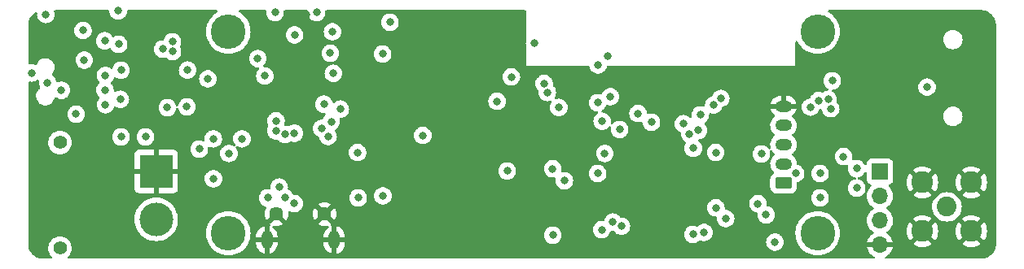
<source format=gbr>
%TF.GenerationSoftware,KiCad,Pcbnew,(6.0.2)*%
%TF.CreationDate,2022-03-31T19:26:31+11:00*%
%TF.ProjectId,Liaka_V3,4c69616b-615f-4563-932e-6b696361645f,2.0*%
%TF.SameCoordinates,Original*%
%TF.FileFunction,Copper,L3,Inr*%
%TF.FilePolarity,Positive*%
%FSLAX46Y46*%
G04 Gerber Fmt 4.6, Leading zero omitted, Abs format (unit mm)*
G04 Created by KiCad (PCBNEW (6.0.2)) date 2022-03-31 19:26:31*
%MOMM*%
%LPD*%
G01*
G04 APERTURE LIST*
G04 Aperture macros list*
%AMRoundRect*
0 Rectangle with rounded corners*
0 $1 Rounding radius*
0 $2 $3 $4 $5 $6 $7 $8 $9 X,Y pos of 4 corners*
0 Add a 4 corners polygon primitive as box body*
4,1,4,$2,$3,$4,$5,$6,$7,$8,$9,$2,$3,0*
0 Add four circle primitives for the rounded corners*
1,1,$1+$1,$2,$3*
1,1,$1+$1,$4,$5*
1,1,$1+$1,$6,$7*
1,1,$1+$1,$8,$9*
0 Add four rect primitives between the rounded corners*
20,1,$1+$1,$2,$3,$4,$5,0*
20,1,$1+$1,$4,$5,$6,$7,0*
20,1,$1+$1,$6,$7,$8,$9,0*
20,1,$1+$1,$8,$9,$2,$3,0*%
G04 Aperture macros list end*
%TA.AperFunction,ComponentPad*%
%ADD10C,3.600000*%
%TD*%
%TA.AperFunction,ComponentPad*%
%ADD11C,1.400000*%
%TD*%
%TA.AperFunction,ComponentPad*%
%ADD12R,3.500000X3.500000*%
%TD*%
%TA.AperFunction,ComponentPad*%
%ADD13C,3.500000*%
%TD*%
%TA.AperFunction,ComponentPad*%
%ADD14R,1.700000X1.700000*%
%TD*%
%TA.AperFunction,ComponentPad*%
%ADD15O,1.700000X1.700000*%
%TD*%
%TA.AperFunction,ComponentPad*%
%ADD16C,2.050000*%
%TD*%
%TA.AperFunction,ComponentPad*%
%ADD17C,2.250000*%
%TD*%
%TA.AperFunction,ComponentPad*%
%ADD18RoundRect,0.250000X0.625000X-0.350000X0.625000X0.350000X-0.625000X0.350000X-0.625000X-0.350000X0*%
%TD*%
%TA.AperFunction,ComponentPad*%
%ADD19O,1.750000X1.200000*%
%TD*%
%TA.AperFunction,ComponentPad*%
%ADD20C,1.450000*%
%TD*%
%TA.AperFunction,ComponentPad*%
%ADD21O,1.200000X1.900000*%
%TD*%
%TA.AperFunction,ViaPad*%
%ADD22C,0.800000*%
%TD*%
G04 APERTURE END LIST*
D10*
%TO.N,N/C*%
%TO.C,H1*%
X127980000Y-84032000D03*
%TD*%
%TO.N,N/C*%
%TO.C,H3*%
X189230000Y-84032000D03*
%TD*%
%TO.N,N/C*%
%TO.C,H4*%
X189230000Y-105032000D03*
%TD*%
D11*
%TO.N,*%
%TO.C,J2*%
X110483000Y-106592000D03*
X110483000Y-95592000D03*
D12*
%TO.N,GND*%
X120483000Y-98592000D03*
D13*
%TO.N,+BATT*%
X120483000Y-103592000D03*
%TD*%
D14*
%TO.N,SDA*%
%TO.C,J4*%
X195707000Y-98612800D03*
D15*
%TO.N,SCL*%
X195707000Y-101152800D03*
%TO.N,VDD*%
X195707000Y-103692800D03*
%TO.N,GND*%
X195707000Y-106232800D03*
%TD*%
D16*
%TO.N,Net-(J1-Pad1)*%
%TO.C,J1*%
X202666600Y-102285800D03*
D17*
%TO.N,GND*%
X200126600Y-104825800D03*
X205206600Y-104825800D03*
X200126600Y-99745800D03*
X205206600Y-99745800D03*
%TD*%
D10*
%TO.N,N/C*%
%TO.C,H2*%
X127980000Y-105032000D03*
%TD*%
D18*
%TO.N,unconnected-(J3-Pad1)*%
%TO.C,J3*%
X185682800Y-99808800D03*
D19*
%TO.N,VDD*%
X185682800Y-97808800D03*
%TO.N,RXD1_RRC3*%
X185682800Y-95808800D03*
%TO.N,TXD1_RRC3*%
X185682800Y-93808800D03*
%TO.N,GND*%
X185682800Y-91808800D03*
%TD*%
D20*
%TO.N,GND*%
%TO.C,J5*%
X137983600Y-103033100D03*
X132983600Y-103033100D03*
D21*
X131983600Y-105733100D03*
X138983600Y-105733100D03*
%TD*%
D22*
%TO.N,GND*%
X206248000Y-87884000D03*
X134112000Y-90932000D03*
X134620000Y-97028000D03*
X183134000Y-93218000D03*
X170180000Y-96266000D03*
X167132000Y-106680000D03*
X172720000Y-96266000D03*
X151130000Y-96012000D03*
X200660000Y-94742000D03*
X155702000Y-85344000D03*
X171450000Y-96266000D03*
X148082000Y-85344000D03*
X127978200Y-95199200D03*
X170180000Y-98552000D03*
X171450000Y-98552000D03*
X185420000Y-103124000D03*
X149606000Y-96012000D03*
X164338000Y-89408000D03*
X136144000Y-98298000D03*
X154178000Y-96012000D03*
X203200000Y-94742000D03*
X116840000Y-83820000D03*
X156972000Y-96012000D03*
X134620000Y-98044000D03*
X123952000Y-89916000D03*
X144018000Y-98552000D03*
X152654000Y-96012000D03*
X162306000Y-93472000D03*
X192303400Y-86537800D03*
X206248000Y-94742000D03*
X173736000Y-96266000D03*
X140462000Y-102616000D03*
X149606000Y-85852000D03*
X158496000Y-82804000D03*
X136126490Y-82263736D03*
X153670000Y-86868000D03*
X173736000Y-98552000D03*
X200660000Y-87122000D03*
X203454000Y-87884000D03*
X155702000Y-96012000D03*
X172720000Y-98552000D03*
X135128000Y-90932000D03*
X139864800Y-95847200D03*
X135885701Y-90927701D03*
X136103210Y-86890765D03*
X182674615Y-106785236D03*
X135890000Y-97028000D03*
X142748000Y-92202000D03*
X119940161Y-91271160D03*
X125222000Y-86360000D03*
%TO.N,VDD*%
X125857000Y-88950800D03*
X141414800Y-96621600D03*
X115164700Y-90119200D03*
X132842000Y-82042000D03*
X110642400Y-90144600D03*
X189484000Y-98806000D03*
X156972000Y-98552000D03*
X137922000Y-91592400D03*
X116763800Y-91084400D03*
X162331400Y-91935000D03*
X166370000Y-98806000D03*
X137160000Y-82042000D03*
X141478000Y-101346000D03*
X122174000Y-85090000D03*
X183870000Y-103124000D03*
X116586000Y-85344000D03*
X138804199Y-84036500D03*
X133273800Y-100228400D03*
X132943600Y-93319600D03*
X144780000Y-83058000D03*
X126428200Y-95199200D03*
X122174000Y-86106000D03*
X190754000Y-89154000D03*
X129400800Y-95199200D03*
X144018000Y-86360000D03*
X144045400Y-101142800D03*
X138804198Y-84036500D03*
%TO.N,+5V*%
X133858000Y-101346000D03*
X115202500Y-88595200D03*
X116840000Y-94996000D03*
X119380000Y-94996000D03*
%TO.N,MISO_SD*%
X188493400Y-91897200D03*
X178638200Y-96621600D03*
%TO.N,CLK_SD*%
X176301400Y-96189800D03*
X189331600Y-91211400D03*
%TO.N,MOSI_SD*%
X190324257Y-91094617D03*
X167386000Y-86614000D03*
%TO.N,CS_SD*%
X190593192Y-92057259D03*
%TO.N,RXD0*%
X134854347Y-94609394D03*
X176844513Y-94317288D03*
%TO.N,TXD0*%
X137672442Y-94124280D03*
X171958000Y-93472000D03*
%TO.N,SCL*%
X189484000Y-101346000D03*
X134874000Y-84378800D03*
X131038600Y-86842600D03*
X166406474Y-87505475D03*
X186944000Y-98806000D03*
%TO.N,SDA*%
X183388000Y-96774000D03*
X175921713Y-94701272D03*
X131775320Y-88645880D03*
X138582400Y-86283800D03*
X193294000Y-98298000D03*
%TO.N,BOOT*%
X161137600Y-90373200D03*
X184793269Y-105955500D03*
X175268955Y-93628435D03*
X200604800Y-89807800D03*
X200604800Y-89807800D03*
%TO.N,EN*%
X168656000Y-94234000D03*
X176276000Y-105156000D03*
X193294000Y-100330000D03*
X159803980Y-85255700D03*
X166370000Y-91440000D03*
X157400906Y-88759700D03*
%TO.N,DTR*%
X155910403Y-91285521D03*
X160803849Y-89422450D03*
X133863603Y-94741422D03*
%TO.N,RTS*%
X138354728Y-94954580D03*
X148190460Y-94848780D03*
%TO.N,SCK_RF*%
X166789342Y-104677260D03*
%TO.N,MOSI_RF*%
X168844215Y-104296557D03*
%TO.N,MISO_RF*%
X167944800Y-103860600D03*
%TO.N,CS_RF*%
X177419000Y-104952800D03*
%TO.N,TXD1_RRC3*%
X183022702Y-101955600D03*
%TO.N,RXD1_RRC3*%
X178435000Y-91668600D03*
%TO.N,ESP_LED*%
X170561000Y-92557600D03*
X167690800Y-90805000D03*
%TO.N,Batt_sense*%
X132918200Y-94361000D03*
X138678278Y-93399780D03*
X166833762Y-93371336D03*
X126439484Y-99351500D03*
X128040400Y-96723200D03*
%TO.N,BUZZER*%
X162915600Y-99568000D03*
X161696400Y-98323400D03*
%TO.N,TXD2_GPS*%
X178663600Y-102387400D03*
X161708500Y-105245539D03*
%TO.N,RF_IO0*%
X167106600Y-96723200D03*
%TO.N,Net-(C19-Pad1)*%
X138900500Y-88371130D03*
X139623800Y-92100400D03*
%TO.N,RESET_RF*%
X179679600Y-103505000D03*
%TO.N,Net-(C7-Pad1)*%
X115139243Y-84986783D03*
X116826920Y-88043332D03*
X113004600Y-86995000D03*
X112877600Y-83896200D03*
%TO.N,VDC*%
X121158000Y-85852000D03*
X109194600Y-89357200D03*
X115214400Y-91643200D03*
X124968000Y-96266000D03*
X121641600Y-91948000D03*
X116535200Y-81872298D03*
%TO.N,Net-(D3-Pad2)*%
X123672600Y-91871800D03*
%TO.N,CS_XT*%
X177040506Y-92716086D03*
%TO.N,Net-(J5-Pad2)*%
X132080000Y-101346000D03*
X134835833Y-101938879D03*
%TO.N,/Power/Vp*%
X123748800Y-88036400D03*
%TO.N,/Power/2s*%
X107569000Y-88341200D03*
%TO.N,/Power/3s*%
X112166400Y-92633800D03*
%TO.N,SD_DUMP*%
X191922063Y-97056581D03*
X179168888Y-90990062D03*
%TO.N,Net-(Q2-Pad1)*%
X109016800Y-82245200D03*
%TD*%
%TA.AperFunction,Conductor*%
%TO.N,GND*%
G36*
X115567506Y-81808002D02*
G01*
X115613999Y-81861658D01*
X115624695Y-81900830D01*
X115638264Y-82029930D01*
X115641658Y-82062226D01*
X115700673Y-82243854D01*
X115796160Y-82409242D01*
X115800578Y-82414149D01*
X115800579Y-82414150D01*
X115860633Y-82480847D01*
X115923947Y-82551164D01*
X116078448Y-82663416D01*
X116084476Y-82666100D01*
X116084478Y-82666101D01*
X116246881Y-82738407D01*
X116252912Y-82741092D01*
X116346313Y-82760945D01*
X116433256Y-82779426D01*
X116433261Y-82779426D01*
X116439713Y-82780798D01*
X116630687Y-82780798D01*
X116637139Y-82779426D01*
X116637144Y-82779426D01*
X116724087Y-82760945D01*
X116817488Y-82741092D01*
X116823519Y-82738407D01*
X116985922Y-82666101D01*
X116985924Y-82666100D01*
X116991952Y-82663416D01*
X117146453Y-82551164D01*
X117209767Y-82480847D01*
X117269821Y-82414150D01*
X117269822Y-82414149D01*
X117274240Y-82409242D01*
X117369727Y-82243854D01*
X117428742Y-82062226D01*
X117432137Y-82029930D01*
X117445705Y-81900830D01*
X117472718Y-81835173D01*
X117530940Y-81794543D01*
X117571015Y-81788000D01*
X126770557Y-81788000D01*
X126838678Y-81808002D01*
X126885171Y-81861658D01*
X126895275Y-81931932D01*
X126865781Y-81996512D01*
X126830191Y-82023992D01*
X126830545Y-82024605D01*
X126826978Y-82026664D01*
X126823274Y-82028491D01*
X126571659Y-82196614D01*
X126568565Y-82199328D01*
X126568559Y-82199332D01*
X126363536Y-82379134D01*
X126344142Y-82396142D01*
X126341433Y-82399231D01*
X126147332Y-82620559D01*
X126147328Y-82620565D01*
X126144614Y-82623659D01*
X125976491Y-82875274D01*
X125974667Y-82878973D01*
X125974664Y-82878978D01*
X125921048Y-82987700D01*
X125842648Y-83146680D01*
X125841323Y-83150585D01*
X125841322Y-83150586D01*
X125769372Y-83362545D01*
X125745376Y-83433234D01*
X125744573Y-83437273D01*
X125744571Y-83437279D01*
X125689760Y-83712835D01*
X125686339Y-83730034D01*
X125686070Y-83734145D01*
X125686069Y-83734149D01*
X125673721Y-83922546D01*
X125666547Y-84032000D01*
X125666817Y-84036119D01*
X125684954Y-84312828D01*
X125686339Y-84333966D01*
X125687143Y-84338006D01*
X125687143Y-84338009D01*
X125741147Y-84609504D01*
X125745376Y-84630766D01*
X125746701Y-84634670D01*
X125746702Y-84634673D01*
X125824428Y-84863645D01*
X125842648Y-84917320D01*
X125886646Y-85006539D01*
X125973662Y-85182989D01*
X125976491Y-85188726D01*
X126144614Y-85440341D01*
X126147328Y-85443435D01*
X126147332Y-85443441D01*
X126288959Y-85604934D01*
X126344142Y-85667858D01*
X126347231Y-85670567D01*
X126568559Y-85864668D01*
X126568565Y-85864672D01*
X126571659Y-85867386D01*
X126575085Y-85869675D01*
X126575090Y-85869679D01*
X126730928Y-85973806D01*
X126823273Y-86035509D01*
X126826972Y-86037333D01*
X126826977Y-86037336D01*
X126952902Y-86099435D01*
X127094680Y-86169352D01*
X127098585Y-86170677D01*
X127098586Y-86170678D01*
X127377327Y-86265298D01*
X127377330Y-86265299D01*
X127381234Y-86266624D01*
X127385273Y-86267427D01*
X127385279Y-86267429D01*
X127673991Y-86324857D01*
X127673994Y-86324857D01*
X127678034Y-86325661D01*
X127682145Y-86325930D01*
X127682149Y-86325931D01*
X127975881Y-86345183D01*
X127980000Y-86345453D01*
X127984119Y-86345183D01*
X128277851Y-86325931D01*
X128277855Y-86325930D01*
X128281966Y-86325661D01*
X128286006Y-86324857D01*
X128286009Y-86324857D01*
X128574721Y-86267429D01*
X128574727Y-86267427D01*
X128578766Y-86266624D01*
X128582670Y-86265299D01*
X128582673Y-86265298D01*
X128861414Y-86170678D01*
X128861415Y-86170677D01*
X128865320Y-86169352D01*
X129007098Y-86099435D01*
X129133023Y-86037336D01*
X129133028Y-86037333D01*
X129136727Y-86035509D01*
X129229072Y-85973806D01*
X129384910Y-85869679D01*
X129384915Y-85869675D01*
X129388341Y-85867386D01*
X129391435Y-85864672D01*
X129391441Y-85864668D01*
X129612769Y-85670567D01*
X129615858Y-85667858D01*
X129671041Y-85604934D01*
X129812668Y-85443441D01*
X129812672Y-85443435D01*
X129815386Y-85440341D01*
X129983509Y-85188726D01*
X129986339Y-85182989D01*
X130073354Y-85006539D01*
X130117352Y-84917320D01*
X130135572Y-84863645D01*
X130213298Y-84634673D01*
X130213299Y-84634670D01*
X130214624Y-84630766D01*
X130218854Y-84609504D01*
X130264743Y-84378800D01*
X133960496Y-84378800D01*
X133961186Y-84385365D01*
X133978793Y-84552882D01*
X133980458Y-84568728D01*
X134039473Y-84750356D01*
X134134960Y-84915744D01*
X134139378Y-84920651D01*
X134139379Y-84920652D01*
X134247128Y-85040319D01*
X134262747Y-85057666D01*
X134417248Y-85169918D01*
X134423276Y-85172602D01*
X134423278Y-85172603D01*
X134582256Y-85243384D01*
X134591712Y-85247594D01*
X134685113Y-85267447D01*
X134772056Y-85285928D01*
X134772061Y-85285928D01*
X134778513Y-85287300D01*
X134969487Y-85287300D01*
X134975939Y-85285928D01*
X134975944Y-85285928D01*
X135062887Y-85267447D01*
X135156288Y-85247594D01*
X135165744Y-85243384D01*
X135324722Y-85172603D01*
X135324724Y-85172602D01*
X135330752Y-85169918D01*
X135485253Y-85057666D01*
X135500872Y-85040319D01*
X135608621Y-84920652D01*
X135608622Y-84920651D01*
X135613040Y-84915744D01*
X135708527Y-84750356D01*
X135767542Y-84568728D01*
X135769208Y-84552882D01*
X135786814Y-84385365D01*
X135787504Y-84378800D01*
X135779512Y-84302763D01*
X135768232Y-84195435D01*
X135768232Y-84195433D01*
X135767542Y-84188872D01*
X135718033Y-84036500D01*
X137890694Y-84036500D01*
X137891384Y-84043065D01*
X137907831Y-84199546D01*
X137910656Y-84226428D01*
X137969671Y-84408056D01*
X137972974Y-84413778D01*
X137972975Y-84413779D01*
X137985516Y-84435500D01*
X138065158Y-84573444D01*
X138069576Y-84578351D01*
X138069577Y-84578352D01*
X138113129Y-84626721D01*
X138192945Y-84715366D01*
X138257556Y-84762309D01*
X138305105Y-84796855D01*
X138347446Y-84827618D01*
X138353474Y-84830302D01*
X138353476Y-84830303D01*
X138428364Y-84863645D01*
X138521910Y-84905294D01*
X138615310Y-84925147D01*
X138702254Y-84943628D01*
X138702259Y-84943628D01*
X138708711Y-84945000D01*
X138899686Y-84945000D01*
X138906138Y-84943628D01*
X138906143Y-84943628D01*
X138993086Y-84925147D01*
X139086487Y-84905294D01*
X139180033Y-84863645D01*
X139254921Y-84830303D01*
X139254923Y-84830302D01*
X139260951Y-84827618D01*
X139303293Y-84796855D01*
X139350841Y-84762309D01*
X139415452Y-84715366D01*
X139495268Y-84626721D01*
X139538820Y-84578352D01*
X139538821Y-84578351D01*
X139543239Y-84573444D01*
X139622881Y-84435500D01*
X139635422Y-84413779D01*
X139635423Y-84413778D01*
X139638726Y-84408056D01*
X139697741Y-84226428D01*
X139700567Y-84199546D01*
X139717013Y-84043065D01*
X139717703Y-84036500D01*
X139706173Y-83926794D01*
X139698431Y-83853135D01*
X139698431Y-83853133D01*
X139697741Y-83846572D01*
X139638726Y-83664944D01*
X139543239Y-83499556D01*
X139483523Y-83433234D01*
X139419874Y-83362545D01*
X139419873Y-83362544D01*
X139415452Y-83357634D01*
X139260951Y-83245382D01*
X139254923Y-83242698D01*
X139254921Y-83242697D01*
X139092518Y-83170391D01*
X139092517Y-83170391D01*
X139086487Y-83167706D01*
X138987568Y-83146680D01*
X138906143Y-83129372D01*
X138906138Y-83129372D01*
X138899686Y-83128000D01*
X138708711Y-83128000D01*
X138702259Y-83129372D01*
X138702254Y-83129372D01*
X138620829Y-83146680D01*
X138521910Y-83167706D01*
X138515880Y-83170391D01*
X138515879Y-83170391D01*
X138353476Y-83242697D01*
X138353474Y-83242698D01*
X138347446Y-83245382D01*
X138192945Y-83357634D01*
X138188524Y-83362544D01*
X138188523Y-83362545D01*
X138124875Y-83433234D01*
X138065158Y-83499556D01*
X137969671Y-83664944D01*
X137910656Y-83846572D01*
X137909966Y-83853133D01*
X137909966Y-83853135D01*
X137902224Y-83926794D01*
X137890694Y-84036500D01*
X135718033Y-84036500D01*
X135708527Y-84007244D01*
X135613040Y-83841856D01*
X135485253Y-83699934D01*
X135347503Y-83599852D01*
X135336094Y-83591563D01*
X135336093Y-83591562D01*
X135330752Y-83587682D01*
X135324724Y-83584998D01*
X135324722Y-83584997D01*
X135162319Y-83512691D01*
X135162318Y-83512691D01*
X135156288Y-83510006D01*
X135062888Y-83490153D01*
X134975944Y-83471672D01*
X134975939Y-83471672D01*
X134969487Y-83470300D01*
X134778513Y-83470300D01*
X134772061Y-83471672D01*
X134772056Y-83471672D01*
X134685112Y-83490153D01*
X134591712Y-83510006D01*
X134585682Y-83512691D01*
X134585681Y-83512691D01*
X134423278Y-83584997D01*
X134423276Y-83584998D01*
X134417248Y-83587682D01*
X134411907Y-83591562D01*
X134411906Y-83591563D01*
X134400497Y-83599852D01*
X134262747Y-83699934D01*
X134134960Y-83841856D01*
X134039473Y-84007244D01*
X133980458Y-84188872D01*
X133979768Y-84195433D01*
X133979768Y-84195435D01*
X133968488Y-84302763D01*
X133960496Y-84378800D01*
X130264743Y-84378800D01*
X130272857Y-84338009D01*
X130272857Y-84338006D01*
X130273661Y-84333966D01*
X130275047Y-84312828D01*
X130293183Y-84036119D01*
X130293453Y-84032000D01*
X130286279Y-83922546D01*
X130273931Y-83734149D01*
X130273930Y-83734145D01*
X130273661Y-83730034D01*
X130270240Y-83712835D01*
X130215429Y-83437279D01*
X130215427Y-83437273D01*
X130214624Y-83433234D01*
X130190629Y-83362545D01*
X130118678Y-83150586D01*
X130118677Y-83150585D01*
X130117352Y-83146680D01*
X130073620Y-83058000D01*
X143866496Y-83058000D01*
X143867186Y-83064565D01*
X143883759Y-83222245D01*
X143886458Y-83247928D01*
X143945473Y-83429556D01*
X144040960Y-83594944D01*
X144168747Y-83736866D01*
X144267843Y-83808864D01*
X144313253Y-83841856D01*
X144323248Y-83849118D01*
X144329276Y-83851802D01*
X144329278Y-83851803D01*
X144489808Y-83923275D01*
X144497712Y-83926794D01*
X144591112Y-83946647D01*
X144678056Y-83965128D01*
X144678061Y-83965128D01*
X144684513Y-83966500D01*
X144875487Y-83966500D01*
X144881939Y-83965128D01*
X144881944Y-83965128D01*
X144968887Y-83946647D01*
X145062288Y-83926794D01*
X145070192Y-83923275D01*
X145230722Y-83851803D01*
X145230724Y-83851802D01*
X145236752Y-83849118D01*
X145246748Y-83841856D01*
X145292157Y-83808864D01*
X145391253Y-83736866D01*
X145519040Y-83594944D01*
X145614527Y-83429556D01*
X145673542Y-83247928D01*
X145676242Y-83222245D01*
X145692814Y-83064565D01*
X145693504Y-83058000D01*
X145690571Y-83030091D01*
X145674232Y-82874635D01*
X145674232Y-82874633D01*
X145673542Y-82868072D01*
X145614527Y-82686444D01*
X145519040Y-82521056D01*
X145496453Y-82495970D01*
X145395675Y-82384045D01*
X145395674Y-82384044D01*
X145391253Y-82379134D01*
X145236752Y-82266882D01*
X145230724Y-82264198D01*
X145230722Y-82264197D01*
X145068319Y-82191891D01*
X145068318Y-82191891D01*
X145062288Y-82189206D01*
X144955997Y-82166613D01*
X144881944Y-82150872D01*
X144881939Y-82150872D01*
X144875487Y-82149500D01*
X144684513Y-82149500D01*
X144678061Y-82150872D01*
X144678056Y-82150872D01*
X144604003Y-82166613D01*
X144497712Y-82189206D01*
X144491682Y-82191891D01*
X144491681Y-82191891D01*
X144329278Y-82264197D01*
X144329276Y-82264198D01*
X144323248Y-82266882D01*
X144168747Y-82379134D01*
X144164326Y-82384044D01*
X144164325Y-82384045D01*
X144063548Y-82495970D01*
X144040960Y-82521056D01*
X143945473Y-82686444D01*
X143886458Y-82868072D01*
X143885768Y-82874633D01*
X143885768Y-82874635D01*
X143869429Y-83030091D01*
X143866496Y-83058000D01*
X130073620Y-83058000D01*
X130038952Y-82987700D01*
X129985336Y-82878978D01*
X129985333Y-82878973D01*
X129983509Y-82875274D01*
X129815386Y-82623659D01*
X129812672Y-82620565D01*
X129812668Y-82620559D01*
X129618567Y-82399231D01*
X129615858Y-82396142D01*
X129596464Y-82379134D01*
X129391441Y-82199332D01*
X129391435Y-82199328D01*
X129388341Y-82196614D01*
X129384911Y-82194322D01*
X129384910Y-82194321D01*
X129140160Y-82030785D01*
X129136727Y-82028491D01*
X129133023Y-82026664D01*
X129129456Y-82024605D01*
X129130028Y-82023615D01*
X129081464Y-81978934D01*
X129063500Y-81910247D01*
X129085522Y-81842753D01*
X129140538Y-81797878D01*
X129189444Y-81788000D01*
X131815255Y-81788000D01*
X131883376Y-81808002D01*
X131929869Y-81861658D01*
X131940565Y-81927170D01*
X131928496Y-82042000D01*
X131929186Y-82048565D01*
X131943824Y-82187834D01*
X131948458Y-82231928D01*
X132007473Y-82413556D01*
X132010776Y-82419278D01*
X132010777Y-82419279D01*
X132023552Y-82441406D01*
X132102960Y-82578944D01*
X132107378Y-82583851D01*
X132107379Y-82583852D01*
X132146311Y-82627090D01*
X132230747Y-82720866D01*
X132385248Y-82833118D01*
X132391276Y-82835802D01*
X132391278Y-82835803D01*
X132516260Y-82891448D01*
X132559712Y-82910794D01*
X132653112Y-82930647D01*
X132740056Y-82949128D01*
X132740061Y-82949128D01*
X132746513Y-82950500D01*
X132937487Y-82950500D01*
X132943939Y-82949128D01*
X132943944Y-82949128D01*
X133030888Y-82930647D01*
X133124288Y-82910794D01*
X133167740Y-82891448D01*
X133292722Y-82835803D01*
X133292724Y-82835802D01*
X133298752Y-82833118D01*
X133453253Y-82720866D01*
X133537689Y-82627090D01*
X133576621Y-82583852D01*
X133576622Y-82583851D01*
X133581040Y-82578944D01*
X133660448Y-82441406D01*
X133673223Y-82419279D01*
X133673224Y-82419278D01*
X133676527Y-82413556D01*
X133735542Y-82231928D01*
X133740177Y-82187834D01*
X133754814Y-82048565D01*
X133755504Y-82042000D01*
X133743435Y-81927170D01*
X133756207Y-81857332D01*
X133804709Y-81805485D01*
X133868745Y-81788000D01*
X136133255Y-81788000D01*
X136201376Y-81808002D01*
X136247869Y-81861658D01*
X136258565Y-81927170D01*
X136246496Y-82042000D01*
X136247186Y-82048565D01*
X136261824Y-82187834D01*
X136266458Y-82231928D01*
X136325473Y-82413556D01*
X136328776Y-82419278D01*
X136328777Y-82419279D01*
X136341552Y-82441406D01*
X136420960Y-82578944D01*
X136425378Y-82583851D01*
X136425379Y-82583852D01*
X136464311Y-82627090D01*
X136548747Y-82720866D01*
X136703248Y-82833118D01*
X136709276Y-82835802D01*
X136709278Y-82835803D01*
X136834260Y-82891448D01*
X136877712Y-82910794D01*
X136971112Y-82930647D01*
X137058056Y-82949128D01*
X137058061Y-82949128D01*
X137064513Y-82950500D01*
X137255487Y-82950500D01*
X137261939Y-82949128D01*
X137261944Y-82949128D01*
X137348888Y-82930647D01*
X137442288Y-82910794D01*
X137485740Y-82891448D01*
X137610722Y-82835803D01*
X137610724Y-82835802D01*
X137616752Y-82833118D01*
X137771253Y-82720866D01*
X137855689Y-82627090D01*
X137894621Y-82583852D01*
X137894622Y-82583851D01*
X137899040Y-82578944D01*
X137978448Y-82441406D01*
X137991223Y-82419279D01*
X137991224Y-82419278D01*
X137994527Y-82413556D01*
X138053542Y-82231928D01*
X138058177Y-82187834D01*
X138072814Y-82048565D01*
X138073504Y-82042000D01*
X138061435Y-81927170D01*
X138074207Y-81857332D01*
X138122709Y-81805485D01*
X138186745Y-81788000D01*
X158797200Y-81788000D01*
X158865321Y-81808002D01*
X158911814Y-81861658D01*
X158923200Y-81914000D01*
X158923200Y-85006539D01*
X158917033Y-85045474D01*
X158910438Y-85065772D01*
X158909748Y-85072333D01*
X158909748Y-85072335D01*
X158905359Y-85114097D01*
X158890476Y-85255700D01*
X158891166Y-85262265D01*
X158907220Y-85415006D01*
X158910438Y-85445628D01*
X158915614Y-85461556D01*
X158917033Y-85465924D01*
X158923200Y-85504861D01*
X158923200Y-87566000D01*
X165385880Y-87566000D01*
X165454001Y-87586002D01*
X165500494Y-87639658D01*
X165511190Y-87678829D01*
X165512932Y-87695403D01*
X165514972Y-87701680D01*
X165514972Y-87701682D01*
X165523878Y-87729091D01*
X165571947Y-87877031D01*
X165575250Y-87882753D01*
X165575251Y-87882754D01*
X165579958Y-87890906D01*
X165667434Y-88042419D01*
X165671852Y-88047326D01*
X165671853Y-88047327D01*
X165770600Y-88156997D01*
X165795221Y-88184341D01*
X165949722Y-88296593D01*
X165955750Y-88299277D01*
X165955752Y-88299278D01*
X166118155Y-88371584D01*
X166124186Y-88374269D01*
X166217587Y-88394122D01*
X166304530Y-88412603D01*
X166304535Y-88412603D01*
X166310987Y-88413975D01*
X166501961Y-88413975D01*
X166508413Y-88412603D01*
X166508418Y-88412603D01*
X166595361Y-88394122D01*
X166688762Y-88374269D01*
X166694793Y-88371584D01*
X166857196Y-88299278D01*
X166857198Y-88299277D01*
X166863226Y-88296593D01*
X167017727Y-88184341D01*
X167042348Y-88156997D01*
X167141095Y-88047327D01*
X167141096Y-88047326D01*
X167145514Y-88042419D01*
X167232990Y-87890906D01*
X167237697Y-87882754D01*
X167237698Y-87882753D01*
X167241001Y-87877031D01*
X167289070Y-87729091D01*
X167297976Y-87701682D01*
X167297976Y-87701680D01*
X167300016Y-87695403D01*
X167301758Y-87678829D01*
X167328771Y-87613173D01*
X167386993Y-87572543D01*
X167427068Y-87566000D01*
X186923200Y-87566000D01*
X186923200Y-85114097D01*
X186943202Y-85045976D01*
X186996858Y-84999483D01*
X187067132Y-84989379D01*
X187131712Y-85018873D01*
X187162206Y-85058369D01*
X187223662Y-85182989D01*
X187226491Y-85188726D01*
X187394614Y-85440341D01*
X187397328Y-85443435D01*
X187397332Y-85443441D01*
X187538959Y-85604934D01*
X187594142Y-85667858D01*
X187597231Y-85670567D01*
X187818559Y-85864668D01*
X187818565Y-85864672D01*
X187821659Y-85867386D01*
X187825085Y-85869675D01*
X187825090Y-85869679D01*
X187980928Y-85973806D01*
X188073273Y-86035509D01*
X188076972Y-86037333D01*
X188076977Y-86037336D01*
X188202902Y-86099435D01*
X188344680Y-86169352D01*
X188348585Y-86170677D01*
X188348586Y-86170678D01*
X188627327Y-86265298D01*
X188627330Y-86265299D01*
X188631234Y-86266624D01*
X188635273Y-86267427D01*
X188635279Y-86267429D01*
X188923991Y-86324857D01*
X188923994Y-86324857D01*
X188928034Y-86325661D01*
X188932145Y-86325930D01*
X188932149Y-86325931D01*
X189225881Y-86345183D01*
X189230000Y-86345453D01*
X189234119Y-86345183D01*
X189527851Y-86325931D01*
X189527855Y-86325930D01*
X189531966Y-86325661D01*
X189536006Y-86324857D01*
X189536009Y-86324857D01*
X189824721Y-86267429D01*
X189824727Y-86267427D01*
X189828766Y-86266624D01*
X189832670Y-86265299D01*
X189832673Y-86265298D01*
X190111414Y-86170678D01*
X190111415Y-86170677D01*
X190115320Y-86169352D01*
X190257098Y-86099435D01*
X190383023Y-86037336D01*
X190383028Y-86037333D01*
X190386727Y-86035509D01*
X190479072Y-85973806D01*
X190634910Y-85869679D01*
X190634915Y-85869675D01*
X190638341Y-85867386D01*
X190641435Y-85864672D01*
X190641441Y-85864668D01*
X190862769Y-85670567D01*
X190865858Y-85667858D01*
X190921041Y-85604934D01*
X191062668Y-85443441D01*
X191062672Y-85443435D01*
X191065386Y-85440341D01*
X191233509Y-85188726D01*
X191236339Y-85182989D01*
X191323354Y-85006539D01*
X191367352Y-84917320D01*
X191385572Y-84863645D01*
X191390375Y-84849495D01*
X202270645Y-84849495D01*
X202271204Y-84855635D01*
X202286060Y-85018873D01*
X202288570Y-85046458D01*
X202290308Y-85052364D01*
X202290309Y-85052368D01*
X202301385Y-85090000D01*
X202344410Y-85236189D01*
X202347263Y-85241647D01*
X202347265Y-85241651D01*
X202354610Y-85255700D01*
X202436040Y-85411460D01*
X202559968Y-85565595D01*
X202564692Y-85569559D01*
X202568510Y-85572763D01*
X202711474Y-85692724D01*
X202716872Y-85695691D01*
X202716877Y-85695695D01*
X202809940Y-85746856D01*
X202884787Y-85788003D01*
X202890654Y-85789864D01*
X202890656Y-85789865D01*
X203013313Y-85828774D01*
X203073306Y-85847805D01*
X203227227Y-85865070D01*
X203333769Y-85865070D01*
X203336825Y-85864770D01*
X203336832Y-85864770D01*
X203400111Y-85858565D01*
X203480833Y-85850650D01*
X203486734Y-85848868D01*
X203486736Y-85848868D01*
X203560053Y-85826732D01*
X203670169Y-85793486D01*
X203844796Y-85700636D01*
X203931062Y-85630279D01*
X203993287Y-85579530D01*
X203993290Y-85579527D01*
X203998062Y-85575635D01*
X204010344Y-85560789D01*
X204120201Y-85427995D01*
X204120203Y-85427991D01*
X204124130Y-85423245D01*
X204218198Y-85249271D01*
X204276682Y-85060338D01*
X204278141Y-85046458D01*
X204296711Y-84869774D01*
X204296711Y-84869772D01*
X204297355Y-84863645D01*
X204284713Y-84724729D01*
X204279989Y-84672821D01*
X204279988Y-84672818D01*
X204279430Y-84666682D01*
X204276339Y-84656177D01*
X204225330Y-84482864D01*
X204223590Y-84476951D01*
X204213919Y-84458451D01*
X204148839Y-84333966D01*
X204131960Y-84301680D01*
X204008032Y-84147545D01*
X204001727Y-84142254D01*
X203972809Y-84117989D01*
X203856526Y-84020416D01*
X203851128Y-84017449D01*
X203851123Y-84017445D01*
X203688608Y-83928103D01*
X203688609Y-83928103D01*
X203683213Y-83925137D01*
X203677346Y-83923276D01*
X203677344Y-83923275D01*
X203500564Y-83867197D01*
X203500563Y-83867197D01*
X203494694Y-83865335D01*
X203340773Y-83848070D01*
X203234231Y-83848070D01*
X203231175Y-83848370D01*
X203231168Y-83848370D01*
X203172660Y-83854107D01*
X203087167Y-83862490D01*
X203081266Y-83864272D01*
X203081264Y-83864272D01*
X203007947Y-83886408D01*
X202897831Y-83919654D01*
X202723204Y-84012504D01*
X202685733Y-84043065D01*
X202574713Y-84133610D01*
X202574710Y-84133613D01*
X202569938Y-84137505D01*
X202566011Y-84142252D01*
X202566009Y-84142254D01*
X202447799Y-84285145D01*
X202447797Y-84285149D01*
X202443870Y-84289895D01*
X202349802Y-84463869D01*
X202291318Y-84652802D01*
X202290674Y-84658927D01*
X202290674Y-84658928D01*
X202276178Y-84796855D01*
X202270645Y-84849495D01*
X191390375Y-84849495D01*
X191463298Y-84634673D01*
X191463299Y-84634670D01*
X191464624Y-84630766D01*
X191468854Y-84609504D01*
X191522857Y-84338009D01*
X191522857Y-84338006D01*
X191523661Y-84333966D01*
X191525047Y-84312828D01*
X191543183Y-84036119D01*
X191543453Y-84032000D01*
X191536279Y-83922546D01*
X191523931Y-83734149D01*
X191523930Y-83734145D01*
X191523661Y-83730034D01*
X191520240Y-83712835D01*
X191465429Y-83437279D01*
X191465427Y-83437273D01*
X191464624Y-83433234D01*
X191440629Y-83362545D01*
X191368678Y-83150586D01*
X191368677Y-83150585D01*
X191367352Y-83146680D01*
X191288952Y-82987700D01*
X191235336Y-82878978D01*
X191235333Y-82878973D01*
X191233509Y-82875274D01*
X191065386Y-82623659D01*
X191062672Y-82620565D01*
X191062668Y-82620559D01*
X190868567Y-82399231D01*
X190865858Y-82396142D01*
X190846464Y-82379134D01*
X190641441Y-82199332D01*
X190641435Y-82199328D01*
X190638341Y-82196614D01*
X190634911Y-82194322D01*
X190634910Y-82194321D01*
X190390160Y-82030785D01*
X190386727Y-82028491D01*
X190383023Y-82026664D01*
X190379456Y-82024605D01*
X190380028Y-82023615D01*
X190331464Y-81978934D01*
X190313500Y-81910247D01*
X190335522Y-81842753D01*
X190390538Y-81797878D01*
X190439444Y-81788000D01*
X206198672Y-81788000D01*
X206218056Y-81789500D01*
X206219496Y-81789724D01*
X206232858Y-81791805D01*
X206232861Y-81791805D01*
X206241730Y-81793186D01*
X206250632Y-81792022D01*
X206250634Y-81792022D01*
X206254174Y-81791559D01*
X206256957Y-81791195D01*
X206282279Y-81790452D01*
X206455905Y-81802870D01*
X206473693Y-81805427D01*
X206610430Y-81835173D01*
X206668552Y-81847817D01*
X206685801Y-81852881D01*
X206872655Y-81922574D01*
X206889002Y-81930040D01*
X207064030Y-82025613D01*
X207079153Y-82035332D01*
X207238797Y-82154840D01*
X207252383Y-82166613D01*
X207393387Y-82307617D01*
X207405160Y-82321203D01*
X207524668Y-82480847D01*
X207534387Y-82495970D01*
X207629960Y-82670998D01*
X207637426Y-82687345D01*
X207671770Y-82779426D01*
X207707119Y-82874200D01*
X207712183Y-82891448D01*
X207716392Y-82910794D01*
X207742344Y-83030091D01*
X207754572Y-83086303D01*
X207757130Y-83104095D01*
X207766948Y-83241365D01*
X207769041Y-83270629D01*
X207768297Y-83288533D01*
X207768195Y-83296858D01*
X207766814Y-83305730D01*
X207767978Y-83314632D01*
X207767978Y-83314635D01*
X207770936Y-83337251D01*
X207772000Y-83353589D01*
X207772000Y-106122672D01*
X207770500Y-106142057D01*
X207768401Y-106155540D01*
X207766814Y-106165730D01*
X207767978Y-106174632D01*
X207767978Y-106174634D01*
X207768805Y-106180955D01*
X207769548Y-106206279D01*
X207763733Y-106287594D01*
X207757131Y-106379901D01*
X207754573Y-106397693D01*
X207734340Y-106490699D01*
X207712183Y-106592552D01*
X207707119Y-106609800D01*
X207637426Y-106796655D01*
X207629960Y-106813002D01*
X207534387Y-106988030D01*
X207524668Y-107003153D01*
X207405160Y-107162797D01*
X207393387Y-107176383D01*
X207252383Y-107317387D01*
X207238797Y-107329160D01*
X207079153Y-107448668D01*
X207064030Y-107458387D01*
X206889002Y-107553960D01*
X206872655Y-107561426D01*
X206731612Y-107614032D01*
X206685800Y-107631119D01*
X206668551Y-107636183D01*
X206473693Y-107678573D01*
X206455905Y-107681130D01*
X206289369Y-107693041D01*
X206271467Y-107692297D01*
X206263142Y-107692195D01*
X206254270Y-107690814D01*
X206245368Y-107691978D01*
X206245365Y-107691978D01*
X206222749Y-107694936D01*
X206206411Y-107696000D01*
X196350792Y-107696000D01*
X196282671Y-107675998D01*
X196236178Y-107622342D01*
X196226074Y-107552068D01*
X196255568Y-107487488D01*
X196295359Y-107456849D01*
X196400095Y-107405539D01*
X196408945Y-107400264D01*
X196582328Y-107276592D01*
X196590200Y-107269939D01*
X196741052Y-107119612D01*
X196747730Y-107111765D01*
X196872003Y-106938820D01*
X196877313Y-106929983D01*
X196971670Y-106739067D01*
X196975469Y-106729472D01*
X197037377Y-106525710D01*
X197039555Y-106515637D01*
X197040986Y-106504762D01*
X197038775Y-106490578D01*
X197025617Y-106486800D01*
X194390225Y-106486800D01*
X194376694Y-106490773D01*
X194375257Y-106500766D01*
X194405565Y-106635246D01*
X194408645Y-106645075D01*
X194488770Y-106842403D01*
X194493413Y-106851594D01*
X194604694Y-107033188D01*
X194610777Y-107041499D01*
X194750213Y-107202467D01*
X194757580Y-107209683D01*
X194921434Y-107345716D01*
X194929881Y-107351631D01*
X195117406Y-107461212D01*
X195166130Y-107512851D01*
X195179201Y-107582634D01*
X195152470Y-107648406D01*
X195094423Y-107689284D01*
X195053836Y-107696000D01*
X111392267Y-107696000D01*
X111324146Y-107675998D01*
X111277653Y-107622342D01*
X111267549Y-107552068D01*
X111297043Y-107487488D01*
X111303172Y-107480905D01*
X111412301Y-107371776D01*
X111533589Y-107198558D01*
X111543930Y-107176383D01*
X111620633Y-107011892D01*
X111620634Y-107011891D01*
X111622956Y-107006910D01*
X111660342Y-106867386D01*
X111676262Y-106807970D01*
X111676262Y-106807968D01*
X111677686Y-106802655D01*
X111696116Y-106592000D01*
X111677686Y-106381345D01*
X111655710Y-106299328D01*
X111624379Y-106182400D01*
X111624378Y-106182398D01*
X111622956Y-106177090D01*
X111620633Y-106172108D01*
X111535912Y-105990423D01*
X111535910Y-105990420D01*
X111533589Y-105985442D01*
X111412301Y-105812224D01*
X111262776Y-105662699D01*
X111089558Y-105541411D01*
X111084580Y-105539090D01*
X111084577Y-105539088D01*
X110902892Y-105454367D01*
X110902891Y-105454366D01*
X110897910Y-105452044D01*
X110892602Y-105450622D01*
X110892600Y-105450621D01*
X110698970Y-105398738D01*
X110698968Y-105398738D01*
X110693655Y-105397314D01*
X110483000Y-105378884D01*
X110272345Y-105397314D01*
X110267032Y-105398738D01*
X110267030Y-105398738D01*
X110073400Y-105450621D01*
X110073398Y-105450622D01*
X110068090Y-105452044D01*
X110063109Y-105454366D01*
X110063108Y-105454367D01*
X109881423Y-105539088D01*
X109881420Y-105539090D01*
X109876442Y-105541411D01*
X109703224Y-105662699D01*
X109553699Y-105812224D01*
X109432411Y-105985442D01*
X109430090Y-105990420D01*
X109430088Y-105990423D01*
X109345367Y-106172108D01*
X109343044Y-106177090D01*
X109341622Y-106182398D01*
X109341621Y-106182400D01*
X109310290Y-106299328D01*
X109288314Y-106381345D01*
X109269884Y-106592000D01*
X109288314Y-106802655D01*
X109289738Y-106807968D01*
X109289738Y-106807970D01*
X109305659Y-106867386D01*
X109343044Y-107006910D01*
X109345366Y-107011891D01*
X109345367Y-107011892D01*
X109422071Y-107176383D01*
X109432411Y-107198558D01*
X109553699Y-107371776D01*
X109662828Y-107480905D01*
X109696854Y-107543217D01*
X109691789Y-107614032D01*
X109649242Y-107670868D01*
X109582722Y-107695679D01*
X109573733Y-107696000D01*
X108761328Y-107696000D01*
X108741943Y-107694500D01*
X108741661Y-107694456D01*
X108740504Y-107694276D01*
X108727142Y-107692195D01*
X108727139Y-107692195D01*
X108718270Y-107690814D01*
X108709368Y-107691978D01*
X108709366Y-107691978D01*
X108706928Y-107692297D01*
X108703043Y-107692805D01*
X108677721Y-107693548D01*
X108504095Y-107681130D01*
X108486307Y-107678573D01*
X108291449Y-107636183D01*
X108274200Y-107631119D01*
X108228388Y-107614032D01*
X108087345Y-107561426D01*
X108070998Y-107553960D01*
X107895970Y-107458387D01*
X107880847Y-107448668D01*
X107721203Y-107329160D01*
X107707617Y-107317387D01*
X107566613Y-107176383D01*
X107554840Y-107162797D01*
X107435332Y-107003153D01*
X107425613Y-106988030D01*
X107330040Y-106813002D01*
X107322574Y-106796655D01*
X107252881Y-106609800D01*
X107247817Y-106592552D01*
X107225660Y-106490699D01*
X107205427Y-106397693D01*
X107202869Y-106379901D01*
X107197107Y-106299328D01*
X107191217Y-106216980D01*
X107192302Y-106194229D01*
X107191829Y-106194187D01*
X107192264Y-106189336D01*
X107193071Y-106184539D01*
X107193162Y-106177090D01*
X107193165Y-106176859D01*
X107193165Y-106176855D01*
X107193224Y-106172000D01*
X107189273Y-106144412D01*
X107188000Y-106126549D01*
X107188000Y-103592000D01*
X118219654Y-103592000D01*
X118219924Y-103596119D01*
X118238680Y-103882279D01*
X118239017Y-103887426D01*
X118239819Y-103891459D01*
X118239820Y-103891465D01*
X118290586Y-104146680D01*
X118296776Y-104177797D01*
X118298103Y-104181706D01*
X118298104Y-104181710D01*
X118365221Y-104379430D01*
X118391941Y-104458145D01*
X118449315Y-104574487D01*
X118499997Y-104677260D01*
X118522885Y-104723673D01*
X118544882Y-104756594D01*
X118684851Y-104966072D01*
X118687367Y-104969838D01*
X118690081Y-104972932D01*
X118690085Y-104972938D01*
X118833232Y-105136165D01*
X118882573Y-105192427D01*
X118885662Y-105195136D01*
X119102062Y-105384915D01*
X119102068Y-105384919D01*
X119105162Y-105387633D01*
X119108588Y-105389922D01*
X119108593Y-105389926D01*
X119235355Y-105474625D01*
X119351327Y-105552115D01*
X119355026Y-105553939D01*
X119355031Y-105553942D01*
X119483093Y-105617095D01*
X119616855Y-105683059D01*
X119620760Y-105684384D01*
X119620761Y-105684385D01*
X119893290Y-105776896D01*
X119893294Y-105776897D01*
X119897203Y-105778224D01*
X119901247Y-105779028D01*
X119901253Y-105779030D01*
X120183535Y-105835180D01*
X120183541Y-105835181D01*
X120187574Y-105835983D01*
X120191679Y-105836252D01*
X120191686Y-105836253D01*
X120478881Y-105855076D01*
X120483000Y-105855346D01*
X120487119Y-105855076D01*
X120774314Y-105836253D01*
X120774321Y-105836252D01*
X120778426Y-105835983D01*
X120782459Y-105835181D01*
X120782465Y-105835180D01*
X121064747Y-105779030D01*
X121064753Y-105779028D01*
X121068797Y-105778224D01*
X121072706Y-105776897D01*
X121072710Y-105776896D01*
X121345239Y-105684385D01*
X121345240Y-105684384D01*
X121349145Y-105683059D01*
X121482907Y-105617095D01*
X121610969Y-105553942D01*
X121610974Y-105553939D01*
X121614673Y-105552115D01*
X121730645Y-105474625D01*
X121857407Y-105389926D01*
X121857412Y-105389922D01*
X121860838Y-105387633D01*
X121863932Y-105384919D01*
X121863938Y-105384915D01*
X122080338Y-105195136D01*
X122083427Y-105192427D01*
X122132768Y-105136165D01*
X122224119Y-105032000D01*
X125666547Y-105032000D01*
X125666817Y-105036119D01*
X125685902Y-105327292D01*
X125686339Y-105333966D01*
X125687143Y-105338006D01*
X125687143Y-105338009D01*
X125742657Y-105617095D01*
X125745376Y-105630766D01*
X125746701Y-105634670D01*
X125746702Y-105634673D01*
X125814765Y-105835180D01*
X125842648Y-105917320D01*
X125896325Y-106026166D01*
X125974451Y-106184589D01*
X125976491Y-106188726D01*
X126144614Y-106440341D01*
X126147328Y-106443435D01*
X126147332Y-106443441D01*
X126293226Y-106609800D01*
X126344142Y-106667858D01*
X126347231Y-106670567D01*
X126568559Y-106864668D01*
X126568565Y-106864672D01*
X126571659Y-106867386D01*
X126575085Y-106869675D01*
X126575090Y-106869679D01*
X126748148Y-106985312D01*
X126823273Y-107035509D01*
X126826972Y-107037333D01*
X126826977Y-107037336D01*
X126948135Y-107097084D01*
X127094680Y-107169352D01*
X127098585Y-107170677D01*
X127098586Y-107170678D01*
X127377327Y-107265298D01*
X127377330Y-107265299D01*
X127381234Y-107266624D01*
X127385273Y-107267427D01*
X127385279Y-107267429D01*
X127673991Y-107324857D01*
X127673994Y-107324857D01*
X127678034Y-107325661D01*
X127682145Y-107325930D01*
X127682149Y-107325931D01*
X127975881Y-107345183D01*
X127980000Y-107345453D01*
X127984119Y-107345183D01*
X128277851Y-107325931D01*
X128277855Y-107325930D01*
X128281966Y-107325661D01*
X128286006Y-107324857D01*
X128286009Y-107324857D01*
X128574721Y-107267429D01*
X128574727Y-107267427D01*
X128578766Y-107266624D01*
X128582670Y-107265299D01*
X128582673Y-107265298D01*
X128861414Y-107170678D01*
X128861415Y-107170677D01*
X128865320Y-107169352D01*
X129011865Y-107097084D01*
X129133023Y-107037336D01*
X129133028Y-107037333D01*
X129136727Y-107035509D01*
X129211852Y-106985312D01*
X129384910Y-106869679D01*
X129384915Y-106869675D01*
X129388341Y-106867386D01*
X129391435Y-106864672D01*
X129391441Y-106864668D01*
X129612769Y-106670567D01*
X129615858Y-106667858D01*
X129666774Y-106609800D01*
X129812668Y-106443441D01*
X129812672Y-106443435D01*
X129815386Y-106440341D01*
X129983509Y-106188726D01*
X129985550Y-106184589D01*
X130011024Y-106132932D01*
X130875600Y-106132932D01*
X130875885Y-106138908D01*
X130890071Y-106287594D01*
X130892330Y-106299328D01*
X130948472Y-106490699D01*
X130952902Y-106501775D01*
X131044219Y-106679078D01*
X131050669Y-106689124D01*
X131173862Y-106845957D01*
X131182099Y-106854606D01*
X131332723Y-106985312D01*
X131342447Y-106992247D01*
X131515067Y-107092110D01*
X131525931Y-107097084D01*
X131714327Y-107162507D01*
X131715316Y-107162748D01*
X131725608Y-107161280D01*
X131729600Y-107147715D01*
X131729600Y-107143502D01*
X132237600Y-107143502D01*
X132241573Y-107157033D01*
X132250999Y-107158388D01*
X132340137Y-107136906D01*
X132351432Y-107133017D01*
X132532982Y-107050471D01*
X132543324Y-107044524D01*
X132705997Y-106929132D01*
X132715025Y-106921339D01*
X132852942Y-106777269D01*
X132860338Y-106767904D01*
X132968521Y-106600359D01*
X132974017Y-106589755D01*
X133048561Y-106404788D01*
X133051955Y-106393330D01*
X133090457Y-106196172D01*
X133091534Y-106187309D01*
X133091600Y-106184589D01*
X133091600Y-106132932D01*
X137875600Y-106132932D01*
X137875885Y-106138908D01*
X137890071Y-106287594D01*
X137892330Y-106299328D01*
X137948472Y-106490699D01*
X137952902Y-106501775D01*
X138044219Y-106679078D01*
X138050669Y-106689124D01*
X138173862Y-106845957D01*
X138182099Y-106854606D01*
X138332723Y-106985312D01*
X138342447Y-106992247D01*
X138515067Y-107092110D01*
X138525931Y-107097084D01*
X138714327Y-107162507D01*
X138715316Y-107162748D01*
X138725608Y-107161280D01*
X138729600Y-107147715D01*
X138729600Y-107143502D01*
X139237600Y-107143502D01*
X139241573Y-107157033D01*
X139250999Y-107158388D01*
X139340137Y-107136906D01*
X139351432Y-107133017D01*
X139532982Y-107050471D01*
X139543324Y-107044524D01*
X139705997Y-106929132D01*
X139715025Y-106921339D01*
X139852942Y-106777269D01*
X139860338Y-106767904D01*
X139968521Y-106600359D01*
X139974017Y-106589755D01*
X140048561Y-106404788D01*
X140051955Y-106393330D01*
X140090457Y-106196172D01*
X140091534Y-106187309D01*
X140091600Y-106184589D01*
X140091600Y-106005215D01*
X140087125Y-105989976D01*
X140085735Y-105988771D01*
X140078052Y-105987100D01*
X139255715Y-105987100D01*
X139240476Y-105991575D01*
X139239271Y-105992965D01*
X139237600Y-106000648D01*
X139237600Y-107143502D01*
X138729600Y-107143502D01*
X138729600Y-106005215D01*
X138725125Y-105989976D01*
X138723735Y-105988771D01*
X138716052Y-105987100D01*
X137893715Y-105987100D01*
X137878476Y-105991575D01*
X137877271Y-105992965D01*
X137875600Y-106000648D01*
X137875600Y-106132932D01*
X133091600Y-106132932D01*
X133091600Y-106005215D01*
X133087125Y-105989976D01*
X133085735Y-105988771D01*
X133078052Y-105987100D01*
X132255715Y-105987100D01*
X132240476Y-105991575D01*
X132239271Y-105992965D01*
X132237600Y-106000648D01*
X132237600Y-107143502D01*
X131729600Y-107143502D01*
X131729600Y-106005215D01*
X131725125Y-105989976D01*
X131723735Y-105988771D01*
X131716052Y-105987100D01*
X130893715Y-105987100D01*
X130878476Y-105991575D01*
X130877271Y-105992965D01*
X130875600Y-106000648D01*
X130875600Y-106132932D01*
X130011024Y-106132932D01*
X130063675Y-106026166D01*
X130117352Y-105917320D01*
X130145235Y-105835180D01*
X130213298Y-105634673D01*
X130213299Y-105634670D01*
X130214624Y-105630766D01*
X130217344Y-105617095D01*
X130248396Y-105460985D01*
X130875600Y-105460985D01*
X130880075Y-105476224D01*
X130881465Y-105477429D01*
X130889148Y-105479100D01*
X131711485Y-105479100D01*
X131726724Y-105474625D01*
X131727929Y-105473235D01*
X131729600Y-105465552D01*
X131729600Y-105460985D01*
X132237600Y-105460985D01*
X132242075Y-105476224D01*
X132243465Y-105477429D01*
X132251148Y-105479100D01*
X133073485Y-105479100D01*
X133088724Y-105474625D01*
X133089929Y-105473235D01*
X133091600Y-105465552D01*
X133091600Y-105333268D01*
X133091315Y-105327292D01*
X133077129Y-105178606D01*
X133074870Y-105166872D01*
X133018728Y-104975501D01*
X133014298Y-104964425D01*
X132922981Y-104787122D01*
X132916531Y-104777076D01*
X132793338Y-104620243D01*
X132785101Y-104611594D01*
X132634477Y-104480888D01*
X132624753Y-104473953D01*
X132611568Y-104466325D01*
X132562619Y-104414900D01*
X132549244Y-104345174D01*
X132575689Y-104279286D01*
X132633557Y-104238155D01*
X132707274Y-104235554D01*
X132763359Y-104250582D01*
X132774154Y-104252485D01*
X132978125Y-104270331D01*
X132989075Y-104270331D01*
X133193046Y-104252485D01*
X133203841Y-104250582D01*
X133401612Y-104197590D01*
X133411904Y-104193844D01*
X133597468Y-104107314D01*
X133606963Y-104101831D01*
X133642797Y-104076740D01*
X133651173Y-104066261D01*
X133650674Y-104065311D01*
X137315944Y-104065311D01*
X137325240Y-104077326D01*
X137360237Y-104101831D01*
X137369732Y-104107314D01*
X137555296Y-104193844D01*
X137565588Y-104197590D01*
X137763359Y-104250582D01*
X137774154Y-104252485D01*
X137978125Y-104270331D01*
X137989075Y-104270331D01*
X138193046Y-104252485D01*
X138203838Y-104250582D01*
X138266944Y-104233673D01*
X138337921Y-104235363D01*
X138396717Y-104275157D01*
X138424665Y-104340421D01*
X138412892Y-104410435D01*
X138372456Y-104458149D01*
X138261210Y-104537062D01*
X138252175Y-104544861D01*
X138114258Y-104688931D01*
X138106862Y-104698296D01*
X137998679Y-104865841D01*
X137993183Y-104876445D01*
X137918639Y-105061412D01*
X137915245Y-105072870D01*
X137876743Y-105270028D01*
X137875666Y-105278891D01*
X137875600Y-105281600D01*
X137875600Y-105460985D01*
X137880075Y-105476224D01*
X137881465Y-105477429D01*
X137889148Y-105479100D01*
X138711485Y-105479100D01*
X138726724Y-105474625D01*
X138727929Y-105473235D01*
X138729600Y-105465552D01*
X138729600Y-105460985D01*
X139237600Y-105460985D01*
X139242075Y-105476224D01*
X139243465Y-105477429D01*
X139251148Y-105479100D01*
X140073485Y-105479100D01*
X140088724Y-105474625D01*
X140089929Y-105473235D01*
X140091600Y-105465552D01*
X140091600Y-105333268D01*
X140091315Y-105327292D01*
X140083515Y-105245539D01*
X160794996Y-105245539D01*
X160795686Y-105252104D01*
X160813782Y-105424274D01*
X160814958Y-105435467D01*
X160873973Y-105617095D01*
X160877276Y-105622817D01*
X160877277Y-105622818D01*
X160902551Y-105666594D01*
X160969460Y-105782483D01*
X160973878Y-105787390D01*
X160973879Y-105787391D01*
X161017875Y-105836253D01*
X161097247Y-105924405D01*
X161251748Y-106036657D01*
X161257776Y-106039341D01*
X161257778Y-106039342D01*
X161420181Y-106111648D01*
X161426212Y-106114333D01*
X161513713Y-106132932D01*
X161606556Y-106152667D01*
X161606561Y-106152667D01*
X161613013Y-106154039D01*
X161803987Y-106154039D01*
X161810439Y-106152667D01*
X161810444Y-106152667D01*
X161903287Y-106132932D01*
X161990788Y-106114333D01*
X161996819Y-106111648D01*
X162159222Y-106039342D01*
X162159224Y-106039341D01*
X162165252Y-106036657D01*
X162319753Y-105924405D01*
X162399125Y-105836253D01*
X162443121Y-105787391D01*
X162443122Y-105787390D01*
X162447540Y-105782483D01*
X162514449Y-105666594D01*
X162539723Y-105622818D01*
X162539724Y-105622817D01*
X162543027Y-105617095D01*
X162602042Y-105435467D01*
X162603219Y-105424274D01*
X162621314Y-105252104D01*
X162622004Y-105245539D01*
X162616989Y-105197822D01*
X162602732Y-105062174D01*
X162602732Y-105062172D01*
X162602042Y-105055611D01*
X162543027Y-104873983D01*
X162530667Y-104852574D01*
X162492878Y-104787122D01*
X162447540Y-104708595D01*
X162429835Y-104688931D01*
X162419326Y-104677260D01*
X165875838Y-104677260D01*
X165876528Y-104683825D01*
X165892797Y-104838612D01*
X165895800Y-104867188D01*
X165954815Y-105048816D01*
X165958118Y-105054538D01*
X165958119Y-105054539D01*
X165968851Y-105073127D01*
X166050302Y-105214204D01*
X166054720Y-105219111D01*
X166054721Y-105219112D01*
X166158136Y-105333966D01*
X166178089Y-105356126D01*
X166224611Y-105389926D01*
X166313306Y-105454367D01*
X166332590Y-105468378D01*
X166338618Y-105471062D01*
X166338620Y-105471063D01*
X166501023Y-105543369D01*
X166507054Y-105546054D01*
X166600454Y-105565907D01*
X166687398Y-105584388D01*
X166687403Y-105584388D01*
X166693855Y-105585760D01*
X166884829Y-105585760D01*
X166891281Y-105584388D01*
X166891286Y-105584388D01*
X166978230Y-105565907D01*
X167071630Y-105546054D01*
X167077661Y-105543369D01*
X167240064Y-105471063D01*
X167240066Y-105471062D01*
X167246094Y-105468378D01*
X167265379Y-105454367D01*
X167354073Y-105389926D01*
X167400595Y-105356126D01*
X167420548Y-105333966D01*
X167523963Y-105219112D01*
X167523964Y-105219111D01*
X167528382Y-105214204D01*
X167609833Y-105073127D01*
X167620565Y-105054539D01*
X167620566Y-105054538D01*
X167623869Y-105048816D01*
X167682884Y-104867188D01*
X167683418Y-104862107D01*
X167716884Y-104800122D01*
X167779035Y-104765802D01*
X167832599Y-104765548D01*
X167842849Y-104767727D01*
X167842858Y-104767728D01*
X167849313Y-104769100D01*
X167995247Y-104769100D01*
X168063368Y-104789102D01*
X168096317Y-104823655D01*
X168097991Y-104822439D01*
X168101874Y-104827783D01*
X168105175Y-104833501D01*
X168109593Y-104838408D01*
X168109594Y-104838409D01*
X168220852Y-104961974D01*
X168232962Y-104975423D01*
X168269308Y-105001830D01*
X168380803Y-105082836D01*
X168387463Y-105087675D01*
X168393491Y-105090359D01*
X168393493Y-105090360D01*
X168555896Y-105162666D01*
X168561927Y-105165351D01*
X168624287Y-105178606D01*
X168742271Y-105203685D01*
X168742276Y-105203685D01*
X168748728Y-105205057D01*
X168939702Y-105205057D01*
X168946154Y-105203685D01*
X168946159Y-105203685D01*
X169064143Y-105178606D01*
X169126503Y-105165351D01*
X169132534Y-105162666D01*
X169147506Y-105156000D01*
X175362496Y-105156000D01*
X175363186Y-105162565D01*
X175381626Y-105338009D01*
X175382458Y-105345928D01*
X175441473Y-105527556D01*
X175444776Y-105533278D01*
X175444777Y-105533279D01*
X175474029Y-105583944D01*
X175536960Y-105692944D01*
X175541378Y-105697851D01*
X175541379Y-105697852D01*
X175640853Y-105808329D01*
X175664747Y-105834866D01*
X175699242Y-105859928D01*
X175783325Y-105921018D01*
X175819248Y-105947118D01*
X175825276Y-105949802D01*
X175825278Y-105949803D01*
X175987681Y-106022109D01*
X175993712Y-106024794D01*
X176062155Y-106039342D01*
X176174056Y-106063128D01*
X176174061Y-106063128D01*
X176180513Y-106064500D01*
X176371487Y-106064500D01*
X176377939Y-106063128D01*
X176377944Y-106063128D01*
X176489845Y-106039342D01*
X176558288Y-106024794D01*
X176564319Y-106022109D01*
X176713926Y-105955500D01*
X183879765Y-105955500D01*
X183880455Y-105962065D01*
X183898967Y-106138193D01*
X183899727Y-106145428D01*
X183958742Y-106327056D01*
X184054229Y-106492444D01*
X184058647Y-106497351D01*
X184058648Y-106497352D01*
X184148799Y-106597475D01*
X184182016Y-106634366D01*
X184196756Y-106645075D01*
X184312918Y-106729472D01*
X184336517Y-106746618D01*
X184342545Y-106749302D01*
X184342547Y-106749303D01*
X184504950Y-106821609D01*
X184510981Y-106824294D01*
X184596177Y-106842403D01*
X184691325Y-106862628D01*
X184691330Y-106862628D01*
X184697782Y-106864000D01*
X184888756Y-106864000D01*
X184895208Y-106862628D01*
X184895213Y-106862628D01*
X184990361Y-106842403D01*
X185075557Y-106824294D01*
X185081588Y-106821609D01*
X185243991Y-106749303D01*
X185243993Y-106749302D01*
X185250021Y-106746618D01*
X185273621Y-106729472D01*
X185389782Y-106645075D01*
X185404522Y-106634366D01*
X185437739Y-106597475D01*
X185527890Y-106497352D01*
X185527891Y-106497351D01*
X185532309Y-106492444D01*
X185627796Y-106327056D01*
X185686811Y-106145428D01*
X185687572Y-106138193D01*
X185706083Y-105962065D01*
X185706773Y-105955500D01*
X185694240Y-105836253D01*
X185687501Y-105772135D01*
X185687501Y-105772133D01*
X185686811Y-105765572D01*
X185627796Y-105583944D01*
X185621870Y-105573679D01*
X185565604Y-105476224D01*
X185532309Y-105418556D01*
X185513402Y-105397557D01*
X185408944Y-105281545D01*
X185408943Y-105281544D01*
X185404522Y-105276634D01*
X185291599Y-105194590D01*
X185255363Y-105168263D01*
X185255362Y-105168262D01*
X185250021Y-105164382D01*
X185243993Y-105161698D01*
X185243991Y-105161697D01*
X185081588Y-105089391D01*
X185081587Y-105089391D01*
X185075557Y-105086706D01*
X184956559Y-105061412D01*
X184895213Y-105048372D01*
X184895208Y-105048372D01*
X184888756Y-105047000D01*
X184697782Y-105047000D01*
X184691330Y-105048372D01*
X184691325Y-105048372D01*
X184629979Y-105061412D01*
X184510981Y-105086706D01*
X184504951Y-105089391D01*
X184504950Y-105089391D01*
X184342547Y-105161697D01*
X184342545Y-105161698D01*
X184336517Y-105164382D01*
X184331176Y-105168262D01*
X184331175Y-105168263D01*
X184294939Y-105194590D01*
X184182016Y-105276634D01*
X184177595Y-105281544D01*
X184177594Y-105281545D01*
X184073137Y-105397557D01*
X184054229Y-105418556D01*
X184020934Y-105476224D01*
X183964669Y-105573679D01*
X183958742Y-105583944D01*
X183899727Y-105765572D01*
X183899037Y-105772133D01*
X183899037Y-105772135D01*
X183892298Y-105836253D01*
X183879765Y-105955500D01*
X176713926Y-105955500D01*
X176726722Y-105949803D01*
X176726724Y-105949802D01*
X176732752Y-105947118D01*
X176768676Y-105921018D01*
X176852758Y-105859928D01*
X176887253Y-105834866D01*
X176905916Y-105814138D01*
X176966357Y-105776901D01*
X177037341Y-105778251D01*
X177050799Y-105783343D01*
X177125801Y-105816736D01*
X177136712Y-105821594D01*
X177230112Y-105841447D01*
X177317056Y-105859928D01*
X177317061Y-105859928D01*
X177323513Y-105861300D01*
X177514487Y-105861300D01*
X177520939Y-105859928D01*
X177520944Y-105859928D01*
X177607887Y-105841447D01*
X177701288Y-105821594D01*
X177707319Y-105818909D01*
X177869722Y-105746603D01*
X177869724Y-105746602D01*
X177875752Y-105743918D01*
X178030253Y-105631666D01*
X178034675Y-105626755D01*
X178153621Y-105494652D01*
X178153622Y-105494651D01*
X178158040Y-105489744D01*
X178238020Y-105351215D01*
X178250223Y-105330079D01*
X178250224Y-105330078D01*
X178253527Y-105324356D01*
X178312542Y-105142728D01*
X178316926Y-105101022D01*
X178324180Y-105032000D01*
X186916547Y-105032000D01*
X186916817Y-105036119D01*
X186935902Y-105327292D01*
X186936339Y-105333966D01*
X186937143Y-105338006D01*
X186937143Y-105338009D01*
X186992657Y-105617095D01*
X186995376Y-105630766D01*
X186996701Y-105634670D01*
X186996702Y-105634673D01*
X187064765Y-105835180D01*
X187092648Y-105917320D01*
X187146325Y-106026166D01*
X187224451Y-106184589D01*
X187226491Y-106188726D01*
X187394614Y-106440341D01*
X187397328Y-106443435D01*
X187397332Y-106443441D01*
X187543226Y-106609800D01*
X187594142Y-106667858D01*
X187597231Y-106670567D01*
X187818559Y-106864668D01*
X187818565Y-106864672D01*
X187821659Y-106867386D01*
X187825085Y-106869675D01*
X187825090Y-106869679D01*
X187998148Y-106985312D01*
X188073273Y-107035509D01*
X188076972Y-107037333D01*
X188076977Y-107037336D01*
X188198135Y-107097084D01*
X188344680Y-107169352D01*
X188348585Y-107170677D01*
X188348586Y-107170678D01*
X188627327Y-107265298D01*
X188627330Y-107265299D01*
X188631234Y-107266624D01*
X188635273Y-107267427D01*
X188635279Y-107267429D01*
X188923991Y-107324857D01*
X188923994Y-107324857D01*
X188928034Y-107325661D01*
X188932145Y-107325930D01*
X188932149Y-107325931D01*
X189225881Y-107345183D01*
X189230000Y-107345453D01*
X189234119Y-107345183D01*
X189527851Y-107325931D01*
X189527855Y-107325930D01*
X189531966Y-107325661D01*
X189536006Y-107324857D01*
X189536009Y-107324857D01*
X189824721Y-107267429D01*
X189824727Y-107267427D01*
X189828766Y-107266624D01*
X189832670Y-107265299D01*
X189832673Y-107265298D01*
X190111414Y-107170678D01*
X190111415Y-107170677D01*
X190115320Y-107169352D01*
X190261865Y-107097084D01*
X190383023Y-107037336D01*
X190383028Y-107037333D01*
X190386727Y-107035509D01*
X190461852Y-106985312D01*
X190634910Y-106869679D01*
X190634915Y-106869675D01*
X190638341Y-106867386D01*
X190641435Y-106864672D01*
X190641441Y-106864668D01*
X190862769Y-106670567D01*
X190865858Y-106667858D01*
X190916774Y-106609800D01*
X191062668Y-106443441D01*
X191062672Y-106443435D01*
X191065386Y-106440341D01*
X191233509Y-106188726D01*
X191235550Y-106184589D01*
X191252474Y-106150271D01*
X199167484Y-106150271D01*
X199171170Y-106155540D01*
X199378721Y-106282727D01*
X199387515Y-106287208D01*
X199615842Y-106381784D01*
X199625227Y-106384833D01*
X199865540Y-106442528D01*
X199875287Y-106444071D01*
X200121670Y-106463462D01*
X200131530Y-106463462D01*
X200377913Y-106444071D01*
X200387660Y-106442528D01*
X200627973Y-106384833D01*
X200637358Y-106381784D01*
X200865685Y-106287208D01*
X200874479Y-106282727D01*
X201080528Y-106156460D01*
X201084568Y-106150271D01*
X204247484Y-106150271D01*
X204251170Y-106155540D01*
X204458721Y-106282727D01*
X204467515Y-106287208D01*
X204695842Y-106381784D01*
X204705227Y-106384833D01*
X204945540Y-106442528D01*
X204955287Y-106444071D01*
X205201670Y-106463462D01*
X205211530Y-106463462D01*
X205457913Y-106444071D01*
X205467660Y-106442528D01*
X205707973Y-106384833D01*
X205717358Y-106381784D01*
X205945685Y-106287208D01*
X205954479Y-106282727D01*
X206160528Y-106156460D01*
X206165790Y-106148399D01*
X206159783Y-106138193D01*
X205219412Y-105197822D01*
X205205468Y-105190208D01*
X205203635Y-105190339D01*
X205197020Y-105194590D01*
X204254876Y-106136734D01*
X204247484Y-106150271D01*
X201084568Y-106150271D01*
X201085790Y-106148399D01*
X201079783Y-106138193D01*
X200139412Y-105197822D01*
X200125468Y-105190208D01*
X200123635Y-105190339D01*
X200117020Y-105194590D01*
X199174876Y-106136734D01*
X199167484Y-106150271D01*
X191252474Y-106150271D01*
X191313675Y-106026166D01*
X191367352Y-105917320D01*
X191395235Y-105835180D01*
X191463298Y-105634673D01*
X191463299Y-105634670D01*
X191464624Y-105630766D01*
X191467344Y-105617095D01*
X191522857Y-105338009D01*
X191522857Y-105338006D01*
X191523661Y-105333966D01*
X191524099Y-105327292D01*
X191543183Y-105036119D01*
X191543453Y-105032000D01*
X191532422Y-104863696D01*
X191523931Y-104734149D01*
X191523930Y-104734145D01*
X191523661Y-104730034D01*
X191515485Y-104688931D01*
X191465429Y-104437279D01*
X191465427Y-104437273D01*
X191464624Y-104433234D01*
X191458401Y-104414900D01*
X191368678Y-104150586D01*
X191368677Y-104150585D01*
X191367352Y-104146680D01*
X191258032Y-103925001D01*
X191235336Y-103878978D01*
X191235333Y-103878973D01*
X191233509Y-103875274D01*
X191065386Y-103623659D01*
X191062672Y-103620565D01*
X191062668Y-103620559D01*
X190868567Y-103399231D01*
X190865858Y-103396142D01*
X190783204Y-103323656D01*
X190641441Y-103199332D01*
X190641435Y-103199328D01*
X190638341Y-103196614D01*
X190634911Y-103194322D01*
X190634910Y-103194321D01*
X190395319Y-103034232D01*
X190386727Y-103028491D01*
X190383028Y-103026667D01*
X190383023Y-103026664D01*
X190182533Y-102927794D01*
X190115320Y-102894648D01*
X190111414Y-102893322D01*
X189832673Y-102798702D01*
X189832670Y-102798701D01*
X189828766Y-102797376D01*
X189824727Y-102796573D01*
X189824721Y-102796571D01*
X189536009Y-102739143D01*
X189536006Y-102739143D01*
X189531966Y-102738339D01*
X189527855Y-102738070D01*
X189527851Y-102738069D01*
X189234119Y-102718817D01*
X189230000Y-102718547D01*
X189225881Y-102718817D01*
X188932149Y-102738069D01*
X188932145Y-102738070D01*
X188928034Y-102738339D01*
X188923994Y-102739143D01*
X188923991Y-102739143D01*
X188635279Y-102796571D01*
X188635273Y-102796573D01*
X188631234Y-102797376D01*
X188627330Y-102798701D01*
X188627327Y-102798702D01*
X188348586Y-102893322D01*
X188344680Y-102894648D01*
X188251428Y-102940635D01*
X188076978Y-103026664D01*
X188076973Y-103026667D01*
X188073274Y-103028491D01*
X187821659Y-103196614D01*
X187818565Y-103199328D01*
X187818559Y-103199332D01*
X187676796Y-103323656D01*
X187594142Y-103396142D01*
X187591433Y-103399231D01*
X187397332Y-103620559D01*
X187397328Y-103620565D01*
X187394614Y-103623659D01*
X187226491Y-103875274D01*
X187224667Y-103878973D01*
X187224664Y-103878978D01*
X187201968Y-103925001D01*
X187092648Y-104146680D01*
X187091323Y-104150585D01*
X187091322Y-104150586D01*
X187001600Y-104414900D01*
X186995376Y-104433234D01*
X186994573Y-104437273D01*
X186994571Y-104437279D01*
X186944515Y-104688931D01*
X186936339Y-104730034D01*
X186936070Y-104734145D01*
X186936069Y-104734149D01*
X186927578Y-104863696D01*
X186916547Y-105032000D01*
X178324180Y-105032000D01*
X178331814Y-104959365D01*
X178332504Y-104952800D01*
X178327397Y-104904212D01*
X178313232Y-104769435D01*
X178313232Y-104769433D01*
X178312542Y-104762872D01*
X178253527Y-104581244D01*
X178245115Y-104566673D01*
X178203096Y-104493895D01*
X178158040Y-104415856D01*
X178139151Y-104394877D01*
X178034675Y-104278845D01*
X178034674Y-104278844D01*
X178030253Y-104273934D01*
X177875752Y-104161682D01*
X177869724Y-104158998D01*
X177869722Y-104158997D01*
X177707319Y-104086691D01*
X177707318Y-104086691D01*
X177701288Y-104084006D01*
X177607887Y-104064153D01*
X177520944Y-104045672D01*
X177520939Y-104045672D01*
X177514487Y-104044300D01*
X177323513Y-104044300D01*
X177317061Y-104045672D01*
X177317056Y-104045672D01*
X177230113Y-104064153D01*
X177136712Y-104084006D01*
X177130682Y-104086691D01*
X177130681Y-104086691D01*
X176968278Y-104158997D01*
X176968276Y-104158998D01*
X176962248Y-104161682D01*
X176807747Y-104273934D01*
X176789084Y-104294662D01*
X176728643Y-104331899D01*
X176657659Y-104330549D01*
X176644201Y-104325457D01*
X176564319Y-104289891D01*
X176564318Y-104289891D01*
X176558288Y-104287206D01*
X176464887Y-104267353D01*
X176377944Y-104248872D01*
X176377939Y-104248872D01*
X176371487Y-104247500D01*
X176180513Y-104247500D01*
X176174061Y-104248872D01*
X176174056Y-104248872D01*
X176087113Y-104267353D01*
X175993712Y-104287206D01*
X175987682Y-104289891D01*
X175987681Y-104289891D01*
X175825278Y-104362197D01*
X175825276Y-104362198D01*
X175819248Y-104364882D01*
X175813907Y-104368762D01*
X175813906Y-104368763D01*
X175777964Y-104394877D01*
X175664747Y-104477134D01*
X175660326Y-104482044D01*
X175660325Y-104482045D01*
X175575468Y-104576289D01*
X175536960Y-104619056D01*
X175509431Y-104666738D01*
X175451125Y-104767727D01*
X175441473Y-104784444D01*
X175382458Y-104966072D01*
X175362496Y-105156000D01*
X169147506Y-105156000D01*
X169294937Y-105090360D01*
X169294939Y-105090359D01*
X169300967Y-105087675D01*
X169307628Y-105082836D01*
X169419122Y-105001830D01*
X169455468Y-104975423D01*
X169467578Y-104961974D01*
X169578836Y-104838409D01*
X169578837Y-104838408D01*
X169583255Y-104833501D01*
X169678742Y-104668113D01*
X169737757Y-104486485D01*
X169740395Y-104461392D01*
X169757029Y-104303122D01*
X169757719Y-104296557D01*
X169746924Y-104193844D01*
X169738447Y-104113192D01*
X169738447Y-104113190D01*
X169737757Y-104106629D01*
X169678742Y-103925001D01*
X169657130Y-103887567D01*
X169620229Y-103823654D01*
X169583255Y-103759613D01*
X169574519Y-103749910D01*
X169459890Y-103622602D01*
X169459889Y-103622601D01*
X169455468Y-103617691D01*
X169300967Y-103505439D01*
X169294939Y-103502755D01*
X169294937Y-103502754D01*
X169132534Y-103430448D01*
X169132533Y-103430448D01*
X169126503Y-103427763D01*
X169019986Y-103405122D01*
X168946159Y-103389429D01*
X168946154Y-103389429D01*
X168939702Y-103388057D01*
X168793768Y-103388057D01*
X168725647Y-103368055D01*
X168692698Y-103333502D01*
X168691024Y-103334718D01*
X168687141Y-103329374D01*
X168683840Y-103323656D01*
X168658849Y-103295900D01*
X168560475Y-103186645D01*
X168560474Y-103186644D01*
X168556053Y-103181734D01*
X168401552Y-103069482D01*
X168395524Y-103066798D01*
X168395522Y-103066797D01*
X168233119Y-102994491D01*
X168233118Y-102994491D01*
X168227088Y-102991806D01*
X168115354Y-102968056D01*
X168046744Y-102953472D01*
X168046739Y-102953472D01*
X168040287Y-102952100D01*
X167849313Y-102952100D01*
X167842861Y-102953472D01*
X167842856Y-102953472D01*
X167774246Y-102968056D01*
X167662512Y-102991806D01*
X167656482Y-102994491D01*
X167656481Y-102994491D01*
X167494078Y-103066797D01*
X167494076Y-103066798D01*
X167488048Y-103069482D01*
X167333547Y-103181734D01*
X167329126Y-103186644D01*
X167329125Y-103186645D01*
X167230752Y-103295900D01*
X167205760Y-103323656D01*
X167110273Y-103489044D01*
X167051258Y-103670672D01*
X167050724Y-103675753D01*
X167017258Y-103737738D01*
X166955107Y-103772058D01*
X166901543Y-103772312D01*
X166891293Y-103770133D01*
X166891284Y-103770132D01*
X166884829Y-103768760D01*
X166693855Y-103768760D01*
X166687403Y-103770132D01*
X166687398Y-103770132D01*
X166600455Y-103788613D01*
X166507054Y-103808466D01*
X166501024Y-103811151D01*
X166501023Y-103811151D01*
X166338620Y-103883457D01*
X166338618Y-103883458D01*
X166332590Y-103886142D01*
X166327249Y-103890022D01*
X166327248Y-103890023D01*
X166286982Y-103919278D01*
X166178089Y-103998394D01*
X166173668Y-104003304D01*
X166173667Y-104003305D01*
X166074725Y-104113192D01*
X166050302Y-104140316D01*
X166021815Y-104189657D01*
X165970326Y-104278839D01*
X165954815Y-104305704D01*
X165895800Y-104487332D01*
X165895110Y-104493893D01*
X165895110Y-104493895D01*
X165885269Y-104587529D01*
X165875838Y-104677260D01*
X162419326Y-104677260D01*
X162324175Y-104571584D01*
X162324174Y-104571583D01*
X162319753Y-104566673D01*
X162196514Y-104477134D01*
X162170594Y-104458302D01*
X162170593Y-104458301D01*
X162165252Y-104454421D01*
X162159224Y-104451737D01*
X162159222Y-104451736D01*
X161996819Y-104379430D01*
X161996818Y-104379430D01*
X161990788Y-104376745D01*
X161897387Y-104356892D01*
X161810444Y-104338411D01*
X161810439Y-104338411D01*
X161803987Y-104337039D01*
X161613013Y-104337039D01*
X161606561Y-104338411D01*
X161606556Y-104338411D01*
X161519613Y-104356892D01*
X161426212Y-104376745D01*
X161420182Y-104379430D01*
X161420181Y-104379430D01*
X161257778Y-104451736D01*
X161257776Y-104451737D01*
X161251748Y-104454421D01*
X161246407Y-104458301D01*
X161246406Y-104458302D01*
X161220486Y-104477134D01*
X161097247Y-104566673D01*
X161092826Y-104571583D01*
X161092825Y-104571584D01*
X160987166Y-104688931D01*
X160969460Y-104708595D01*
X160924122Y-104787122D01*
X160886334Y-104852574D01*
X160873973Y-104873983D01*
X160814958Y-105055611D01*
X160814268Y-105062172D01*
X160814268Y-105062174D01*
X160800011Y-105197822D01*
X160794996Y-105245539D01*
X140083515Y-105245539D01*
X140077129Y-105178606D01*
X140074870Y-105166872D01*
X140018728Y-104975501D01*
X140014298Y-104964425D01*
X139922981Y-104787122D01*
X139916531Y-104777076D01*
X139793338Y-104620243D01*
X139785101Y-104611594D01*
X139634477Y-104480888D01*
X139624753Y-104473953D01*
X139452133Y-104374090D01*
X139441269Y-104369116D01*
X139252873Y-104303693D01*
X139251884Y-104303452D01*
X139241592Y-104304920D01*
X139237600Y-104318485D01*
X139237600Y-105460985D01*
X138729600Y-105460985D01*
X138729600Y-104322698D01*
X138725627Y-104309168D01*
X138696662Y-104305004D01*
X138632081Y-104275511D01*
X138593697Y-104215785D01*
X138593697Y-104144788D01*
X138632080Y-104085062D01*
X138642320Y-104077075D01*
X138642795Y-104076742D01*
X138651173Y-104066261D01*
X138644105Y-104052815D01*
X137996412Y-103405122D01*
X137982468Y-103397508D01*
X137980635Y-103397639D01*
X137974020Y-103401890D01*
X137322374Y-104053536D01*
X137315944Y-104065311D01*
X133650674Y-104065311D01*
X133644105Y-104052815D01*
X132996412Y-103405122D01*
X132982468Y-103397508D01*
X132980635Y-103397639D01*
X132974020Y-103401890D01*
X132322374Y-104053536D01*
X132315944Y-104065311D01*
X132336949Y-104092461D01*
X132335732Y-104093403D01*
X132364210Y-104129030D01*
X132371520Y-104199649D01*
X132339489Y-104263010D01*
X132278288Y-104298995D01*
X132265399Y-104301525D01*
X132241592Y-104304920D01*
X132237600Y-104318485D01*
X132237600Y-105460985D01*
X131729600Y-105460985D01*
X131729600Y-104322698D01*
X131725627Y-104309167D01*
X131716201Y-104307812D01*
X131627063Y-104329294D01*
X131615768Y-104333183D01*
X131434218Y-104415729D01*
X131423876Y-104421676D01*
X131261203Y-104537068D01*
X131252175Y-104544861D01*
X131114258Y-104688931D01*
X131106862Y-104698296D01*
X130998679Y-104865841D01*
X130993183Y-104876445D01*
X130918639Y-105061412D01*
X130915245Y-105072870D01*
X130876743Y-105270028D01*
X130875666Y-105278891D01*
X130875600Y-105281600D01*
X130875600Y-105460985D01*
X130248396Y-105460985D01*
X130272857Y-105338009D01*
X130272857Y-105338006D01*
X130273661Y-105333966D01*
X130274099Y-105327292D01*
X130293183Y-105036119D01*
X130293453Y-105032000D01*
X130282422Y-104863696D01*
X130273931Y-104734149D01*
X130273930Y-104734145D01*
X130273661Y-104730034D01*
X130265485Y-104688931D01*
X130215429Y-104437279D01*
X130215427Y-104437273D01*
X130214624Y-104433234D01*
X130208401Y-104414900D01*
X130118678Y-104150586D01*
X130118677Y-104150585D01*
X130117352Y-104146680D01*
X130008032Y-103925001D01*
X129985336Y-103878978D01*
X129985333Y-103878973D01*
X129983509Y-103875274D01*
X129815386Y-103623659D01*
X129812672Y-103620565D01*
X129812668Y-103620559D01*
X129618567Y-103399231D01*
X129615858Y-103396142D01*
X129533204Y-103323656D01*
X129391441Y-103199332D01*
X129391435Y-103199328D01*
X129388341Y-103196614D01*
X129384911Y-103194322D01*
X129384910Y-103194321D01*
X129145319Y-103034232D01*
X129136727Y-103028491D01*
X129133028Y-103026667D01*
X129133023Y-103026664D01*
X128932533Y-102927794D01*
X128865320Y-102894648D01*
X128861414Y-102893322D01*
X128582673Y-102798702D01*
X128582670Y-102798701D01*
X128578766Y-102797376D01*
X128574727Y-102796573D01*
X128574721Y-102796571D01*
X128286009Y-102739143D01*
X128286006Y-102739143D01*
X128281966Y-102738339D01*
X128277855Y-102738070D01*
X128277851Y-102738069D01*
X127984119Y-102718817D01*
X127980000Y-102718547D01*
X127975881Y-102718817D01*
X127682149Y-102738069D01*
X127682145Y-102738070D01*
X127678034Y-102738339D01*
X127673994Y-102739143D01*
X127673991Y-102739143D01*
X127385279Y-102796571D01*
X127385273Y-102796573D01*
X127381234Y-102797376D01*
X127377330Y-102798701D01*
X127377327Y-102798702D01*
X127098586Y-102893322D01*
X127094680Y-102894648D01*
X127001428Y-102940635D01*
X126826978Y-103026664D01*
X126826973Y-103026667D01*
X126823274Y-103028491D01*
X126571659Y-103196614D01*
X126568565Y-103199328D01*
X126568559Y-103199332D01*
X126426796Y-103323656D01*
X126344142Y-103396142D01*
X126341433Y-103399231D01*
X126147332Y-103620559D01*
X126147328Y-103620565D01*
X126144614Y-103623659D01*
X125976491Y-103875274D01*
X125974667Y-103878973D01*
X125974664Y-103878978D01*
X125951968Y-103925001D01*
X125842648Y-104146680D01*
X125841323Y-104150585D01*
X125841322Y-104150586D01*
X125751600Y-104414900D01*
X125745376Y-104433234D01*
X125744573Y-104437273D01*
X125744571Y-104437279D01*
X125694515Y-104688931D01*
X125686339Y-104730034D01*
X125686070Y-104734145D01*
X125686069Y-104734149D01*
X125677578Y-104863696D01*
X125666547Y-105032000D01*
X122224119Y-105032000D01*
X122275915Y-104972938D01*
X122275919Y-104972932D01*
X122278633Y-104969838D01*
X122281150Y-104966072D01*
X122421118Y-104756594D01*
X122443115Y-104723673D01*
X122466004Y-104677260D01*
X122516685Y-104574487D01*
X122574059Y-104458145D01*
X122600779Y-104379430D01*
X122667896Y-104181710D01*
X122667897Y-104181706D01*
X122669224Y-104177797D01*
X122675414Y-104146680D01*
X122726180Y-103891465D01*
X122726181Y-103891459D01*
X122726983Y-103887426D01*
X122727321Y-103882279D01*
X122746076Y-103596119D01*
X122746346Y-103592000D01*
X122742089Y-103527053D01*
X122727253Y-103300686D01*
X122727252Y-103300679D01*
X122726983Y-103296574D01*
X122721661Y-103269816D01*
X122670030Y-103010253D01*
X122670028Y-103010247D01*
X122669224Y-103006203D01*
X122665249Y-102994491D01*
X122575385Y-102729761D01*
X122575384Y-102729760D01*
X122574059Y-102725855D01*
X122478089Y-102531247D01*
X122444942Y-102464031D01*
X122444939Y-102464026D01*
X122443115Y-102460327D01*
X122349934Y-102320871D01*
X122280926Y-102217593D01*
X122280922Y-102217588D01*
X122278633Y-102214162D01*
X122275919Y-102211068D01*
X122275915Y-102211062D01*
X122086136Y-101994662D01*
X122083427Y-101991573D01*
X122020746Y-101936603D01*
X121863938Y-101799085D01*
X121863932Y-101799081D01*
X121860838Y-101796367D01*
X121857412Y-101794078D01*
X121857407Y-101794074D01*
X121618106Y-101634179D01*
X121614673Y-101631885D01*
X121610974Y-101630061D01*
X121610969Y-101630058D01*
X121432822Y-101542206D01*
X121349145Y-101500941D01*
X121284214Y-101478900D01*
X121072710Y-101407104D01*
X121072706Y-101407103D01*
X121068797Y-101405776D01*
X121064753Y-101404972D01*
X121064747Y-101404970D01*
X120782465Y-101348820D01*
X120782459Y-101348819D01*
X120778426Y-101348017D01*
X120774321Y-101347748D01*
X120774314Y-101347747D01*
X120747659Y-101346000D01*
X131166496Y-101346000D01*
X131167186Y-101352565D01*
X131184920Y-101521291D01*
X131186458Y-101535928D01*
X131245473Y-101717556D01*
X131340960Y-101882944D01*
X131345378Y-101887851D01*
X131345379Y-101887852D01*
X131464325Y-102019955D01*
X131468747Y-102024866D01*
X131623248Y-102137118D01*
X131629276Y-102139802D01*
X131629278Y-102139803D01*
X131791681Y-102212109D01*
X131797712Y-102214794D01*
X131804173Y-102216167D01*
X131804178Y-102216169D01*
X131832676Y-102222227D01*
X131895150Y-102255955D01*
X131929471Y-102318105D01*
X131924743Y-102388944D01*
X131915597Y-102408475D01*
X131909388Y-102419229D01*
X131822856Y-102604796D01*
X131819110Y-102615088D01*
X131766118Y-102812859D01*
X131764215Y-102823654D01*
X131746369Y-103027625D01*
X131746369Y-103038575D01*
X131764215Y-103242546D01*
X131766118Y-103253341D01*
X131819110Y-103451112D01*
X131822856Y-103461404D01*
X131909386Y-103646968D01*
X131914869Y-103656463D01*
X131939960Y-103692297D01*
X131950439Y-103700673D01*
X131963885Y-103693605D01*
X132894505Y-102762985D01*
X132956817Y-102728959D01*
X133027632Y-102734024D01*
X133072695Y-102762985D01*
X134004036Y-103694326D01*
X134015811Y-103700756D01*
X134027826Y-103691460D01*
X134052331Y-103656463D01*
X134057814Y-103646968D01*
X134144344Y-103461404D01*
X134148090Y-103451112D01*
X134201082Y-103253341D01*
X134202985Y-103242546D01*
X134220831Y-103038575D01*
X136746369Y-103038575D01*
X136764215Y-103242546D01*
X136766118Y-103253341D01*
X136819110Y-103451112D01*
X136822856Y-103461404D01*
X136909386Y-103646968D01*
X136914869Y-103656463D01*
X136939960Y-103692297D01*
X136950439Y-103700673D01*
X136963885Y-103693605D01*
X137611578Y-103045912D01*
X137617956Y-103034232D01*
X138348008Y-103034232D01*
X138348139Y-103036065D01*
X138352390Y-103042680D01*
X139004036Y-103694326D01*
X139015811Y-103700756D01*
X139027826Y-103691460D01*
X139052331Y-103656463D01*
X139057814Y-103646968D01*
X139144344Y-103461404D01*
X139148090Y-103451112D01*
X139201082Y-103253341D01*
X139202985Y-103242546D01*
X139220831Y-103038575D01*
X139220831Y-103027625D01*
X139202985Y-102823654D01*
X139201082Y-102812859D01*
X139148090Y-102615088D01*
X139144344Y-102604796D01*
X139057814Y-102419232D01*
X139052331Y-102409737D01*
X139036691Y-102387400D01*
X177750096Y-102387400D01*
X177750786Y-102393964D01*
X177750786Y-102393965D01*
X177759390Y-102475823D01*
X177770058Y-102577328D01*
X177829073Y-102758956D01*
X177924560Y-102924344D01*
X177928978Y-102929251D01*
X177928979Y-102929252D01*
X178034020Y-103045912D01*
X178052347Y-103066266D01*
X178206848Y-103178518D01*
X178212876Y-103181202D01*
X178212878Y-103181203D01*
X178375281Y-103253509D01*
X178381312Y-103256194D01*
X178474712Y-103276047D01*
X178561656Y-103294528D01*
X178561661Y-103294528D01*
X178568113Y-103295900D01*
X178648136Y-103295900D01*
X178716257Y-103315902D01*
X178762750Y-103369558D01*
X178773446Y-103435070D01*
X178766096Y-103505000D01*
X178766786Y-103511565D01*
X178783509Y-103670672D01*
X178786058Y-103694928D01*
X178845073Y-103876556D01*
X178940560Y-104041944D01*
X178944978Y-104046851D01*
X178944979Y-104046852D01*
X179045955Y-104158997D01*
X179068347Y-104183866D01*
X179112280Y-104215785D01*
X179210582Y-104287206D01*
X179222848Y-104296118D01*
X179228876Y-104298802D01*
X179228878Y-104298803D01*
X179372374Y-104362691D01*
X179397312Y-104373794D01*
X179474675Y-104390238D01*
X179577656Y-104412128D01*
X179577661Y-104412128D01*
X179584113Y-104413500D01*
X179775087Y-104413500D01*
X179781539Y-104412128D01*
X179781544Y-104412128D01*
X179884525Y-104390238D01*
X179961888Y-104373794D01*
X179986826Y-104362691D01*
X180130322Y-104298803D01*
X180130324Y-104298802D01*
X180136352Y-104296118D01*
X180148619Y-104287206D01*
X180246920Y-104215785D01*
X180290853Y-104183866D01*
X180313245Y-104158997D01*
X180414221Y-104046852D01*
X180414222Y-104046851D01*
X180418640Y-104041944D01*
X180514127Y-103876556D01*
X180573142Y-103694928D01*
X180575692Y-103670672D01*
X180592414Y-103511565D01*
X180593104Y-103505000D01*
X180573142Y-103315072D01*
X180514127Y-103133444D01*
X180508675Y-103124000D01*
X180430557Y-102988697D01*
X180418640Y-102968056D01*
X180290853Y-102826134D01*
X180170014Y-102738339D01*
X180141694Y-102717763D01*
X180141693Y-102717762D01*
X180136352Y-102713882D01*
X180130324Y-102711198D01*
X180130322Y-102711197D01*
X179967919Y-102638891D01*
X179967918Y-102638891D01*
X179961888Y-102636206D01*
X179851932Y-102612834D01*
X179781544Y-102597872D01*
X179781539Y-102597872D01*
X179775087Y-102596500D01*
X179695064Y-102596500D01*
X179626943Y-102576498D01*
X179580450Y-102522842D01*
X179569754Y-102457329D01*
X179570584Y-102449438D01*
X179577104Y-102387400D01*
X179558896Y-102214162D01*
X179557832Y-102204035D01*
X179557832Y-102204033D01*
X179557142Y-102197472D01*
X179498127Y-102015844D01*
X179463345Y-101955600D01*
X182109198Y-101955600D01*
X182109888Y-101962164D01*
X182109888Y-101962165D01*
X182127680Y-102131443D01*
X182129160Y-102145528D01*
X182188175Y-102327156D01*
X182191478Y-102332878D01*
X182191479Y-102332879D01*
X182213993Y-102371874D01*
X182283662Y-102492544D01*
X182288080Y-102497451D01*
X182288081Y-102497452D01*
X182368761Y-102587056D01*
X182411449Y-102634466D01*
X182465085Y-102673435D01*
X182554046Y-102738069D01*
X182565950Y-102746718D01*
X182571978Y-102749402D01*
X182571980Y-102749403D01*
X182734383Y-102821709D01*
X182740414Y-102824394D01*
X182871605Y-102852280D01*
X182934077Y-102886007D01*
X182968399Y-102948157D01*
X182970717Y-102988695D01*
X182956496Y-103124000D01*
X182957186Y-103130565D01*
X182974210Y-103292535D01*
X182976458Y-103313928D01*
X183035473Y-103495556D01*
X183038776Y-103501278D01*
X183038777Y-103501279D01*
X183041179Y-103505439D01*
X183130960Y-103660944D01*
X183135378Y-103665851D01*
X183135379Y-103665852D01*
X183224950Y-103765331D01*
X183258747Y-103802866D01*
X183346483Y-103866610D01*
X183380693Y-103891465D01*
X183413248Y-103915118D01*
X183419276Y-103917802D01*
X183419278Y-103917803D01*
X183581681Y-103990109D01*
X183587712Y-103992794D01*
X183681113Y-104012647D01*
X183768056Y-104031128D01*
X183768061Y-104031128D01*
X183774513Y-104032500D01*
X183965487Y-104032500D01*
X183971939Y-104031128D01*
X183971944Y-104031128D01*
X184058887Y-104012647D01*
X184152288Y-103992794D01*
X184158319Y-103990109D01*
X184320722Y-103917803D01*
X184320724Y-103917802D01*
X184326752Y-103915118D01*
X184359308Y-103891465D01*
X184393517Y-103866610D01*
X184481253Y-103802866D01*
X184515050Y-103765331D01*
X184604621Y-103665852D01*
X184604622Y-103665851D01*
X184609040Y-103660944D01*
X184698821Y-103505439D01*
X184701223Y-103501279D01*
X184701224Y-103501278D01*
X184704527Y-103495556D01*
X184763542Y-103313928D01*
X184765791Y-103292535D01*
X184782814Y-103130565D01*
X184783504Y-103124000D01*
X184776083Y-103053390D01*
X184764232Y-102940635D01*
X184764232Y-102940633D01*
X184763542Y-102934072D01*
X184704527Y-102752444D01*
X184698981Y-102742837D01*
X184618869Y-102604081D01*
X184609040Y-102587056D01*
X184568843Y-102542412D01*
X184485675Y-102450045D01*
X184485674Y-102450044D01*
X184481253Y-102445134D01*
X184326752Y-102332882D01*
X184320724Y-102330198D01*
X184320722Y-102330197D01*
X184158319Y-102257891D01*
X184158318Y-102257891D01*
X184152288Y-102255206D01*
X184021097Y-102227320D01*
X183958625Y-102193593D01*
X183924303Y-102131443D01*
X183921985Y-102090903D01*
X183926148Y-102051300D01*
X183936206Y-101955600D01*
X183933519Y-101930037D01*
X183916934Y-101772235D01*
X183916934Y-101772233D01*
X183916244Y-101765672D01*
X183857229Y-101584044D01*
X183761742Y-101418656D01*
X183746687Y-101401935D01*
X183696323Y-101346000D01*
X188570496Y-101346000D01*
X188571186Y-101352565D01*
X188588920Y-101521291D01*
X188590458Y-101535928D01*
X188649473Y-101717556D01*
X188744960Y-101882944D01*
X188749378Y-101887851D01*
X188749379Y-101887852D01*
X188868325Y-102019955D01*
X188872747Y-102024866D01*
X189027248Y-102137118D01*
X189033276Y-102139802D01*
X189033278Y-102139803D01*
X189195681Y-102212109D01*
X189201712Y-102214794D01*
X189260647Y-102227321D01*
X189382056Y-102253128D01*
X189382061Y-102253128D01*
X189388513Y-102254500D01*
X189579487Y-102254500D01*
X189585939Y-102253128D01*
X189585944Y-102253128D01*
X189707353Y-102227321D01*
X189766288Y-102214794D01*
X189772319Y-102212109D01*
X189934722Y-102139803D01*
X189934724Y-102139802D01*
X189940752Y-102137118D01*
X190095253Y-102024866D01*
X190099675Y-102019955D01*
X190218621Y-101887852D01*
X190218622Y-101887851D01*
X190223040Y-101882944D01*
X190318527Y-101717556D01*
X190377542Y-101535928D01*
X190379081Y-101521291D01*
X190396814Y-101352565D01*
X190397504Y-101346000D01*
X190388058Y-101256130D01*
X190378232Y-101162635D01*
X190378232Y-101162633D01*
X190377542Y-101156072D01*
X190318527Y-100974444D01*
X190306073Y-100952872D01*
X190253160Y-100861226D01*
X190223040Y-100809056D01*
X190184370Y-100766108D01*
X190099675Y-100672045D01*
X190099674Y-100672044D01*
X190095253Y-100667134D01*
X189940752Y-100554882D01*
X189934724Y-100552198D01*
X189934722Y-100552197D01*
X189772319Y-100479891D01*
X189772318Y-100479891D01*
X189766288Y-100477206D01*
X189672888Y-100457353D01*
X189585944Y-100438872D01*
X189585939Y-100438872D01*
X189579487Y-100437500D01*
X189388513Y-100437500D01*
X189382061Y-100438872D01*
X189382056Y-100438872D01*
X189295112Y-100457353D01*
X189201712Y-100477206D01*
X189195682Y-100479891D01*
X189195681Y-100479891D01*
X189033278Y-100552197D01*
X189033276Y-100552198D01*
X189027248Y-100554882D01*
X188872747Y-100667134D01*
X188868326Y-100672044D01*
X188868325Y-100672045D01*
X188783631Y-100766108D01*
X188744960Y-100809056D01*
X188714840Y-100861226D01*
X188661928Y-100952872D01*
X188649473Y-100974444D01*
X188590458Y-101156072D01*
X188589768Y-101162633D01*
X188589768Y-101162635D01*
X188579942Y-101256130D01*
X188570496Y-101346000D01*
X183696323Y-101346000D01*
X183638377Y-101281645D01*
X183638376Y-101281644D01*
X183633955Y-101276734D01*
X183479454Y-101164482D01*
X183473426Y-101161798D01*
X183473424Y-101161797D01*
X183311021Y-101089491D01*
X183311020Y-101089491D01*
X183304990Y-101086806D01*
X183211590Y-101066953D01*
X183124646Y-101048472D01*
X183124641Y-101048472D01*
X183118189Y-101047100D01*
X182927215Y-101047100D01*
X182920763Y-101048472D01*
X182920758Y-101048472D01*
X182833814Y-101066953D01*
X182740414Y-101086806D01*
X182734384Y-101089491D01*
X182734383Y-101089491D01*
X182571980Y-101161797D01*
X182571978Y-101161798D01*
X182565950Y-101164482D01*
X182411449Y-101276734D01*
X182407028Y-101281644D01*
X182407027Y-101281645D01*
X182298718Y-101401935D01*
X182283662Y-101418656D01*
X182188175Y-101584044D01*
X182129160Y-101765672D01*
X182128470Y-101772233D01*
X182128470Y-101772235D01*
X182111885Y-101930037D01*
X182109198Y-101955600D01*
X179463345Y-101955600D01*
X179402640Y-101850456D01*
X179376718Y-101821666D01*
X179279275Y-101713445D01*
X179279274Y-101713444D01*
X179274853Y-101708534D01*
X179169355Y-101631885D01*
X179125694Y-101600163D01*
X179125693Y-101600162D01*
X179120352Y-101596282D01*
X179114324Y-101593598D01*
X179114322Y-101593597D01*
X178951919Y-101521291D01*
X178951918Y-101521291D01*
X178945888Y-101518606D01*
X178852488Y-101498753D01*
X178765544Y-101480272D01*
X178765539Y-101480272D01*
X178759087Y-101478900D01*
X178568113Y-101478900D01*
X178561661Y-101480272D01*
X178561656Y-101480272D01*
X178474712Y-101498753D01*
X178381312Y-101518606D01*
X178375282Y-101521291D01*
X178375281Y-101521291D01*
X178212878Y-101593597D01*
X178212876Y-101593598D01*
X178206848Y-101596282D01*
X178201507Y-101600162D01*
X178201506Y-101600163D01*
X178157845Y-101631885D01*
X178052347Y-101708534D01*
X178047926Y-101713444D01*
X178047925Y-101713445D01*
X177950483Y-101821666D01*
X177924560Y-101850456D01*
X177829073Y-102015844D01*
X177770058Y-102197472D01*
X177769368Y-102204033D01*
X177769368Y-102204035D01*
X177768304Y-102214162D01*
X177750096Y-102387400D01*
X139036691Y-102387400D01*
X139027240Y-102373903D01*
X139016761Y-102365527D01*
X139003315Y-102372595D01*
X138355622Y-103020288D01*
X138348008Y-103034232D01*
X137617956Y-103034232D01*
X137619192Y-103031968D01*
X137619061Y-103030135D01*
X137614810Y-103023520D01*
X136963164Y-102371874D01*
X136951389Y-102365444D01*
X136939374Y-102374740D01*
X136914869Y-102409737D01*
X136909386Y-102419232D01*
X136822856Y-102604796D01*
X136819110Y-102615088D01*
X136766118Y-102812859D01*
X136764215Y-102823654D01*
X136746369Y-103027625D01*
X136746369Y-103038575D01*
X134220831Y-103038575D01*
X134220831Y-103027614D01*
X134205966Y-102857713D01*
X134219954Y-102788108D01*
X134269353Y-102737116D01*
X134338479Y-102720925D01*
X134382735Y-102731624D01*
X134533396Y-102798702D01*
X134553545Y-102807673D01*
X134640397Y-102826134D01*
X134733889Y-102846007D01*
X134733894Y-102846007D01*
X134740346Y-102847379D01*
X134931320Y-102847379D01*
X134937772Y-102846007D01*
X134937777Y-102846007D01*
X135031269Y-102826134D01*
X135118121Y-102807673D01*
X135124152Y-102804988D01*
X135286555Y-102732682D01*
X135286557Y-102732681D01*
X135292585Y-102729997D01*
X135305072Y-102720925D01*
X135365291Y-102677173D01*
X135447086Y-102617745D01*
X135469570Y-102592774D01*
X135570454Y-102480731D01*
X135570455Y-102480730D01*
X135574873Y-102475823D01*
X135638553Y-102365527D01*
X135667056Y-102316158D01*
X135667057Y-102316157D01*
X135670360Y-102310435D01*
X135729375Y-102128807D01*
X135737666Y-102049928D01*
X135742920Y-101999939D01*
X137316027Y-101999939D01*
X137323095Y-102013385D01*
X137970788Y-102661078D01*
X137984732Y-102668692D01*
X137986565Y-102668561D01*
X137993180Y-102664310D01*
X138644826Y-102012664D01*
X138651256Y-102000889D01*
X138641960Y-101988874D01*
X138606963Y-101964369D01*
X138597468Y-101958886D01*
X138411904Y-101872356D01*
X138401612Y-101868610D01*
X138203841Y-101815618D01*
X138193046Y-101813715D01*
X137989075Y-101795869D01*
X137978125Y-101795869D01*
X137774154Y-101813715D01*
X137763359Y-101815618D01*
X137565588Y-101868610D01*
X137555296Y-101872356D01*
X137369732Y-101958886D01*
X137360237Y-101964369D01*
X137324403Y-101989460D01*
X137316027Y-101999939D01*
X135742920Y-101999939D01*
X135748647Y-101945444D01*
X135749337Y-101938879D01*
X135740950Y-101859077D01*
X135730065Y-101755514D01*
X135730065Y-101755512D01*
X135729375Y-101748951D01*
X135670360Y-101567323D01*
X135574873Y-101401935D01*
X135524509Y-101346000D01*
X140564496Y-101346000D01*
X140565186Y-101352565D01*
X140582920Y-101521291D01*
X140584458Y-101535928D01*
X140643473Y-101717556D01*
X140738960Y-101882944D01*
X140743378Y-101887851D01*
X140743379Y-101887852D01*
X140862325Y-102019955D01*
X140866747Y-102024866D01*
X141021248Y-102137118D01*
X141027276Y-102139802D01*
X141027278Y-102139803D01*
X141189681Y-102212109D01*
X141195712Y-102214794D01*
X141254647Y-102227321D01*
X141376056Y-102253128D01*
X141376061Y-102253128D01*
X141382513Y-102254500D01*
X141573487Y-102254500D01*
X141579939Y-102253128D01*
X141579944Y-102253128D01*
X141701353Y-102227321D01*
X141760288Y-102214794D01*
X141766319Y-102212109D01*
X141928722Y-102139803D01*
X141928724Y-102139802D01*
X141934752Y-102137118D01*
X142089253Y-102024866D01*
X142093675Y-102019955D01*
X142212621Y-101887852D01*
X142212622Y-101887851D01*
X142217040Y-101882944D01*
X142312527Y-101717556D01*
X142371542Y-101535928D01*
X142373081Y-101521291D01*
X142390814Y-101352565D01*
X142391504Y-101346000D01*
X142382058Y-101256130D01*
X142372232Y-101162635D01*
X142372232Y-101162633D01*
X142371542Y-101156072D01*
X142367230Y-101142800D01*
X143131896Y-101142800D01*
X143132586Y-101149365D01*
X143144732Y-101264924D01*
X143151858Y-101332728D01*
X143210873Y-101514356D01*
X143214176Y-101520078D01*
X143214177Y-101520079D01*
X143237479Y-101560439D01*
X143306360Y-101679744D01*
X143310778Y-101684651D01*
X143310779Y-101684652D01*
X143389639Y-101772235D01*
X143434147Y-101821666D01*
X143588648Y-101933918D01*
X143594676Y-101936602D01*
X143594678Y-101936603D01*
X143725082Y-101994662D01*
X143763112Y-102011594D01*
X143856512Y-102031447D01*
X143943456Y-102049928D01*
X143943461Y-102049928D01*
X143949913Y-102051300D01*
X144140887Y-102051300D01*
X144147339Y-102049928D01*
X144147344Y-102049928D01*
X144234288Y-102031447D01*
X144327688Y-102011594D01*
X144365718Y-101994662D01*
X144496122Y-101936603D01*
X144496124Y-101936602D01*
X144502152Y-101933918D01*
X144656653Y-101821666D01*
X144701161Y-101772235D01*
X144780021Y-101684652D01*
X144780022Y-101684651D01*
X144784440Y-101679744D01*
X144853321Y-101560439D01*
X144876623Y-101520079D01*
X144876624Y-101520078D01*
X144879927Y-101514356D01*
X144938942Y-101332728D01*
X144946069Y-101264924D01*
X144958214Y-101149365D01*
X144958904Y-101142800D01*
X144958214Y-101136235D01*
X144939632Y-100959435D01*
X144939632Y-100959433D01*
X144938942Y-100952872D01*
X144879927Y-100771244D01*
X144784440Y-100605856D01*
X144696907Y-100508640D01*
X144661075Y-100468845D01*
X144661074Y-100468844D01*
X144656653Y-100463934D01*
X144540883Y-100379822D01*
X144507494Y-100355563D01*
X144507493Y-100355562D01*
X144502152Y-100351682D01*
X144496124Y-100348998D01*
X144496122Y-100348997D01*
X144333719Y-100276691D01*
X144333718Y-100276691D01*
X144327688Y-100274006D01*
X144218273Y-100250749D01*
X144147344Y-100235672D01*
X144147339Y-100235672D01*
X144140887Y-100234300D01*
X143949913Y-100234300D01*
X143943461Y-100235672D01*
X143943456Y-100235672D01*
X143872527Y-100250749D01*
X143763112Y-100274006D01*
X143757082Y-100276691D01*
X143757081Y-100276691D01*
X143594678Y-100348997D01*
X143594676Y-100348998D01*
X143588648Y-100351682D01*
X143583307Y-100355562D01*
X143583306Y-100355563D01*
X143549917Y-100379822D01*
X143434147Y-100463934D01*
X143429726Y-100468844D01*
X143429725Y-100468845D01*
X143393894Y-100508640D01*
X143306360Y-100605856D01*
X143210873Y-100771244D01*
X143151858Y-100952872D01*
X143151168Y-100959433D01*
X143151168Y-100959435D01*
X143132586Y-101136235D01*
X143131896Y-101142800D01*
X142367230Y-101142800D01*
X142312527Y-100974444D01*
X142300073Y-100952872D01*
X142247160Y-100861226D01*
X142217040Y-100809056D01*
X142178370Y-100766108D01*
X142093675Y-100672045D01*
X142093674Y-100672044D01*
X142089253Y-100667134D01*
X141934752Y-100554882D01*
X141928724Y-100552198D01*
X141928722Y-100552197D01*
X141766319Y-100479891D01*
X141766318Y-100479891D01*
X141760288Y-100477206D01*
X141666888Y-100457353D01*
X141579944Y-100438872D01*
X141579939Y-100438872D01*
X141573487Y-100437500D01*
X141382513Y-100437500D01*
X141376061Y-100438872D01*
X141376056Y-100438872D01*
X141289112Y-100457353D01*
X141195712Y-100477206D01*
X141189682Y-100479891D01*
X141189681Y-100479891D01*
X141027278Y-100552197D01*
X141027276Y-100552198D01*
X141021248Y-100554882D01*
X140866747Y-100667134D01*
X140862326Y-100672044D01*
X140862325Y-100672045D01*
X140777631Y-100766108D01*
X140738960Y-100809056D01*
X140708840Y-100861226D01*
X140655928Y-100952872D01*
X140643473Y-100974444D01*
X140584458Y-101156072D01*
X140583768Y-101162633D01*
X140583768Y-101162635D01*
X140573942Y-101256130D01*
X140564496Y-101346000D01*
X135524509Y-101346000D01*
X135506650Y-101326165D01*
X135451508Y-101264924D01*
X135451507Y-101264923D01*
X135447086Y-101260013D01*
X135320941Y-101168363D01*
X135297927Y-101151642D01*
X135297926Y-101151641D01*
X135292585Y-101147761D01*
X135286557Y-101145077D01*
X135286555Y-101145076D01*
X135124152Y-101072770D01*
X135124151Y-101072770D01*
X135118121Y-101070085D01*
X135024721Y-101050232D01*
X134937777Y-101031751D01*
X134937772Y-101031751D01*
X134931320Y-101030379D01*
X134797567Y-101030379D01*
X134729446Y-101010377D01*
X134688448Y-100967379D01*
X134658332Y-100915216D01*
X134597040Y-100809056D01*
X134558370Y-100766108D01*
X134473675Y-100672045D01*
X134473674Y-100672044D01*
X134469253Y-100667134D01*
X134314752Y-100554882D01*
X134308724Y-100552198D01*
X134308722Y-100552197D01*
X134243851Y-100523315D01*
X134189755Y-100477335D01*
X134169106Y-100409408D01*
X134169790Y-100395038D01*
X134186614Y-100234965D01*
X134186614Y-100234964D01*
X134187304Y-100228400D01*
X134178288Y-100142618D01*
X134168032Y-100045035D01*
X134168032Y-100045033D01*
X134167342Y-100038472D01*
X134108327Y-99856844D01*
X134012840Y-99691456D01*
X133997838Y-99674794D01*
X133889475Y-99554445D01*
X133889474Y-99554444D01*
X133885053Y-99549534D01*
X133767176Y-99463891D01*
X133735894Y-99441163D01*
X133735893Y-99441162D01*
X133730552Y-99437282D01*
X133724524Y-99434598D01*
X133724522Y-99434597D01*
X133562119Y-99362291D01*
X133562118Y-99362291D01*
X133556088Y-99359606D01*
X133450799Y-99337226D01*
X133375744Y-99321272D01*
X133375739Y-99321272D01*
X133369287Y-99319900D01*
X133178313Y-99319900D01*
X133171861Y-99321272D01*
X133171856Y-99321272D01*
X133096801Y-99337226D01*
X132991512Y-99359606D01*
X132985482Y-99362291D01*
X132985481Y-99362291D01*
X132823078Y-99434597D01*
X132823076Y-99434598D01*
X132817048Y-99437282D01*
X132811707Y-99441162D01*
X132811706Y-99441163D01*
X132780424Y-99463891D01*
X132662547Y-99549534D01*
X132658126Y-99554444D01*
X132658125Y-99554445D01*
X132549763Y-99674794D01*
X132534760Y-99691456D01*
X132439273Y-99856844D01*
X132380258Y-100038472D01*
X132379568Y-100045033D01*
X132379568Y-100045035D01*
X132369312Y-100142618D01*
X132360296Y-100228400D01*
X132368539Y-100306822D01*
X132368871Y-100309983D01*
X132356099Y-100379822D01*
X132307597Y-100431668D01*
X132238764Y-100449063D01*
X132217365Y-100446401D01*
X132181946Y-100438873D01*
X132181947Y-100438873D01*
X132175487Y-100437500D01*
X131984513Y-100437500D01*
X131978061Y-100438872D01*
X131978056Y-100438872D01*
X131891112Y-100457353D01*
X131797712Y-100477206D01*
X131791682Y-100479891D01*
X131791681Y-100479891D01*
X131629278Y-100552197D01*
X131629276Y-100552198D01*
X131623248Y-100554882D01*
X131468747Y-100667134D01*
X131464326Y-100672044D01*
X131464325Y-100672045D01*
X131379631Y-100766108D01*
X131340960Y-100809056D01*
X131310840Y-100861226D01*
X131257928Y-100952872D01*
X131245473Y-100974444D01*
X131186458Y-101156072D01*
X131185768Y-101162633D01*
X131185768Y-101162635D01*
X131175942Y-101256130D01*
X131166496Y-101346000D01*
X120747659Y-101346000D01*
X120487119Y-101328924D01*
X120483000Y-101328654D01*
X120478881Y-101328924D01*
X120191686Y-101347747D01*
X120191679Y-101347748D01*
X120187574Y-101348017D01*
X120183541Y-101348819D01*
X120183535Y-101348820D01*
X119901253Y-101404970D01*
X119901247Y-101404972D01*
X119897203Y-101405776D01*
X119893294Y-101407103D01*
X119893290Y-101407104D01*
X119681786Y-101478900D01*
X119616855Y-101500941D01*
X119533178Y-101542206D01*
X119355031Y-101630058D01*
X119355026Y-101630061D01*
X119351327Y-101631885D01*
X119347894Y-101634179D01*
X119108593Y-101794074D01*
X119108588Y-101794078D01*
X119105162Y-101796367D01*
X119102068Y-101799081D01*
X119102062Y-101799085D01*
X118945254Y-101936603D01*
X118882573Y-101991573D01*
X118879864Y-101994662D01*
X118690085Y-102211062D01*
X118690081Y-102211068D01*
X118687367Y-102214162D01*
X118685078Y-102217588D01*
X118685074Y-102217593D01*
X118616066Y-102320871D01*
X118522885Y-102460327D01*
X118521061Y-102464026D01*
X118521058Y-102464031D01*
X118487911Y-102531247D01*
X118391941Y-102725855D01*
X118390616Y-102729760D01*
X118390615Y-102729761D01*
X118300752Y-102994491D01*
X118296776Y-103006203D01*
X118295972Y-103010247D01*
X118295970Y-103010253D01*
X118244340Y-103269816D01*
X118239017Y-103296574D01*
X118238748Y-103300679D01*
X118238747Y-103300686D01*
X118223911Y-103527053D01*
X118219654Y-103592000D01*
X107188000Y-103592000D01*
X107188000Y-100386669D01*
X118225001Y-100386669D01*
X118225371Y-100393490D01*
X118230895Y-100444352D01*
X118234521Y-100459604D01*
X118279676Y-100580054D01*
X118288214Y-100595649D01*
X118364715Y-100697724D01*
X118377276Y-100710285D01*
X118479351Y-100786786D01*
X118494946Y-100795324D01*
X118615394Y-100840478D01*
X118630649Y-100844105D01*
X118681514Y-100849631D01*
X118688328Y-100850000D01*
X120210885Y-100850000D01*
X120226124Y-100845525D01*
X120227329Y-100844135D01*
X120229000Y-100836452D01*
X120229000Y-100831884D01*
X120737000Y-100831884D01*
X120741475Y-100847123D01*
X120742865Y-100848328D01*
X120750548Y-100849999D01*
X122277669Y-100849999D01*
X122284490Y-100849629D01*
X122335352Y-100844105D01*
X122350604Y-100840479D01*
X122471054Y-100795324D01*
X122486649Y-100786786D01*
X122588724Y-100710285D01*
X122601285Y-100697724D01*
X122677786Y-100595649D01*
X122686324Y-100580054D01*
X122731478Y-100459606D01*
X122735105Y-100444351D01*
X122740631Y-100393486D01*
X122741000Y-100386672D01*
X122741000Y-99351500D01*
X125525980Y-99351500D01*
X125545942Y-99541428D01*
X125604957Y-99723056D01*
X125700444Y-99888444D01*
X125704862Y-99893351D01*
X125704863Y-99893352D01*
X125823348Y-100024943D01*
X125828231Y-100030366D01*
X125917800Y-100095442D01*
X125973468Y-100135887D01*
X125982732Y-100142618D01*
X125988760Y-100145302D01*
X125988762Y-100145303D01*
X126132278Y-100209200D01*
X126157196Y-100220294D01*
X126250597Y-100240147D01*
X126337540Y-100258628D01*
X126337545Y-100258628D01*
X126343997Y-100260000D01*
X126534971Y-100260000D01*
X126541423Y-100258628D01*
X126541428Y-100258628D01*
X126628371Y-100240147D01*
X126721772Y-100220294D01*
X126746690Y-100209200D01*
X126890206Y-100145303D01*
X126890208Y-100145302D01*
X126896236Y-100142618D01*
X126905501Y-100135887D01*
X126961168Y-100095442D01*
X127050737Y-100030366D01*
X127055620Y-100024943D01*
X127174105Y-99893352D01*
X127174106Y-99893351D01*
X127178524Y-99888444D01*
X127274011Y-99723056D01*
X127333026Y-99541428D01*
X127352988Y-99351500D01*
X127340309Y-99230866D01*
X127333716Y-99168135D01*
X127333716Y-99168133D01*
X127333026Y-99161572D01*
X127274011Y-98979944D01*
X127244760Y-98929279D01*
X127199262Y-98850475D01*
X127178524Y-98814556D01*
X127153362Y-98786610D01*
X127055159Y-98677545D01*
X127055158Y-98677544D01*
X127050737Y-98672634D01*
X126896236Y-98560382D01*
X126890208Y-98557698D01*
X126890206Y-98557697D01*
X126877410Y-98552000D01*
X156058496Y-98552000D01*
X156059186Y-98558565D01*
X156074123Y-98700679D01*
X156078458Y-98741928D01*
X156137473Y-98923556D01*
X156140776Y-98929278D01*
X156140777Y-98929279D01*
X156168252Y-98976866D01*
X156232960Y-99088944D01*
X156237378Y-99093851D01*
X156237379Y-99093852D01*
X156327162Y-99193566D01*
X156360747Y-99230866D01*
X156515248Y-99343118D01*
X156521276Y-99345802D01*
X156521278Y-99345803D01*
X156661874Y-99408400D01*
X156689712Y-99420794D01*
X156754650Y-99434597D01*
X156870056Y-99459128D01*
X156870061Y-99459128D01*
X156876513Y-99460500D01*
X157067487Y-99460500D01*
X157073939Y-99459128D01*
X157073944Y-99459128D01*
X157189350Y-99434597D01*
X157254288Y-99420794D01*
X157282126Y-99408400D01*
X157422722Y-99345803D01*
X157422724Y-99345802D01*
X157428752Y-99343118D01*
X157583253Y-99230866D01*
X157616838Y-99193566D01*
X157706621Y-99093852D01*
X157706622Y-99093851D01*
X157711040Y-99088944D01*
X157775748Y-98976866D01*
X157803223Y-98929279D01*
X157803224Y-98929278D01*
X157806527Y-98923556D01*
X157865542Y-98741928D01*
X157869878Y-98700679D01*
X157884814Y-98558565D01*
X157885504Y-98552000D01*
X157871120Y-98415140D01*
X157866232Y-98368635D01*
X157866232Y-98368633D01*
X157865542Y-98362072D01*
X157852977Y-98323400D01*
X160782896Y-98323400D01*
X160783586Y-98329965D01*
X160799640Y-98482706D01*
X160802858Y-98513328D01*
X160861873Y-98694956D01*
X160957360Y-98860344D01*
X160961778Y-98865251D01*
X160961779Y-98865252D01*
X161079440Y-98995928D01*
X161085147Y-99002266D01*
X161118018Y-99026148D01*
X161208384Y-99091803D01*
X161239648Y-99114518D01*
X161245676Y-99117202D01*
X161245678Y-99117203D01*
X161357062Y-99166794D01*
X161414112Y-99192194D01*
X161507512Y-99212047D01*
X161594456Y-99230528D01*
X161594461Y-99230528D01*
X161600913Y-99231900D01*
X161791887Y-99231900D01*
X161798339Y-99230528D01*
X161798344Y-99230528D01*
X161856745Y-99218114D01*
X161876683Y-99213876D01*
X161947473Y-99219278D01*
X162004105Y-99262095D01*
X162028599Y-99328732D01*
X162024083Y-99365039D01*
X162025471Y-99365334D01*
X162024098Y-99371794D01*
X162022058Y-99378072D01*
X162021368Y-99384633D01*
X162021368Y-99384635D01*
X162009822Y-99494487D01*
X162002096Y-99568000D01*
X162002786Y-99574565D01*
X162020472Y-99742835D01*
X162022058Y-99757928D01*
X162081073Y-99939556D01*
X162176560Y-100104944D01*
X162180978Y-100109851D01*
X162180979Y-100109852D01*
X162293630Y-100234964D01*
X162304347Y-100246866D01*
X162386869Y-100306822D01*
X162444918Y-100348997D01*
X162458848Y-100359118D01*
X162464876Y-100361802D01*
X162464878Y-100361803D01*
X162627281Y-100434109D01*
X162633312Y-100436794D01*
X162726712Y-100456647D01*
X162813656Y-100475128D01*
X162813661Y-100475128D01*
X162820113Y-100476500D01*
X163011087Y-100476500D01*
X163017539Y-100475128D01*
X163017544Y-100475128D01*
X163104488Y-100456647D01*
X163197888Y-100436794D01*
X163203919Y-100434109D01*
X163366322Y-100361803D01*
X163366324Y-100361802D01*
X163372352Y-100359118D01*
X163386283Y-100348997D01*
X163444331Y-100306822D01*
X163526853Y-100246866D01*
X163537570Y-100234964D01*
X163650221Y-100109852D01*
X163650222Y-100109851D01*
X163654640Y-100104944D01*
X163750127Y-99939556D01*
X163809142Y-99757928D01*
X163810729Y-99742835D01*
X163828414Y-99574565D01*
X163829104Y-99568000D01*
X163821378Y-99494487D01*
X163809832Y-99384635D01*
X163809832Y-99384633D01*
X163809142Y-99378072D01*
X163750127Y-99196444D01*
X163654640Y-99031056D01*
X163628718Y-99002266D01*
X163531275Y-98894045D01*
X163531274Y-98894044D01*
X163526853Y-98889134D01*
X163412429Y-98806000D01*
X165456496Y-98806000D01*
X165457186Y-98812565D01*
X165475439Y-98986229D01*
X165476458Y-98995928D01*
X165535473Y-99177556D01*
X165630960Y-99342944D01*
X165635378Y-99347851D01*
X165635379Y-99347852D01*
X165715871Y-99437247D01*
X165758747Y-99484866D01*
X165847755Y-99549534D01*
X165882207Y-99574565D01*
X165913248Y-99597118D01*
X165919276Y-99599802D01*
X165919278Y-99599803D01*
X166081681Y-99672109D01*
X166087712Y-99674794D01*
X166181113Y-99694647D01*
X166268056Y-99713128D01*
X166268061Y-99713128D01*
X166274513Y-99714500D01*
X166465487Y-99714500D01*
X166471939Y-99713128D01*
X166471944Y-99713128D01*
X166558887Y-99694647D01*
X166652288Y-99674794D01*
X166658319Y-99672109D01*
X166820722Y-99599803D01*
X166820724Y-99599802D01*
X166826752Y-99597118D01*
X166857794Y-99574565D01*
X166892245Y-99549534D01*
X166981253Y-99484866D01*
X167024129Y-99437247D01*
X167104621Y-99347852D01*
X167104622Y-99347851D01*
X167109040Y-99342944D01*
X167204527Y-99177556D01*
X167263542Y-98995928D01*
X167264562Y-98986229D01*
X167282814Y-98812565D01*
X167283504Y-98806000D01*
X167272562Y-98701891D01*
X167264232Y-98622635D01*
X167264232Y-98622633D01*
X167263542Y-98616072D01*
X167204527Y-98434444D01*
X167109040Y-98269056D01*
X167029254Y-98180444D01*
X166985675Y-98132045D01*
X166985674Y-98132044D01*
X166981253Y-98127134D01*
X166826752Y-98014882D01*
X166820724Y-98012198D01*
X166820722Y-98012197D01*
X166658319Y-97939891D01*
X166658318Y-97939891D01*
X166652288Y-97937206D01*
X166558887Y-97917353D01*
X166471944Y-97898872D01*
X166471939Y-97898872D01*
X166465487Y-97897500D01*
X166274513Y-97897500D01*
X166268061Y-97898872D01*
X166268056Y-97898872D01*
X166181112Y-97917353D01*
X166087712Y-97937206D01*
X166081682Y-97939891D01*
X166081681Y-97939891D01*
X165919278Y-98012197D01*
X165919276Y-98012198D01*
X165913248Y-98014882D01*
X165758747Y-98127134D01*
X165754326Y-98132044D01*
X165754325Y-98132045D01*
X165710747Y-98180444D01*
X165630960Y-98269056D01*
X165535473Y-98434444D01*
X165476458Y-98616072D01*
X165475768Y-98622633D01*
X165475768Y-98622635D01*
X165467438Y-98701891D01*
X165456496Y-98806000D01*
X163412429Y-98806000D01*
X163377694Y-98780763D01*
X163377693Y-98780762D01*
X163372352Y-98776882D01*
X163366324Y-98774198D01*
X163366322Y-98774197D01*
X163203919Y-98701891D01*
X163203918Y-98701891D01*
X163197888Y-98699206D01*
X163085321Y-98675279D01*
X163017544Y-98660872D01*
X163017539Y-98660872D01*
X163011087Y-98659500D01*
X162820113Y-98659500D01*
X162813661Y-98660872D01*
X162813656Y-98660872D01*
X162760731Y-98672122D01*
X162735317Y-98677524D01*
X162664527Y-98672122D01*
X162607895Y-98629305D01*
X162583401Y-98562668D01*
X162587917Y-98526361D01*
X162586529Y-98526066D01*
X162587903Y-98519605D01*
X162589942Y-98513328D01*
X162593161Y-98482706D01*
X162609214Y-98329965D01*
X162609904Y-98323400D01*
X162604192Y-98269056D01*
X162590632Y-98140035D01*
X162590632Y-98140033D01*
X162589942Y-98133472D01*
X162530927Y-97951844D01*
X162502594Y-97902769D01*
X162464743Y-97837210D01*
X162435440Y-97786456D01*
X162385090Y-97730536D01*
X162312075Y-97649445D01*
X162312074Y-97649444D01*
X162307653Y-97644534D01*
X162178926Y-97551008D01*
X162158494Y-97536163D01*
X162158493Y-97536162D01*
X162153152Y-97532282D01*
X162147124Y-97529598D01*
X162147122Y-97529597D01*
X161984719Y-97457291D01*
X161984718Y-97457291D01*
X161978688Y-97454606D01*
X161871823Y-97431891D01*
X161798344Y-97416272D01*
X161798339Y-97416272D01*
X161791887Y-97414900D01*
X161600913Y-97414900D01*
X161594461Y-97416272D01*
X161594456Y-97416272D01*
X161520977Y-97431891D01*
X161414112Y-97454606D01*
X161408082Y-97457291D01*
X161408081Y-97457291D01*
X161245678Y-97529597D01*
X161245676Y-97529598D01*
X161239648Y-97532282D01*
X161234307Y-97536162D01*
X161234306Y-97536163D01*
X161213874Y-97551008D01*
X161085147Y-97644534D01*
X161080726Y-97649444D01*
X161080725Y-97649445D01*
X161007711Y-97730536D01*
X160957360Y-97786456D01*
X160928057Y-97837210D01*
X160890207Y-97902769D01*
X160861873Y-97951844D01*
X160802858Y-98133472D01*
X160802168Y-98140033D01*
X160802168Y-98140035D01*
X160788608Y-98269056D01*
X160782896Y-98323400D01*
X157852977Y-98323400D01*
X157806527Y-98180444D01*
X157801268Y-98171334D01*
X157714341Y-98020774D01*
X157711040Y-98015056D01*
X157666043Y-97965081D01*
X157587675Y-97878045D01*
X157587674Y-97878044D01*
X157583253Y-97873134D01*
X157471822Y-97792174D01*
X157434094Y-97764763D01*
X157434093Y-97764762D01*
X157428752Y-97760882D01*
X157422724Y-97758198D01*
X157422722Y-97758197D01*
X157260319Y-97685891D01*
X157260318Y-97685891D01*
X157254288Y-97683206D01*
X157146713Y-97660340D01*
X157073944Y-97644872D01*
X157073939Y-97644872D01*
X157067487Y-97643500D01*
X156876513Y-97643500D01*
X156870061Y-97644872D01*
X156870056Y-97644872D01*
X156797287Y-97660340D01*
X156689712Y-97683206D01*
X156683682Y-97685891D01*
X156683681Y-97685891D01*
X156521278Y-97758197D01*
X156521276Y-97758198D01*
X156515248Y-97760882D01*
X156509907Y-97764762D01*
X156509906Y-97764763D01*
X156472178Y-97792174D01*
X156360747Y-97873134D01*
X156356326Y-97878044D01*
X156356325Y-97878045D01*
X156277958Y-97965081D01*
X156232960Y-98015056D01*
X156229659Y-98020774D01*
X156142733Y-98171334D01*
X156137473Y-98180444D01*
X156078458Y-98362072D01*
X156077768Y-98368633D01*
X156077768Y-98368635D01*
X156072880Y-98415140D01*
X156058496Y-98552000D01*
X126877410Y-98552000D01*
X126727803Y-98485391D01*
X126727802Y-98485391D01*
X126721772Y-98482706D01*
X126628371Y-98462853D01*
X126541428Y-98444372D01*
X126541423Y-98444372D01*
X126534971Y-98443000D01*
X126343997Y-98443000D01*
X126337545Y-98444372D01*
X126337540Y-98444372D01*
X126250597Y-98462853D01*
X126157196Y-98482706D01*
X126151166Y-98485391D01*
X126151165Y-98485391D01*
X125988762Y-98557697D01*
X125988760Y-98557698D01*
X125982732Y-98560382D01*
X125828231Y-98672634D01*
X125823810Y-98677544D01*
X125823809Y-98677545D01*
X125725607Y-98786610D01*
X125700444Y-98814556D01*
X125679706Y-98850475D01*
X125634209Y-98929279D01*
X125604957Y-98979944D01*
X125545942Y-99161572D01*
X125545252Y-99168133D01*
X125545252Y-99168135D01*
X125538659Y-99230866D01*
X125525980Y-99351500D01*
X122741000Y-99351500D01*
X122741000Y-98864115D01*
X122736525Y-98848876D01*
X122735135Y-98847671D01*
X122727452Y-98846000D01*
X120755115Y-98846000D01*
X120739876Y-98850475D01*
X120738671Y-98851865D01*
X120737000Y-98859548D01*
X120737000Y-100831884D01*
X120229000Y-100831884D01*
X120229000Y-98864115D01*
X120224525Y-98848876D01*
X120223135Y-98847671D01*
X120215452Y-98846000D01*
X118243116Y-98846000D01*
X118227877Y-98850475D01*
X118226672Y-98851865D01*
X118225001Y-98859548D01*
X118225001Y-100386669D01*
X107188000Y-100386669D01*
X107188000Y-98319885D01*
X118225000Y-98319885D01*
X118229475Y-98335124D01*
X118230865Y-98336329D01*
X118238548Y-98338000D01*
X120210885Y-98338000D01*
X120226124Y-98333525D01*
X120227329Y-98332135D01*
X120229000Y-98324452D01*
X120229000Y-98319885D01*
X120737000Y-98319885D01*
X120741475Y-98335124D01*
X120742865Y-98336329D01*
X120750548Y-98338000D01*
X122722884Y-98338000D01*
X122738123Y-98333525D01*
X122739328Y-98332135D01*
X122740999Y-98324452D01*
X122740999Y-96797331D01*
X122740629Y-96790510D01*
X122735105Y-96739648D01*
X122731479Y-96724396D01*
X122686324Y-96603946D01*
X122677786Y-96588351D01*
X122601285Y-96486276D01*
X122588724Y-96473715D01*
X122486649Y-96397214D01*
X122471054Y-96388676D01*
X122350606Y-96343522D01*
X122335351Y-96339895D01*
X122284486Y-96334369D01*
X122277672Y-96334000D01*
X120755115Y-96334000D01*
X120739876Y-96338475D01*
X120738671Y-96339865D01*
X120737000Y-96347548D01*
X120737000Y-98319885D01*
X120229000Y-98319885D01*
X120229000Y-96352116D01*
X120224525Y-96336877D01*
X120223135Y-96335672D01*
X120215452Y-96334001D01*
X118688331Y-96334001D01*
X118681510Y-96334371D01*
X118630648Y-96339895D01*
X118615396Y-96343521D01*
X118494946Y-96388676D01*
X118479351Y-96397214D01*
X118377276Y-96473715D01*
X118364715Y-96486276D01*
X118288214Y-96588351D01*
X118279676Y-96603946D01*
X118234522Y-96724394D01*
X118230895Y-96739649D01*
X118225369Y-96790514D01*
X118225000Y-96797328D01*
X118225000Y-98319885D01*
X107188000Y-98319885D01*
X107188000Y-95592000D01*
X109269884Y-95592000D01*
X109288314Y-95802655D01*
X109289738Y-95807968D01*
X109289738Y-95807970D01*
X109339318Y-95993003D01*
X109343044Y-96006910D01*
X109345366Y-96011891D01*
X109345367Y-96011892D01*
X109426749Y-96186415D01*
X109432411Y-96198558D01*
X109553699Y-96371776D01*
X109703224Y-96521301D01*
X109876442Y-96642589D01*
X109881420Y-96644910D01*
X109881423Y-96644912D01*
X110054215Y-96725486D01*
X110068090Y-96731956D01*
X110073398Y-96733378D01*
X110073400Y-96733379D01*
X110267030Y-96785262D01*
X110267032Y-96785262D01*
X110272345Y-96786686D01*
X110483000Y-96805116D01*
X110693655Y-96786686D01*
X110698968Y-96785262D01*
X110698970Y-96785262D01*
X110892600Y-96733379D01*
X110892602Y-96733378D01*
X110897910Y-96731956D01*
X110911785Y-96725486D01*
X111084577Y-96644912D01*
X111084580Y-96644910D01*
X111089558Y-96642589D01*
X111262776Y-96521301D01*
X111412301Y-96371776D01*
X111486366Y-96266000D01*
X124054496Y-96266000D01*
X124055186Y-96272565D01*
X124071909Y-96431672D01*
X124074458Y-96455928D01*
X124133473Y-96637556D01*
X124228960Y-96802944D01*
X124233378Y-96807851D01*
X124233379Y-96807852D01*
X124292233Y-96873216D01*
X124356747Y-96944866D01*
X124511248Y-97057118D01*
X124517276Y-97059802D01*
X124517278Y-97059803D01*
X124679681Y-97132109D01*
X124685712Y-97134794D01*
X124779113Y-97154647D01*
X124866056Y-97173128D01*
X124866061Y-97173128D01*
X124872513Y-97174500D01*
X125063487Y-97174500D01*
X125069939Y-97173128D01*
X125069944Y-97173128D01*
X125156887Y-97154647D01*
X125250288Y-97134794D01*
X125256319Y-97132109D01*
X125418722Y-97059803D01*
X125418724Y-97059802D01*
X125424752Y-97057118D01*
X125579253Y-96944866D01*
X125643767Y-96873216D01*
X125702621Y-96807852D01*
X125702622Y-96807851D01*
X125707040Y-96802944D01*
X125753080Y-96723200D01*
X127126896Y-96723200D01*
X127127586Y-96729765D01*
X127141314Y-96860375D01*
X127146858Y-96913128D01*
X127205873Y-97094756D01*
X127301360Y-97260144D01*
X127305778Y-97265051D01*
X127305779Y-97265052D01*
X127424725Y-97397155D01*
X127429147Y-97402066D01*
X127528243Y-97474064D01*
X127569718Y-97504197D01*
X127583648Y-97514318D01*
X127589676Y-97517002D01*
X127589678Y-97517003D01*
X127752081Y-97589309D01*
X127758112Y-97591994D01*
X127851512Y-97611847D01*
X127938456Y-97630328D01*
X127938461Y-97630328D01*
X127944913Y-97631700D01*
X128135887Y-97631700D01*
X128142339Y-97630328D01*
X128142344Y-97630328D01*
X128229287Y-97611847D01*
X128322688Y-97591994D01*
X128328719Y-97589309D01*
X128491122Y-97517003D01*
X128491124Y-97517002D01*
X128497152Y-97514318D01*
X128511083Y-97504197D01*
X128552557Y-97474064D01*
X128651653Y-97402066D01*
X128656075Y-97397155D01*
X128775021Y-97265052D01*
X128775022Y-97265051D01*
X128779440Y-97260144D01*
X128874927Y-97094756D01*
X128933942Y-96913128D01*
X128939487Y-96860375D01*
X128953214Y-96729765D01*
X128953904Y-96723200D01*
X128943226Y-96621600D01*
X140501296Y-96621600D01*
X140501986Y-96628165D01*
X140519766Y-96797328D01*
X140521258Y-96811528D01*
X140580273Y-96993156D01*
X140675760Y-97158544D01*
X140680178Y-97163451D01*
X140680179Y-97163452D01*
X140751058Y-97242171D01*
X140803547Y-97300466D01*
X140958048Y-97412718D01*
X140964076Y-97415402D01*
X140964078Y-97415403D01*
X141058161Y-97457291D01*
X141132512Y-97490394D01*
X141197450Y-97504197D01*
X141312856Y-97528728D01*
X141312861Y-97528728D01*
X141319313Y-97530100D01*
X141510287Y-97530100D01*
X141516739Y-97528728D01*
X141516744Y-97528728D01*
X141632150Y-97504197D01*
X141697088Y-97490394D01*
X141771439Y-97457291D01*
X141865522Y-97415403D01*
X141865524Y-97415402D01*
X141871552Y-97412718D01*
X142026053Y-97300466D01*
X142078542Y-97242171D01*
X142149421Y-97163452D01*
X142149422Y-97163451D01*
X142153840Y-97158544D01*
X142249327Y-96993156D01*
X142308342Y-96811528D01*
X142309835Y-96797328D01*
X142317626Y-96723200D01*
X166193096Y-96723200D01*
X166193786Y-96729765D01*
X166207514Y-96860375D01*
X166213058Y-96913128D01*
X166272073Y-97094756D01*
X166367560Y-97260144D01*
X166371978Y-97265051D01*
X166371979Y-97265052D01*
X166490925Y-97397155D01*
X166495347Y-97402066D01*
X166594443Y-97474064D01*
X166635918Y-97504197D01*
X166649848Y-97514318D01*
X166655876Y-97517002D01*
X166655878Y-97517003D01*
X166818281Y-97589309D01*
X166824312Y-97591994D01*
X166917712Y-97611847D01*
X167004656Y-97630328D01*
X167004661Y-97630328D01*
X167011113Y-97631700D01*
X167202087Y-97631700D01*
X167208539Y-97630328D01*
X167208544Y-97630328D01*
X167295487Y-97611847D01*
X167388888Y-97591994D01*
X167394919Y-97589309D01*
X167557322Y-97517003D01*
X167557324Y-97517002D01*
X167563352Y-97514318D01*
X167577283Y-97504197D01*
X167618757Y-97474064D01*
X167717853Y-97402066D01*
X167722275Y-97397155D01*
X167841221Y-97265052D01*
X167841222Y-97265051D01*
X167845640Y-97260144D01*
X167941127Y-97094756D01*
X168000142Y-96913128D01*
X168005687Y-96860375D01*
X168019414Y-96729765D01*
X168020104Y-96723200D01*
X168009142Y-96618902D01*
X168000832Y-96539835D01*
X168000832Y-96539833D01*
X168000142Y-96533272D01*
X167941127Y-96351644D01*
X167934327Y-96339865D01*
X167872136Y-96232148D01*
X167845640Y-96186256D01*
X167812503Y-96149453D01*
X167722275Y-96049245D01*
X167722274Y-96049244D01*
X167717853Y-96044334D01*
X167563352Y-95932082D01*
X167557324Y-95929398D01*
X167557322Y-95929397D01*
X167394919Y-95857091D01*
X167394918Y-95857091D01*
X167388888Y-95854406D01*
X167294594Y-95834363D01*
X167208544Y-95816072D01*
X167208539Y-95816072D01*
X167202087Y-95814700D01*
X167011113Y-95814700D01*
X167004661Y-95816072D01*
X167004656Y-95816072D01*
X166918606Y-95834363D01*
X166824312Y-95854406D01*
X166818282Y-95857091D01*
X166818281Y-95857091D01*
X166655878Y-95929397D01*
X166655876Y-95929398D01*
X166649848Y-95932082D01*
X166495347Y-96044334D01*
X166490926Y-96049244D01*
X166490925Y-96049245D01*
X166400698Y-96149453D01*
X166367560Y-96186256D01*
X166341064Y-96232148D01*
X166278874Y-96339865D01*
X166272073Y-96351644D01*
X166213058Y-96533272D01*
X166212368Y-96539833D01*
X166212368Y-96539835D01*
X166204058Y-96618902D01*
X166193096Y-96723200D01*
X142317626Y-96723200D01*
X142327614Y-96628165D01*
X142328304Y-96621600D01*
X142326449Y-96603946D01*
X142309032Y-96438235D01*
X142309032Y-96438233D01*
X142308342Y-96431672D01*
X142249327Y-96250044D01*
X142241829Y-96237056D01*
X142191251Y-96149453D01*
X142153840Y-96084656D01*
X142138838Y-96067994D01*
X142030475Y-95947645D01*
X142030474Y-95947644D01*
X142026053Y-95942734D01*
X141908176Y-95857091D01*
X141876894Y-95834363D01*
X141876893Y-95834362D01*
X141871552Y-95830482D01*
X141865524Y-95827798D01*
X141865522Y-95827797D01*
X141703119Y-95755491D01*
X141703118Y-95755491D01*
X141697088Y-95752806D01*
X141585354Y-95729056D01*
X141516744Y-95714472D01*
X141516739Y-95714472D01*
X141510287Y-95713100D01*
X141319313Y-95713100D01*
X141312861Y-95714472D01*
X141312856Y-95714472D01*
X141244246Y-95729056D01*
X141132512Y-95752806D01*
X141126482Y-95755491D01*
X141126481Y-95755491D01*
X140964078Y-95827797D01*
X140964076Y-95827798D01*
X140958048Y-95830482D01*
X140952707Y-95834362D01*
X140952706Y-95834363D01*
X140921424Y-95857091D01*
X140803547Y-95942734D01*
X140799126Y-95947644D01*
X140799125Y-95947645D01*
X140690763Y-96067994D01*
X140675760Y-96084656D01*
X140638349Y-96149453D01*
X140587772Y-96237056D01*
X140580273Y-96250044D01*
X140521258Y-96431672D01*
X140520568Y-96438233D01*
X140520568Y-96438235D01*
X140503151Y-96603946D01*
X140501296Y-96621600D01*
X128943226Y-96621600D01*
X128942942Y-96618902D01*
X128934632Y-96539835D01*
X128934632Y-96539833D01*
X128933942Y-96533272D01*
X128874927Y-96351644D01*
X128868127Y-96339865D01*
X128805936Y-96232148D01*
X128779440Y-96186256D01*
X128760048Y-96164719D01*
X128729331Y-96100712D01*
X128738095Y-96030258D01*
X128783558Y-95975727D01*
X128851285Y-95954432D01*
X128919774Y-95973133D01*
X128927731Y-95978463D01*
X128944048Y-95990318D01*
X128950076Y-95993002D01*
X128950078Y-95993003D01*
X129112481Y-96065309D01*
X129118512Y-96067994D01*
X129211913Y-96087847D01*
X129298856Y-96106328D01*
X129298861Y-96106328D01*
X129305313Y-96107700D01*
X129496287Y-96107700D01*
X129502739Y-96106328D01*
X129502744Y-96106328D01*
X129589687Y-96087847D01*
X129683088Y-96067994D01*
X129689119Y-96065309D01*
X129851522Y-95993003D01*
X129851524Y-95993002D01*
X129857552Y-95990318D01*
X129871483Y-95980197D01*
X129941402Y-95929397D01*
X130012053Y-95878066D01*
X130022768Y-95866166D01*
X130135421Y-95741052D01*
X130135422Y-95741051D01*
X130139840Y-95736144D01*
X130235327Y-95570756D01*
X130294342Y-95389128D01*
X130299500Y-95340058D01*
X130313614Y-95205765D01*
X130314304Y-95199200D01*
X130308345Y-95142500D01*
X130295032Y-95015835D01*
X130295032Y-95015833D01*
X130294342Y-95009272D01*
X130235327Y-94827644D01*
X130224176Y-94808329D01*
X130162366Y-94701272D01*
X130139840Y-94662256D01*
X130022130Y-94531525D01*
X130016475Y-94525245D01*
X130016474Y-94525244D01*
X130012053Y-94520334D01*
X129877039Y-94422240D01*
X129862894Y-94411963D01*
X129862893Y-94411962D01*
X129857552Y-94408082D01*
X129851524Y-94405398D01*
X129851522Y-94405397D01*
X129751804Y-94361000D01*
X132004696Y-94361000D01*
X132005386Y-94367565D01*
X132023568Y-94540553D01*
X132024658Y-94550928D01*
X132083673Y-94732556D01*
X132086976Y-94738278D01*
X132086977Y-94738279D01*
X132098579Y-94758374D01*
X132179160Y-94897944D01*
X132183578Y-94902851D01*
X132183579Y-94902852D01*
X132279400Y-95009272D01*
X132306947Y-95039866D01*
X132389864Y-95100109D01*
X132453493Y-95146338D01*
X132461448Y-95152118D01*
X132467476Y-95154802D01*
X132467478Y-95154803D01*
X132626914Y-95225788D01*
X132635912Y-95229794D01*
X132725450Y-95248826D01*
X132816256Y-95268128D01*
X132816261Y-95268128D01*
X132822713Y-95269500D01*
X133013687Y-95269500D01*
X133028892Y-95266268D01*
X133099683Y-95271668D01*
X133148728Y-95305204D01*
X133231833Y-95397501D01*
X133252350Y-95420288D01*
X133298371Y-95453724D01*
X133393356Y-95522735D01*
X133406851Y-95532540D01*
X133412879Y-95535224D01*
X133412881Y-95535225D01*
X133540401Y-95592000D01*
X133581315Y-95610216D01*
X133667499Y-95628535D01*
X133761659Y-95648550D01*
X133761664Y-95648550D01*
X133768116Y-95649922D01*
X133959090Y-95649922D01*
X133965542Y-95648550D01*
X133965547Y-95648550D01*
X134059707Y-95628535D01*
X134145891Y-95610216D01*
X134186805Y-95592000D01*
X134314325Y-95535225D01*
X134314327Y-95535224D01*
X134320355Y-95532540D01*
X134333851Y-95522735D01*
X134393276Y-95479560D01*
X134403525Y-95472114D01*
X134470392Y-95448256D01*
X134528833Y-95458943D01*
X134566023Y-95475501D01*
X134566026Y-95475502D01*
X134572059Y-95478188D01*
X134607899Y-95485806D01*
X134752403Y-95516522D01*
X134752408Y-95516522D01*
X134758860Y-95517894D01*
X134949834Y-95517894D01*
X134956286Y-95516522D01*
X134956291Y-95516522D01*
X135073894Y-95491524D01*
X135136635Y-95478188D01*
X135142670Y-95475501D01*
X135305069Y-95403197D01*
X135305071Y-95403196D01*
X135311099Y-95400512D01*
X135329938Y-95386825D01*
X135370300Y-95357500D01*
X135465600Y-95288260D01*
X135474509Y-95278366D01*
X135588968Y-95151246D01*
X135588969Y-95151245D01*
X135593387Y-95146338D01*
X135655527Y-95038708D01*
X135685570Y-94986673D01*
X135685571Y-94986672D01*
X135688874Y-94980950D01*
X135747889Y-94799322D01*
X135748869Y-94790003D01*
X135767161Y-94615959D01*
X135767851Y-94609394D01*
X135758491Y-94520334D01*
X135748579Y-94426029D01*
X135748579Y-94426027D01*
X135747889Y-94419466D01*
X135688874Y-94237838D01*
X135623311Y-94124280D01*
X136758938Y-94124280D01*
X136759628Y-94130845D01*
X136767410Y-94204882D01*
X136778900Y-94314208D01*
X136837915Y-94495836D01*
X136841218Y-94501558D01*
X136841219Y-94501559D01*
X136848110Y-94513494D01*
X136933402Y-94661224D01*
X136937820Y-94666131D01*
X136937821Y-94666132D01*
X137056033Y-94797420D01*
X137061189Y-94803146D01*
X137138258Y-94859140D01*
X137205446Y-94907955D01*
X137215690Y-94915398D01*
X137221718Y-94918082D01*
X137221720Y-94918083D01*
X137381518Y-94989229D01*
X137435614Y-95035209D01*
X137455579Y-95091164D01*
X137460496Y-95137945D01*
X137461186Y-95144508D01*
X137463226Y-95150785D01*
X137463226Y-95150787D01*
X137478957Y-95199200D01*
X137520201Y-95326136D01*
X137615688Y-95491524D01*
X137620106Y-95496431D01*
X137620107Y-95496432D01*
X137720141Y-95607531D01*
X137743475Y-95633446D01*
X137897976Y-95745698D01*
X137904004Y-95748382D01*
X137904006Y-95748383D01*
X138066409Y-95820689D01*
X138072440Y-95823374D01*
X138165840Y-95843227D01*
X138252784Y-95861708D01*
X138252789Y-95861708D01*
X138259241Y-95863080D01*
X138450215Y-95863080D01*
X138456667Y-95861708D01*
X138456672Y-95861708D01*
X138543616Y-95843227D01*
X138637016Y-95823374D01*
X138643047Y-95820689D01*
X138805450Y-95748383D01*
X138805452Y-95748382D01*
X138811480Y-95745698D01*
X138965981Y-95633446D01*
X138989315Y-95607531D01*
X139089349Y-95496432D01*
X139089350Y-95496431D01*
X139093768Y-95491524D01*
X139189255Y-95326136D01*
X139248270Y-95144508D01*
X139252065Y-95108406D01*
X139267542Y-94961145D01*
X139268232Y-94954580D01*
X139260881Y-94884637D01*
X139257112Y-94848780D01*
X147276956Y-94848780D01*
X147277646Y-94855345D01*
X147295490Y-95025118D01*
X147296918Y-95038708D01*
X147355933Y-95220336D01*
X147359236Y-95226058D01*
X147359237Y-95226059D01*
X147362186Y-95231166D01*
X147451420Y-95385724D01*
X147455838Y-95390631D01*
X147455839Y-95390632D01*
X147535910Y-95479560D01*
X147579207Y-95527646D01*
X147660247Y-95586525D01*
X147724828Y-95633446D01*
X147733708Y-95639898D01*
X147739736Y-95642582D01*
X147739738Y-95642583D01*
X147902141Y-95714889D01*
X147908172Y-95717574D01*
X148001572Y-95737427D01*
X148088516Y-95755908D01*
X148088521Y-95755908D01*
X148094973Y-95757280D01*
X148285947Y-95757280D01*
X148292399Y-95755908D01*
X148292404Y-95755908D01*
X148379348Y-95737427D01*
X148472748Y-95717574D01*
X148478779Y-95714889D01*
X148641182Y-95642583D01*
X148641184Y-95642582D01*
X148647212Y-95639898D01*
X148656093Y-95633446D01*
X148720673Y-95586525D01*
X148801713Y-95527646D01*
X148845010Y-95479560D01*
X148925081Y-95390632D01*
X148925082Y-95390631D01*
X148929500Y-95385724D01*
X149018734Y-95231166D01*
X149021683Y-95226059D01*
X149021684Y-95226058D01*
X149024987Y-95220336D01*
X149084002Y-95038708D01*
X149085431Y-95025118D01*
X149103274Y-94855345D01*
X149103964Y-94848780D01*
X149099877Y-94809895D01*
X149084692Y-94665415D01*
X149084692Y-94665413D01*
X149084002Y-94658852D01*
X149024987Y-94477224D01*
X149011791Y-94454367D01*
X148956402Y-94358432D01*
X148929500Y-94311836D01*
X148911705Y-94292072D01*
X148806135Y-94174825D01*
X148806134Y-94174824D01*
X148801713Y-94169914D01*
X148676094Y-94078646D01*
X148652554Y-94061543D01*
X148652553Y-94061542D01*
X148647212Y-94057662D01*
X148641184Y-94054978D01*
X148641182Y-94054977D01*
X148478779Y-93982671D01*
X148478778Y-93982671D01*
X148472748Y-93979986D01*
X148377353Y-93959709D01*
X148292404Y-93941652D01*
X148292399Y-93941652D01*
X148285947Y-93940280D01*
X148094973Y-93940280D01*
X148088521Y-93941652D01*
X148088516Y-93941652D01*
X148003567Y-93959709D01*
X147908172Y-93979986D01*
X147902142Y-93982671D01*
X147902141Y-93982671D01*
X147739738Y-94054977D01*
X147739736Y-94054978D01*
X147733708Y-94057662D01*
X147728367Y-94061542D01*
X147728366Y-94061543D01*
X147704826Y-94078646D01*
X147579207Y-94169914D01*
X147574786Y-94174824D01*
X147574785Y-94174825D01*
X147469216Y-94292072D01*
X147451420Y-94311836D01*
X147424518Y-94358432D01*
X147369130Y-94454367D01*
X147355933Y-94477224D01*
X147296918Y-94658852D01*
X147296228Y-94665413D01*
X147296228Y-94665415D01*
X147281043Y-94809895D01*
X147276956Y-94848780D01*
X139257112Y-94848780D01*
X139248960Y-94771215D01*
X139248960Y-94771213D01*
X139248270Y-94764652D01*
X139189255Y-94583024D01*
X139163889Y-94539088D01*
X139115592Y-94455437D01*
X139093768Y-94417636D01*
X139075886Y-94397776D01*
X139045168Y-94333769D01*
X139053933Y-94263315D01*
X139099396Y-94208784D01*
X139118271Y-94198360D01*
X139128998Y-94193584D01*
X139129001Y-94193582D01*
X139135030Y-94190898D01*
X139157153Y-94174825D01*
X139213449Y-94133923D01*
X139289531Y-94078646D01*
X139299529Y-94067542D01*
X139412899Y-93941632D01*
X139412900Y-93941631D01*
X139417318Y-93936724D01*
X139489443Y-93811800D01*
X139509501Y-93777059D01*
X139509502Y-93777058D01*
X139512805Y-93771336D01*
X139571820Y-93589708D01*
X139574048Y-93568516D01*
X139591092Y-93406345D01*
X139591782Y-93399780D01*
X139577003Y-93259168D01*
X139572510Y-93216415D01*
X139572510Y-93216413D01*
X139571820Y-93209852D01*
X139569782Y-93203578D01*
X139569780Y-93203571D01*
X139560118Y-93173835D01*
X139558091Y-93102868D01*
X139594754Y-93042070D01*
X139658466Y-93010745D01*
X139679951Y-93008900D01*
X139719287Y-93008900D01*
X139725739Y-93007528D01*
X139725744Y-93007528D01*
X139812687Y-92989047D01*
X139906088Y-92969194D01*
X139912119Y-92966509D01*
X140074522Y-92894203D01*
X140074524Y-92894202D01*
X140080552Y-92891518D01*
X140123918Y-92860011D01*
X140155153Y-92837317D01*
X140235053Y-92779266D01*
X140250306Y-92762326D01*
X140358421Y-92642252D01*
X140358422Y-92642251D01*
X140362840Y-92637344D01*
X140448234Y-92489437D01*
X140455023Y-92477679D01*
X140455024Y-92477678D01*
X140458327Y-92471956D01*
X140517342Y-92290328D01*
X140518938Y-92275149D01*
X140536614Y-92106965D01*
X140537304Y-92100400D01*
X140530312Y-92033871D01*
X140518032Y-91917035D01*
X140518032Y-91917033D01*
X140517342Y-91910472D01*
X140458327Y-91728844D01*
X140449766Y-91714015D01*
X140399095Y-91626252D01*
X140362840Y-91563456D01*
X140344042Y-91542578D01*
X140239475Y-91426445D01*
X140239474Y-91426444D01*
X140235053Y-91421534D01*
X140117135Y-91335861D01*
X140085894Y-91313163D01*
X140085893Y-91313162D01*
X140080552Y-91309282D01*
X140074524Y-91306598D01*
X140074522Y-91306597D01*
X140027184Y-91285521D01*
X154996899Y-91285521D01*
X154997589Y-91292086D01*
X155014824Y-91456064D01*
X155016861Y-91475449D01*
X155075876Y-91657077D01*
X155079179Y-91662799D01*
X155079180Y-91662800D01*
X155104856Y-91707272D01*
X155171363Y-91822465D01*
X155175781Y-91827372D01*
X155175782Y-91827373D01*
X155263657Y-91924968D01*
X155299150Y-91964387D01*
X155389135Y-92029765D01*
X155441769Y-92068006D01*
X155453651Y-92076639D01*
X155459679Y-92079323D01*
X155459681Y-92079324D01*
X155612909Y-92147545D01*
X155628115Y-92154315D01*
X155721516Y-92174168D01*
X155808459Y-92192649D01*
X155808464Y-92192649D01*
X155814916Y-92194021D01*
X156005890Y-92194021D01*
X156012342Y-92192649D01*
X156012347Y-92192649D01*
X156099291Y-92174168D01*
X156192691Y-92154315D01*
X156207897Y-92147545D01*
X156361125Y-92079324D01*
X156361127Y-92079323D01*
X156367155Y-92076639D01*
X156379038Y-92068006D01*
X156431671Y-92029765D01*
X156521656Y-91964387D01*
X156557149Y-91924968D01*
X156645024Y-91827373D01*
X156645025Y-91827372D01*
X156649443Y-91822465D01*
X156715950Y-91707272D01*
X156741626Y-91662800D01*
X156741627Y-91662799D01*
X156744930Y-91657077D01*
X156803945Y-91475449D01*
X156805983Y-91456064D01*
X156823217Y-91292086D01*
X156823907Y-91285521D01*
X156821777Y-91265251D01*
X156804635Y-91102156D01*
X156804635Y-91102154D01*
X156803945Y-91095593D01*
X156744930Y-90913965D01*
X156739575Y-90904689D01*
X156689845Y-90818555D01*
X156649443Y-90748577D01*
X156632128Y-90729346D01*
X156526078Y-90611566D01*
X156526077Y-90611565D01*
X156521656Y-90606655D01*
X156388445Y-90509871D01*
X156372497Y-90498284D01*
X156372496Y-90498283D01*
X156367155Y-90494403D01*
X156361127Y-90491719D01*
X156361125Y-90491718D01*
X156198722Y-90419412D01*
X156198721Y-90419412D01*
X156192691Y-90416727D01*
X156099291Y-90396874D01*
X156012347Y-90378393D01*
X156012342Y-90378393D01*
X156005890Y-90377021D01*
X155814916Y-90377021D01*
X155808464Y-90378393D01*
X155808459Y-90378393D01*
X155721516Y-90396874D01*
X155628115Y-90416727D01*
X155622085Y-90419412D01*
X155622084Y-90419412D01*
X155459681Y-90491718D01*
X155459679Y-90491719D01*
X155453651Y-90494403D01*
X155448310Y-90498283D01*
X155448309Y-90498284D01*
X155432361Y-90509871D01*
X155299150Y-90606655D01*
X155294729Y-90611565D01*
X155294728Y-90611566D01*
X155188679Y-90729346D01*
X155171363Y-90748577D01*
X155130961Y-90818555D01*
X155081232Y-90904689D01*
X155075876Y-90913965D01*
X155016861Y-91095593D01*
X155016171Y-91102154D01*
X155016171Y-91102156D01*
X154999029Y-91265251D01*
X154996899Y-91285521D01*
X140027184Y-91285521D01*
X139912119Y-91234291D01*
X139912118Y-91234291D01*
X139906088Y-91231606D01*
X139812688Y-91211753D01*
X139725744Y-91193272D01*
X139725739Y-91193272D01*
X139719287Y-91191900D01*
X139528313Y-91191900D01*
X139521861Y-91193272D01*
X139521856Y-91193272D01*
X139434912Y-91211753D01*
X139341512Y-91231606D01*
X139335482Y-91234291D01*
X139335481Y-91234291D01*
X139173078Y-91306597D01*
X139173076Y-91306598D01*
X139167048Y-91309282D01*
X139161707Y-91313162D01*
X139161706Y-91313163D01*
X139019099Y-91416774D01*
X139012547Y-91421534D01*
X139008939Y-91425542D01*
X138945336Y-91456064D01*
X138874882Y-91447299D01*
X138820352Y-91401835D01*
X138805201Y-91370646D01*
X138800225Y-91355333D01*
X138756527Y-91220844D01*
X138743249Y-91197845D01*
X138705034Y-91131656D01*
X138661040Y-91055456D01*
X138616232Y-91005691D01*
X138537675Y-90918445D01*
X138537674Y-90918444D01*
X138533253Y-90913534D01*
X138402526Y-90818555D01*
X138384094Y-90805163D01*
X138384093Y-90805162D01*
X138378752Y-90801282D01*
X138372724Y-90798598D01*
X138372722Y-90798597D01*
X138210319Y-90726291D01*
X138210318Y-90726291D01*
X138204288Y-90723606D01*
X138098336Y-90701085D01*
X138023944Y-90685272D01*
X138023939Y-90685272D01*
X138017487Y-90683900D01*
X137826513Y-90683900D01*
X137820061Y-90685272D01*
X137820056Y-90685272D01*
X137745664Y-90701085D01*
X137639712Y-90723606D01*
X137633682Y-90726291D01*
X137633681Y-90726291D01*
X137471278Y-90798597D01*
X137471276Y-90798598D01*
X137465248Y-90801282D01*
X137459907Y-90805162D01*
X137459906Y-90805163D01*
X137441474Y-90818555D01*
X137310747Y-90913534D01*
X137306326Y-90918444D01*
X137306325Y-90918445D01*
X137227769Y-91005691D01*
X137182960Y-91055456D01*
X137138966Y-91131656D01*
X137100752Y-91197845D01*
X137087473Y-91220844D01*
X137028458Y-91402472D01*
X137027768Y-91409033D01*
X137027768Y-91409035D01*
X137020128Y-91481727D01*
X137008496Y-91592400D01*
X137009186Y-91598965D01*
X137026920Y-91767691D01*
X137028458Y-91782328D01*
X137087473Y-91963956D01*
X137090776Y-91969678D01*
X137090777Y-91969679D01*
X137113832Y-92009611D01*
X137182960Y-92129344D01*
X137187378Y-92134251D01*
X137187379Y-92134252D01*
X137302828Y-92262471D01*
X137310747Y-92271266D01*
X137409843Y-92343264D01*
X137444611Y-92368524D01*
X137465248Y-92383518D01*
X137471276Y-92386202D01*
X137471278Y-92386203D01*
X137627680Y-92455837D01*
X137639712Y-92461194D01*
X137733113Y-92481047D01*
X137820056Y-92499528D01*
X137820061Y-92499528D01*
X137826513Y-92500900D01*
X137984166Y-92500900D01*
X138052287Y-92520902D01*
X138098780Y-92574558D01*
X138108884Y-92644832D01*
X138079390Y-92709412D01*
X138070789Y-92718179D01*
X138067025Y-92720914D01*
X138062604Y-92725824D01*
X138062603Y-92725825D01*
X137957884Y-92842128D01*
X137939238Y-92862836D01*
X137897644Y-92934879D01*
X137853843Y-93010745D01*
X137843751Y-93028224D01*
X137818243Y-93106729D01*
X137811099Y-93128716D01*
X137771025Y-93187322D01*
X137705629Y-93214959D01*
X137691266Y-93215780D01*
X137576955Y-93215780D01*
X137570503Y-93217152D01*
X137570498Y-93217152D01*
X137483554Y-93235633D01*
X137390154Y-93255486D01*
X137384124Y-93258171D01*
X137384123Y-93258171D01*
X137221720Y-93330477D01*
X137221718Y-93330478D01*
X137215690Y-93333162D01*
X137210349Y-93337042D01*
X137210348Y-93337043D01*
X137189685Y-93352056D01*
X137061189Y-93445414D01*
X137056768Y-93450324D01*
X137056767Y-93450325D01*
X136940431Y-93579530D01*
X136933402Y-93587336D01*
X136899490Y-93646073D01*
X136843365Y-93743285D01*
X136837915Y-93752724D01*
X136778900Y-93934352D01*
X136778210Y-93940913D01*
X136778210Y-93940915D01*
X136763782Y-94078193D01*
X136758938Y-94124280D01*
X135623311Y-94124280D01*
X135593387Y-94072450D01*
X135588113Y-94066592D01*
X135470022Y-93935439D01*
X135470021Y-93935438D01*
X135465600Y-93930528D01*
X135333146Y-93834294D01*
X135316441Y-93822157D01*
X135316440Y-93822156D01*
X135311099Y-93818276D01*
X135305071Y-93815592D01*
X135305069Y-93815591D01*
X135142666Y-93743285D01*
X135142665Y-93743285D01*
X135136635Y-93740600D01*
X135043234Y-93720747D01*
X134956291Y-93702266D01*
X134956286Y-93702266D01*
X134949834Y-93700894D01*
X134758860Y-93700894D01*
X134752408Y-93702266D01*
X134752403Y-93702266D01*
X134665459Y-93720747D01*
X134572059Y-93740600D01*
X134566029Y-93743285D01*
X134566028Y-93743285D01*
X134403625Y-93815591D01*
X134403623Y-93815592D01*
X134397595Y-93818276D01*
X134392254Y-93822156D01*
X134392253Y-93822157D01*
X134375548Y-93834294D01*
X134328153Y-93868729D01*
X134314426Y-93878702D01*
X134247558Y-93902560D01*
X134189117Y-93891873D01*
X134151927Y-93875315D01*
X134151924Y-93875314D01*
X134145891Y-93872628D01*
X134071055Y-93856721D01*
X133965547Y-93834294D01*
X133965542Y-93834294D01*
X133959090Y-93832922D01*
X133905488Y-93832922D01*
X133837367Y-93812920D01*
X133790874Y-93759264D01*
X133780770Y-93688990D01*
X133785653Y-93667993D01*
X133837142Y-93509528D01*
X133841707Y-93466100D01*
X133856414Y-93326165D01*
X133857104Y-93319600D01*
X133855082Y-93300364D01*
X133837832Y-93136235D01*
X133837832Y-93136233D01*
X133837142Y-93129672D01*
X133778127Y-92948044D01*
X133772943Y-92939064D01*
X133725274Y-92856500D01*
X133682640Y-92782656D01*
X133667638Y-92765994D01*
X133559275Y-92645645D01*
X133559274Y-92645644D01*
X133554853Y-92640734D01*
X133432309Y-92551700D01*
X133405694Y-92532363D01*
X133405693Y-92532362D01*
X133400352Y-92528482D01*
X133394324Y-92525798D01*
X133394322Y-92525797D01*
X133231919Y-92453491D01*
X133231918Y-92453491D01*
X133225888Y-92450806D01*
X133120599Y-92428426D01*
X133045544Y-92412472D01*
X133045539Y-92412472D01*
X133039087Y-92411100D01*
X132848113Y-92411100D01*
X132841661Y-92412472D01*
X132841656Y-92412472D01*
X132766601Y-92428426D01*
X132661312Y-92450806D01*
X132655282Y-92453491D01*
X132655281Y-92453491D01*
X132492878Y-92525797D01*
X132492876Y-92525798D01*
X132486848Y-92528482D01*
X132481507Y-92532362D01*
X132481506Y-92532363D01*
X132454891Y-92551700D01*
X132332347Y-92640734D01*
X132327926Y-92645644D01*
X132327925Y-92645645D01*
X132219563Y-92765994D01*
X132204560Y-92782656D01*
X132161926Y-92856500D01*
X132114258Y-92939064D01*
X132109073Y-92948044D01*
X132050058Y-93129672D01*
X132049368Y-93136233D01*
X132049368Y-93136235D01*
X132032118Y-93300364D01*
X132030096Y-93319600D01*
X132030786Y-93326165D01*
X132045494Y-93466100D01*
X132050058Y-93509528D01*
X132109073Y-93691156D01*
X132112376Y-93696878D01*
X132112377Y-93696879D01*
X132146108Y-93755303D01*
X132162846Y-93824299D01*
X132146108Y-93881303D01*
X132087583Y-93982671D01*
X132083673Y-93989444D01*
X132024658Y-94171072D01*
X132023968Y-94177633D01*
X132023968Y-94177635D01*
X132005386Y-94354435D01*
X132004696Y-94361000D01*
X129751804Y-94361000D01*
X129689119Y-94333091D01*
X129689118Y-94333091D01*
X129683088Y-94330406D01*
X129576007Y-94307645D01*
X129502744Y-94292072D01*
X129502739Y-94292072D01*
X129496287Y-94290700D01*
X129305313Y-94290700D01*
X129298861Y-94292072D01*
X129298856Y-94292072D01*
X129225593Y-94307645D01*
X129118512Y-94330406D01*
X129112482Y-94333091D01*
X129112481Y-94333091D01*
X128950078Y-94405397D01*
X128950076Y-94405398D01*
X128944048Y-94408082D01*
X128938707Y-94411962D01*
X128938706Y-94411963D01*
X128924561Y-94422240D01*
X128789547Y-94520334D01*
X128785126Y-94525244D01*
X128785125Y-94525245D01*
X128779471Y-94531525D01*
X128661760Y-94662256D01*
X128639234Y-94701272D01*
X128577425Y-94808329D01*
X128566273Y-94827644D01*
X128507258Y-95009272D01*
X128506568Y-95015833D01*
X128506568Y-95015835D01*
X128493255Y-95142500D01*
X128487296Y-95199200D01*
X128487986Y-95205765D01*
X128502101Y-95340058D01*
X128507258Y-95389128D01*
X128566273Y-95570756D01*
X128661760Y-95736144D01*
X128666178Y-95741051D01*
X128666179Y-95741052D01*
X128681152Y-95757681D01*
X128711869Y-95821688D01*
X128703105Y-95892142D01*
X128657642Y-95946673D01*
X128589915Y-95967968D01*
X128521426Y-95949267D01*
X128513469Y-95943937D01*
X128497152Y-95932082D01*
X128491124Y-95929398D01*
X128491122Y-95929397D01*
X128328719Y-95857091D01*
X128328718Y-95857091D01*
X128322688Y-95854406D01*
X128228394Y-95834363D01*
X128142344Y-95816072D01*
X128142339Y-95816072D01*
X128135887Y-95814700D01*
X127944913Y-95814700D01*
X127938461Y-95816072D01*
X127938456Y-95816072D01*
X127852406Y-95834363D01*
X127758112Y-95854406D01*
X127752082Y-95857091D01*
X127752081Y-95857091D01*
X127589678Y-95929397D01*
X127589676Y-95929398D01*
X127583648Y-95932082D01*
X127429147Y-96044334D01*
X127424726Y-96049244D01*
X127424725Y-96049245D01*
X127334498Y-96149453D01*
X127301360Y-96186256D01*
X127274864Y-96232148D01*
X127212674Y-96339865D01*
X127205873Y-96351644D01*
X127146858Y-96533272D01*
X127146168Y-96539833D01*
X127146168Y-96539835D01*
X127137858Y-96618902D01*
X127126896Y-96723200D01*
X125753080Y-96723200D01*
X125802527Y-96637556D01*
X125861542Y-96455928D01*
X125864092Y-96431672D01*
X125880814Y-96272565D01*
X125881504Y-96266000D01*
X125873284Y-96187787D01*
X125869503Y-96151815D01*
X125882275Y-96081977D01*
X125930777Y-96030130D01*
X125999610Y-96012736D01*
X126046062Y-96023538D01*
X126092771Y-96044334D01*
X126145912Y-96067994D01*
X126239313Y-96087847D01*
X126326256Y-96106328D01*
X126326261Y-96106328D01*
X126332713Y-96107700D01*
X126523687Y-96107700D01*
X126530139Y-96106328D01*
X126530144Y-96106328D01*
X126617087Y-96087847D01*
X126710488Y-96067994D01*
X126716519Y-96065309D01*
X126878922Y-95993003D01*
X126878924Y-95993002D01*
X126884952Y-95990318D01*
X126898883Y-95980197D01*
X126968802Y-95929397D01*
X127039453Y-95878066D01*
X127050168Y-95866166D01*
X127162821Y-95741052D01*
X127162822Y-95741051D01*
X127167240Y-95736144D01*
X127262727Y-95570756D01*
X127321742Y-95389128D01*
X127326900Y-95340058D01*
X127341014Y-95205765D01*
X127341704Y-95199200D01*
X127335745Y-95142500D01*
X127322432Y-95015835D01*
X127322432Y-95015833D01*
X127321742Y-95009272D01*
X127262727Y-94827644D01*
X127251576Y-94808329D01*
X127189766Y-94701272D01*
X127167240Y-94662256D01*
X127049530Y-94531525D01*
X127043875Y-94525245D01*
X127043874Y-94525244D01*
X127039453Y-94520334D01*
X126904439Y-94422240D01*
X126890294Y-94411963D01*
X126890293Y-94411962D01*
X126884952Y-94408082D01*
X126878924Y-94405398D01*
X126878922Y-94405397D01*
X126716519Y-94333091D01*
X126716518Y-94333091D01*
X126710488Y-94330406D01*
X126603407Y-94307645D01*
X126530144Y-94292072D01*
X126530139Y-94292072D01*
X126523687Y-94290700D01*
X126332713Y-94290700D01*
X126326261Y-94292072D01*
X126326256Y-94292072D01*
X126252993Y-94307645D01*
X126145912Y-94330406D01*
X126139882Y-94333091D01*
X126139881Y-94333091D01*
X125977478Y-94405397D01*
X125977476Y-94405398D01*
X125971448Y-94408082D01*
X125966107Y-94411962D01*
X125966106Y-94411963D01*
X125951961Y-94422240D01*
X125816947Y-94520334D01*
X125812526Y-94525244D01*
X125812525Y-94525245D01*
X125806871Y-94531525D01*
X125689160Y-94662256D01*
X125666634Y-94701272D01*
X125604825Y-94808329D01*
X125593673Y-94827644D01*
X125534658Y-95009272D01*
X125533968Y-95015833D01*
X125533968Y-95015835D01*
X125520655Y-95142500D01*
X125514696Y-95199200D01*
X125515386Y-95205765D01*
X125526697Y-95313385D01*
X125513925Y-95383223D01*
X125465423Y-95435070D01*
X125396590Y-95452464D01*
X125350138Y-95441662D01*
X125256319Y-95399891D01*
X125256318Y-95399891D01*
X125250288Y-95397206D01*
X125137721Y-95373279D01*
X125069944Y-95358872D01*
X125069939Y-95358872D01*
X125063487Y-95357500D01*
X124872513Y-95357500D01*
X124866061Y-95358872D01*
X124866056Y-95358872D01*
X124798279Y-95373279D01*
X124685712Y-95397206D01*
X124679682Y-95399891D01*
X124679681Y-95399891D01*
X124517278Y-95472197D01*
X124517276Y-95472198D01*
X124511248Y-95474882D01*
X124356747Y-95587134D01*
X124352326Y-95592044D01*
X124352325Y-95592045D01*
X124274257Y-95678749D01*
X124228960Y-95729056D01*
X124210863Y-95760401D01*
X124148085Y-95869136D01*
X124133473Y-95894444D01*
X124074458Y-96076072D01*
X124073768Y-96082633D01*
X124073768Y-96082635D01*
X124071938Y-96100045D01*
X124054496Y-96266000D01*
X111486366Y-96266000D01*
X111533589Y-96198558D01*
X111539252Y-96186415D01*
X111620633Y-96011892D01*
X111620634Y-96011891D01*
X111622956Y-96006910D01*
X111626683Y-95993003D01*
X111676262Y-95807970D01*
X111676262Y-95807968D01*
X111677686Y-95802655D01*
X111696116Y-95592000D01*
X111677686Y-95381345D01*
X111672307Y-95361271D01*
X111624379Y-95182400D01*
X111624378Y-95182398D01*
X111622956Y-95177090D01*
X111618416Y-95167353D01*
X111538513Y-94996000D01*
X115926496Y-94996000D01*
X115927186Y-95002565D01*
X115943187Y-95154803D01*
X115946458Y-95185928D01*
X116005473Y-95367556D01*
X116008776Y-95373278D01*
X116008777Y-95373279D01*
X116035918Y-95420288D01*
X116100960Y-95532944D01*
X116105378Y-95537851D01*
X116105379Y-95537852D01*
X116197262Y-95639898D01*
X116228747Y-95674866D01*
X116383248Y-95787118D01*
X116389276Y-95789802D01*
X116389278Y-95789803D01*
X116551681Y-95862109D01*
X116557712Y-95864794D01*
X116651112Y-95884647D01*
X116738056Y-95903128D01*
X116738061Y-95903128D01*
X116744513Y-95904500D01*
X116935487Y-95904500D01*
X116941939Y-95903128D01*
X116941944Y-95903128D01*
X117028888Y-95884647D01*
X117122288Y-95864794D01*
X117128319Y-95862109D01*
X117290722Y-95789803D01*
X117290724Y-95789802D01*
X117296752Y-95787118D01*
X117451253Y-95674866D01*
X117482738Y-95639898D01*
X117574621Y-95537852D01*
X117574622Y-95537851D01*
X117579040Y-95532944D01*
X117644082Y-95420288D01*
X117671223Y-95373279D01*
X117671224Y-95373278D01*
X117674527Y-95367556D01*
X117733542Y-95185928D01*
X117736814Y-95154803D01*
X117752814Y-95002565D01*
X117753504Y-94996000D01*
X118466496Y-94996000D01*
X118467186Y-95002565D01*
X118483187Y-95154803D01*
X118486458Y-95185928D01*
X118545473Y-95367556D01*
X118548776Y-95373278D01*
X118548777Y-95373279D01*
X118575918Y-95420288D01*
X118640960Y-95532944D01*
X118645378Y-95537851D01*
X118645379Y-95537852D01*
X118737262Y-95639898D01*
X118768747Y-95674866D01*
X118923248Y-95787118D01*
X118929276Y-95789802D01*
X118929278Y-95789803D01*
X119091681Y-95862109D01*
X119097712Y-95864794D01*
X119191112Y-95884647D01*
X119278056Y-95903128D01*
X119278061Y-95903128D01*
X119284513Y-95904500D01*
X119475487Y-95904500D01*
X119481939Y-95903128D01*
X119481944Y-95903128D01*
X119568888Y-95884647D01*
X119662288Y-95864794D01*
X119668319Y-95862109D01*
X119830722Y-95789803D01*
X119830724Y-95789802D01*
X119836752Y-95787118D01*
X119991253Y-95674866D01*
X120022738Y-95639898D01*
X120114621Y-95537852D01*
X120114622Y-95537851D01*
X120119040Y-95532944D01*
X120184082Y-95420288D01*
X120211223Y-95373279D01*
X120211224Y-95373278D01*
X120214527Y-95367556D01*
X120273542Y-95185928D01*
X120276814Y-95154803D01*
X120292814Y-95002565D01*
X120293504Y-94996000D01*
X120285315Y-94918083D01*
X120274232Y-94812635D01*
X120274232Y-94812633D01*
X120273542Y-94806072D01*
X120214527Y-94624444D01*
X120119040Y-94459056D01*
X120112727Y-94452044D01*
X119995675Y-94322045D01*
X119995674Y-94322044D01*
X119991253Y-94317134D01*
X119874235Y-94232115D01*
X119842094Y-94208763D01*
X119842093Y-94208762D01*
X119836752Y-94204882D01*
X119830724Y-94202198D01*
X119830722Y-94202197D01*
X119668319Y-94129891D01*
X119668318Y-94129891D01*
X119662288Y-94127206D01*
X119568887Y-94107353D01*
X119481944Y-94088872D01*
X119481939Y-94088872D01*
X119475487Y-94087500D01*
X119284513Y-94087500D01*
X119278061Y-94088872D01*
X119278056Y-94088872D01*
X119191112Y-94107353D01*
X119097712Y-94127206D01*
X119091682Y-94129891D01*
X119091681Y-94129891D01*
X118929278Y-94202197D01*
X118929276Y-94202198D01*
X118923248Y-94204882D01*
X118917907Y-94208762D01*
X118917906Y-94208763D01*
X118885765Y-94232115D01*
X118768747Y-94317134D01*
X118764326Y-94322044D01*
X118764325Y-94322045D01*
X118647274Y-94452044D01*
X118640960Y-94459056D01*
X118545473Y-94624444D01*
X118486458Y-94806072D01*
X118485768Y-94812633D01*
X118485768Y-94812635D01*
X118474685Y-94918083D01*
X118466496Y-94996000D01*
X117753504Y-94996000D01*
X117745315Y-94918083D01*
X117734232Y-94812635D01*
X117734232Y-94812633D01*
X117733542Y-94806072D01*
X117674527Y-94624444D01*
X117579040Y-94459056D01*
X117572727Y-94452044D01*
X117455675Y-94322045D01*
X117455674Y-94322044D01*
X117451253Y-94317134D01*
X117334235Y-94232115D01*
X117302094Y-94208763D01*
X117302093Y-94208762D01*
X117296752Y-94204882D01*
X117290724Y-94202198D01*
X117290722Y-94202197D01*
X117128319Y-94129891D01*
X117128318Y-94129891D01*
X117122288Y-94127206D01*
X117028887Y-94107353D01*
X116941944Y-94088872D01*
X116941939Y-94088872D01*
X116935487Y-94087500D01*
X116744513Y-94087500D01*
X116738061Y-94088872D01*
X116738056Y-94088872D01*
X116651112Y-94107353D01*
X116557712Y-94127206D01*
X116551682Y-94129891D01*
X116551681Y-94129891D01*
X116389278Y-94202197D01*
X116389276Y-94202198D01*
X116383248Y-94204882D01*
X116377907Y-94208762D01*
X116377906Y-94208763D01*
X116345765Y-94232115D01*
X116228747Y-94317134D01*
X116224326Y-94322044D01*
X116224325Y-94322045D01*
X116107274Y-94452044D01*
X116100960Y-94459056D01*
X116005473Y-94624444D01*
X115946458Y-94806072D01*
X115945768Y-94812633D01*
X115945768Y-94812635D01*
X115934685Y-94918083D01*
X115926496Y-94996000D01*
X111538513Y-94996000D01*
X111535912Y-94990423D01*
X111535910Y-94990420D01*
X111533589Y-94985442D01*
X111412301Y-94812224D01*
X111262776Y-94662699D01*
X111089558Y-94541411D01*
X111084580Y-94539090D01*
X111084577Y-94539088D01*
X110902892Y-94454367D01*
X110902891Y-94454366D01*
X110897910Y-94452044D01*
X110892602Y-94450622D01*
X110892600Y-94450621D01*
X110698970Y-94398738D01*
X110698968Y-94398738D01*
X110693655Y-94397314D01*
X110483000Y-94378884D01*
X110272345Y-94397314D01*
X110267032Y-94398738D01*
X110267030Y-94398738D01*
X110073400Y-94450621D01*
X110073398Y-94450622D01*
X110068090Y-94452044D01*
X110063109Y-94454366D01*
X110063108Y-94454367D01*
X109881423Y-94539088D01*
X109881420Y-94539090D01*
X109876442Y-94541411D01*
X109703224Y-94662699D01*
X109553699Y-94812224D01*
X109432411Y-94985442D01*
X109430090Y-94990420D01*
X109430088Y-94990423D01*
X109347584Y-95167353D01*
X109343044Y-95177090D01*
X109341622Y-95182398D01*
X109341621Y-95182400D01*
X109293693Y-95361271D01*
X109288314Y-95381345D01*
X109269884Y-95592000D01*
X107188000Y-95592000D01*
X107188000Y-92633800D01*
X111252896Y-92633800D01*
X111253586Y-92640365D01*
X111270481Y-92801109D01*
X111272858Y-92823728D01*
X111331873Y-93005356D01*
X111335176Y-93011078D01*
X111335177Y-93011079D01*
X111352059Y-93040319D01*
X111427360Y-93170744D01*
X111431778Y-93175651D01*
X111431779Y-93175652D01*
X111506977Y-93259168D01*
X111555147Y-93312666D01*
X111633518Y-93369606D01*
X111684085Y-93406345D01*
X111709648Y-93424918D01*
X111715676Y-93427602D01*
X111715678Y-93427603D01*
X111848002Y-93486517D01*
X111884112Y-93502594D01*
X111977512Y-93522447D01*
X112064456Y-93540928D01*
X112064461Y-93540928D01*
X112070913Y-93542300D01*
X112261887Y-93542300D01*
X112268339Y-93540928D01*
X112268344Y-93540928D01*
X112355288Y-93522447D01*
X112448688Y-93502594D01*
X112484798Y-93486517D01*
X112617122Y-93427603D01*
X112617124Y-93427602D01*
X112623152Y-93424918D01*
X112648716Y-93406345D01*
X112699282Y-93369606D01*
X112777653Y-93312666D01*
X112825823Y-93259168D01*
X112901021Y-93175652D01*
X112901022Y-93175651D01*
X112905440Y-93170744D01*
X112980741Y-93040319D01*
X112997623Y-93011079D01*
X112997624Y-93011078D01*
X113000927Y-93005356D01*
X113059942Y-92823728D01*
X113062320Y-92801109D01*
X113079214Y-92640365D01*
X113079904Y-92633800D01*
X113076971Y-92605891D01*
X113060632Y-92450435D01*
X113060632Y-92450433D01*
X113059942Y-92443872D01*
X113000927Y-92262244D01*
X112996355Y-92254324D01*
X112934705Y-92147545D01*
X112905440Y-92096856D01*
X112890438Y-92080194D01*
X112782075Y-91959845D01*
X112782074Y-91959844D01*
X112777653Y-91954934D01*
X112667429Y-91874851D01*
X112628494Y-91846563D01*
X112628493Y-91846562D01*
X112623152Y-91842682D01*
X112617124Y-91839998D01*
X112617122Y-91839997D01*
X112454719Y-91767691D01*
X112454718Y-91767691D01*
X112448688Y-91765006D01*
X112344655Y-91742893D01*
X112268344Y-91726672D01*
X112268339Y-91726672D01*
X112261887Y-91725300D01*
X112070913Y-91725300D01*
X112064461Y-91726672D01*
X112064456Y-91726672D01*
X111988145Y-91742893D01*
X111884112Y-91765006D01*
X111878082Y-91767691D01*
X111878081Y-91767691D01*
X111715678Y-91839997D01*
X111715676Y-91839998D01*
X111709648Y-91842682D01*
X111704307Y-91846562D01*
X111704306Y-91846563D01*
X111665371Y-91874851D01*
X111555147Y-91954934D01*
X111550726Y-91959844D01*
X111550725Y-91959845D01*
X111442363Y-92080194D01*
X111427360Y-92096856D01*
X111398095Y-92147545D01*
X111336446Y-92254324D01*
X111331873Y-92262244D01*
X111272858Y-92443872D01*
X111272168Y-92450433D01*
X111272168Y-92450435D01*
X111255829Y-92605891D01*
X111252896Y-92633800D01*
X107188000Y-92633800D01*
X107188000Y-89344610D01*
X107208002Y-89276489D01*
X107261658Y-89229996D01*
X107331932Y-89219892D01*
X107340197Y-89221363D01*
X107467056Y-89248328D01*
X107467061Y-89248328D01*
X107473513Y-89249700D01*
X107664487Y-89249700D01*
X107670939Y-89248328D01*
X107670944Y-89248328D01*
X107774838Y-89226244D01*
X107851288Y-89209994D01*
X107901290Y-89187732D01*
X108019722Y-89135003D01*
X108019724Y-89135002D01*
X108025752Y-89132318D01*
X108039475Y-89122348D01*
X108098844Y-89079213D01*
X108165711Y-89055355D01*
X108234863Y-89071435D01*
X108284343Y-89122348D01*
X108298215Y-89194319D01*
X108287589Y-89295420D01*
X108281096Y-89357200D01*
X108281786Y-89363765D01*
X108294817Y-89487744D01*
X108301058Y-89547128D01*
X108360073Y-89728756D01*
X108412519Y-89819594D01*
X108417372Y-89828000D01*
X108434110Y-89896995D01*
X108410890Y-89964087D01*
X108390251Y-89986668D01*
X108279536Y-90081562D01*
X108268302Y-90091191D01*
X108264391Y-90096233D01*
X108264390Y-90096234D01*
X108200044Y-90179188D01*
X108148954Y-90245053D01*
X108146138Y-90250776D01*
X108146136Y-90250779D01*
X108083113Y-90378859D01*
X108062982Y-90419771D01*
X108061373Y-90425949D01*
X108061372Y-90425951D01*
X108016318Y-90598918D01*
X108013898Y-90608207D01*
X108011563Y-90652763D01*
X108004169Y-90793856D01*
X108003707Y-90802664D01*
X108032825Y-90995199D01*
X108035028Y-91001185D01*
X108035029Y-91001191D01*
X108097860Y-91171960D01*
X108097862Y-91171965D01*
X108100063Y-91177946D01*
X108108715Y-91191900D01*
X108197352Y-91334856D01*
X108202674Y-91343440D01*
X108207055Y-91348073D01*
X108207056Y-91348074D01*
X108312743Y-91459835D01*
X108336466Y-91484922D01*
X108341696Y-91488584D01*
X108341697Y-91488585D01*
X108430561Y-91550808D01*
X108495975Y-91596611D01*
X108501838Y-91599148D01*
X108668825Y-91671410D01*
X108668829Y-91671411D01*
X108674684Y-91673945D01*
X108680931Y-91675250D01*
X108680934Y-91675251D01*
X108860557Y-91712776D01*
X108860562Y-91712777D01*
X108865293Y-91713765D01*
X108871685Y-91714100D01*
X109014663Y-91714100D01*
X109083951Y-91707062D01*
X109153378Y-91700010D01*
X109153379Y-91700010D01*
X109159727Y-91699365D01*
X109244462Y-91672811D01*
X109339451Y-91643044D01*
X109339456Y-91643042D01*
X109345541Y-91641135D01*
X109450907Y-91582729D01*
X109510271Y-91549823D01*
X109510274Y-91549821D01*
X109515850Y-91546730D01*
X109520691Y-91542581D01*
X109520695Y-91542578D01*
X109658855Y-91424160D01*
X109663698Y-91420009D01*
X109672211Y-91409035D01*
X109776920Y-91274045D01*
X109783046Y-91266147D01*
X109786358Y-91259418D01*
X109866200Y-91097156D01*
X109869018Y-91091429D01*
X109870628Y-91085249D01*
X109906951Y-90945804D01*
X109943478Y-90884925D01*
X110007121Y-90853458D01*
X110077672Y-90861395D01*
X110102943Y-90875629D01*
X110151974Y-90911252D01*
X110185648Y-90935718D01*
X110191676Y-90938402D01*
X110191678Y-90938403D01*
X110346422Y-91007299D01*
X110360112Y-91013394D01*
X110453513Y-91033247D01*
X110540456Y-91051728D01*
X110540461Y-91051728D01*
X110546913Y-91053100D01*
X110737887Y-91053100D01*
X110744339Y-91051728D01*
X110744344Y-91051728D01*
X110831287Y-91033247D01*
X110924688Y-91013394D01*
X110938378Y-91007299D01*
X111093122Y-90938403D01*
X111093124Y-90938402D01*
X111099152Y-90935718D01*
X111132827Y-90911252D01*
X111203887Y-90859623D01*
X111253653Y-90823466D01*
X111264369Y-90811565D01*
X111377021Y-90686452D01*
X111377022Y-90686451D01*
X111381440Y-90681544D01*
X111476927Y-90516156D01*
X111535942Y-90334528D01*
X111538796Y-90307380D01*
X111555214Y-90151165D01*
X111555904Y-90144600D01*
X111553234Y-90119200D01*
X114251196Y-90119200D01*
X114251886Y-90125764D01*
X114251886Y-90125765D01*
X114269493Y-90293282D01*
X114271158Y-90309128D01*
X114330173Y-90490756D01*
X114425660Y-90656144D01*
X114430078Y-90661051D01*
X114430079Y-90661052D01*
X114549025Y-90793155D01*
X114553447Y-90798066D01*
X114559776Y-90802664D01*
X114560787Y-90803399D01*
X114561662Y-90804534D01*
X114563698Y-90806367D01*
X114563363Y-90806739D01*
X114604139Y-90859623D01*
X114610213Y-90930359D01*
X114580361Y-90989641D01*
X114475360Y-91106256D01*
X114457394Y-91137374D01*
X114386353Y-91260421D01*
X114379873Y-91271644D01*
X114320858Y-91453272D01*
X114320168Y-91459833D01*
X114320168Y-91459835D01*
X114310710Y-91549823D01*
X114300896Y-91643200D01*
X114301586Y-91649765D01*
X114318318Y-91808958D01*
X114320858Y-91833128D01*
X114379873Y-92014756D01*
X114383176Y-92020478D01*
X114383177Y-92020479D01*
X114400622Y-92050694D01*
X114475360Y-92180144D01*
X114479778Y-92185051D01*
X114479779Y-92185052D01*
X114560903Y-92275149D01*
X114603147Y-92322066D01*
X114667091Y-92368524D01*
X114722449Y-92408744D01*
X114757648Y-92434318D01*
X114763676Y-92437002D01*
X114763678Y-92437003D01*
X114910882Y-92502542D01*
X114932112Y-92511994D01*
X115009682Y-92528482D01*
X115112456Y-92550328D01*
X115112461Y-92550328D01*
X115118913Y-92551700D01*
X115309887Y-92551700D01*
X115316339Y-92550328D01*
X115316344Y-92550328D01*
X115419118Y-92528482D01*
X115496688Y-92511994D01*
X115517918Y-92502542D01*
X115665122Y-92437003D01*
X115665124Y-92437002D01*
X115671152Y-92434318D01*
X115706352Y-92408744D01*
X115761709Y-92368524D01*
X115825653Y-92322066D01*
X115867897Y-92275149D01*
X115949021Y-92185052D01*
X115949022Y-92185051D01*
X115953440Y-92180144D01*
X116028178Y-92050694D01*
X116045623Y-92020479D01*
X116045624Y-92020478D01*
X116048927Y-92014756D01*
X116081234Y-91915326D01*
X116121308Y-91856721D01*
X116186705Y-91829084D01*
X116256661Y-91841191D01*
X116275127Y-91852326D01*
X116307048Y-91875518D01*
X116313076Y-91878202D01*
X116313078Y-91878203D01*
X116469846Y-91948000D01*
X116481512Y-91953194D01*
X116574913Y-91973047D01*
X116661856Y-91991528D01*
X116661861Y-91991528D01*
X116668313Y-91992900D01*
X116859287Y-91992900D01*
X116865739Y-91991528D01*
X116865744Y-91991528D01*
X116952687Y-91973047D01*
X117046088Y-91953194D01*
X117057754Y-91948000D01*
X120728096Y-91948000D01*
X120728786Y-91954565D01*
X120746692Y-92124928D01*
X120748058Y-92137928D01*
X120807073Y-92319556D01*
X120810376Y-92325278D01*
X120810377Y-92325279D01*
X120821492Y-92344530D01*
X120902560Y-92484944D01*
X120906978Y-92489851D01*
X120906979Y-92489852D01*
X121022138Y-92617749D01*
X121030347Y-92626866D01*
X121100922Y-92678142D01*
X121170651Y-92728803D01*
X121184848Y-92739118D01*
X121190876Y-92741802D01*
X121190878Y-92741803D01*
X121333195Y-92805166D01*
X121359312Y-92816794D01*
X121442104Y-92834392D01*
X121539656Y-92855128D01*
X121539661Y-92855128D01*
X121546113Y-92856500D01*
X121737087Y-92856500D01*
X121743539Y-92855128D01*
X121743544Y-92855128D01*
X121841096Y-92834392D01*
X121923888Y-92816794D01*
X121950005Y-92805166D01*
X122092322Y-92741803D01*
X122092324Y-92741802D01*
X122098352Y-92739118D01*
X122112550Y-92728803D01*
X122182278Y-92678142D01*
X122252853Y-92626866D01*
X122261062Y-92617749D01*
X122376221Y-92489852D01*
X122376222Y-92489851D01*
X122380640Y-92484944D01*
X122461708Y-92344530D01*
X122472823Y-92325279D01*
X122472824Y-92325278D01*
X122476127Y-92319556D01*
X122535142Y-92137928D01*
X122538847Y-92102674D01*
X122565860Y-92037018D01*
X122624081Y-91996387D01*
X122695026Y-91993684D01*
X122756170Y-92029765D01*
X122783990Y-92076907D01*
X122838073Y-92243356D01*
X122841376Y-92249078D01*
X122841377Y-92249079D01*
X122861403Y-92283765D01*
X122933560Y-92408744D01*
X122937978Y-92413651D01*
X122937979Y-92413652D01*
X123027762Y-92513366D01*
X123061347Y-92550666D01*
X123160443Y-92622664D01*
X123201925Y-92652802D01*
X123215848Y-92662918D01*
X123221876Y-92665602D01*
X123221878Y-92665603D01*
X123369244Y-92731214D01*
X123390312Y-92740594D01*
X123467364Y-92756972D01*
X123570656Y-92778928D01*
X123570661Y-92778928D01*
X123577113Y-92780300D01*
X123768087Y-92780300D01*
X123774539Y-92778928D01*
X123774544Y-92778928D01*
X123877836Y-92756972D01*
X123954888Y-92740594D01*
X123975956Y-92731214D01*
X124123322Y-92665603D01*
X124123324Y-92665602D01*
X124129352Y-92662918D01*
X124143276Y-92652802D01*
X124184757Y-92622664D01*
X124283853Y-92550666D01*
X124317438Y-92513366D01*
X124407221Y-92413652D01*
X124407222Y-92413651D01*
X124411640Y-92408744D01*
X124483797Y-92283765D01*
X124503823Y-92249079D01*
X124503824Y-92249078D01*
X124507127Y-92243356D01*
X124566142Y-92061728D01*
X124569502Y-92029765D01*
X124585414Y-91878365D01*
X124586104Y-91871800D01*
X124581350Y-91826565D01*
X124566832Y-91688435D01*
X124566832Y-91688433D01*
X124566142Y-91681872D01*
X124507127Y-91500244D01*
X124494673Y-91478672D01*
X124452943Y-91406395D01*
X124411640Y-91334856D01*
X124371986Y-91290815D01*
X124288275Y-91197845D01*
X124288274Y-91197844D01*
X124283853Y-91192934D01*
X124169654Y-91109963D01*
X124134694Y-91084563D01*
X124134693Y-91084562D01*
X124129352Y-91080682D01*
X124123324Y-91077998D01*
X124123322Y-91077997D01*
X123960919Y-91005691D01*
X123960918Y-91005691D01*
X123954888Y-91003006D01*
X123861488Y-90983153D01*
X123774544Y-90964672D01*
X123774539Y-90964672D01*
X123768087Y-90963300D01*
X123577113Y-90963300D01*
X123570661Y-90964672D01*
X123570656Y-90964672D01*
X123483713Y-90983153D01*
X123390312Y-91003006D01*
X123384282Y-91005691D01*
X123384281Y-91005691D01*
X123221878Y-91077997D01*
X123221876Y-91077998D01*
X123215848Y-91080682D01*
X123210507Y-91084562D01*
X123210506Y-91084563D01*
X123175546Y-91109963D01*
X123061347Y-91192934D01*
X123056926Y-91197844D01*
X123056925Y-91197845D01*
X122973215Y-91290815D01*
X122933560Y-91334856D01*
X122892257Y-91406395D01*
X122850528Y-91478672D01*
X122838073Y-91500244D01*
X122779058Y-91681872D01*
X122778368Y-91688435D01*
X122778368Y-91688436D01*
X122775353Y-91717125D01*
X122748340Y-91782782D01*
X122690119Y-91823413D01*
X122619174Y-91826116D01*
X122558030Y-91790035D01*
X122530210Y-91742893D01*
X122521837Y-91717125D01*
X122476127Y-91576444D01*
X122468629Y-91563456D01*
X122420609Y-91480285D01*
X122380640Y-91411056D01*
X122372338Y-91401835D01*
X122257275Y-91274045D01*
X122257274Y-91274044D01*
X122252853Y-91269134D01*
X122119105Y-91171960D01*
X122103694Y-91160763D01*
X122103693Y-91160762D01*
X122098352Y-91156882D01*
X122092324Y-91154198D01*
X122092322Y-91154197D01*
X121929919Y-91081891D01*
X121929918Y-91081891D01*
X121923888Y-91079206D01*
X121801070Y-91053100D01*
X121743544Y-91040872D01*
X121743539Y-91040872D01*
X121737087Y-91039500D01*
X121546113Y-91039500D01*
X121539661Y-91040872D01*
X121539656Y-91040872D01*
X121482130Y-91053100D01*
X121359312Y-91079206D01*
X121353282Y-91081891D01*
X121353281Y-91081891D01*
X121190878Y-91154197D01*
X121190876Y-91154198D01*
X121184848Y-91156882D01*
X121179507Y-91160762D01*
X121179506Y-91160763D01*
X121164095Y-91171960D01*
X121030347Y-91269134D01*
X121025926Y-91274044D01*
X121025925Y-91274045D01*
X120910863Y-91401835D01*
X120902560Y-91411056D01*
X120862591Y-91480285D01*
X120814572Y-91563456D01*
X120807073Y-91576444D01*
X120748058Y-91758072D01*
X120747368Y-91764633D01*
X120747368Y-91764635D01*
X120731262Y-91917873D01*
X120728096Y-91948000D01*
X117057754Y-91948000D01*
X117214522Y-91878203D01*
X117214524Y-91878202D01*
X117220552Y-91875518D01*
X117231821Y-91867331D01*
X117308588Y-91811556D01*
X117375053Y-91763266D01*
X117379730Y-91758072D01*
X117498421Y-91626252D01*
X117498422Y-91626251D01*
X117502840Y-91621344D01*
X117572757Y-91500244D01*
X117595023Y-91461679D01*
X117595024Y-91461678D01*
X117598327Y-91455956D01*
X117657342Y-91274328D01*
X117659663Y-91252251D01*
X117676614Y-91090965D01*
X117677304Y-91084400D01*
X117669559Y-91010709D01*
X117658032Y-90901035D01*
X117658032Y-90901033D01*
X117657342Y-90894472D01*
X117598327Y-90712844D01*
X117591412Y-90700866D01*
X117541878Y-90615072D01*
X117502840Y-90547456D01*
X117479811Y-90521879D01*
X117379475Y-90410445D01*
X117379474Y-90410444D01*
X117375053Y-90405534D01*
X117251003Y-90315406D01*
X117225894Y-90297163D01*
X117225893Y-90297162D01*
X117220552Y-90293282D01*
X117214524Y-90290598D01*
X117214522Y-90290597D01*
X117052119Y-90218291D01*
X117052118Y-90218291D01*
X117046088Y-90215606D01*
X116924846Y-90189835D01*
X116865744Y-90177272D01*
X116865739Y-90177272D01*
X116859287Y-90175900D01*
X116668313Y-90175900D01*
X116661861Y-90177272D01*
X116661856Y-90177272D01*
X116602754Y-90189835D01*
X116481512Y-90215606D01*
X116475482Y-90218291D01*
X116475481Y-90218291D01*
X116313078Y-90290597D01*
X116313076Y-90290598D01*
X116307048Y-90293282D01*
X116301707Y-90297162D01*
X116301706Y-90297163D01*
X116268427Y-90321342D01*
X116201560Y-90345200D01*
X116132408Y-90329120D01*
X116082928Y-90278206D01*
X116069056Y-90206235D01*
X116069415Y-90202825D01*
X116078204Y-90119200D01*
X116072245Y-90062500D01*
X116058932Y-89935835D01*
X116058932Y-89935833D01*
X116058242Y-89929272D01*
X115999227Y-89747644D01*
X115993681Y-89738037D01*
X115931112Y-89629666D01*
X115903740Y-89582256D01*
X115878641Y-89554380D01*
X115794035Y-89460416D01*
X115763317Y-89396409D01*
X115772082Y-89325955D01*
X115805363Y-89284433D01*
X115803502Y-89282367D01*
X115808409Y-89277949D01*
X115813753Y-89274066D01*
X115818175Y-89269155D01*
X115937121Y-89137052D01*
X115937122Y-89137051D01*
X115941540Y-89132144D01*
X116009752Y-89013997D01*
X116033723Y-88972479D01*
X116033724Y-88972478D01*
X116037027Y-88966756D01*
X116081840Y-88828838D01*
X116121912Y-88770233D01*
X116187309Y-88742596D01*
X116257266Y-88754703D01*
X116275733Y-88765839D01*
X116364826Y-88830569D01*
X116370168Y-88834450D01*
X116376196Y-88837134D01*
X116376198Y-88837135D01*
X116529062Y-88905194D01*
X116544632Y-88912126D01*
X116638032Y-88931979D01*
X116724976Y-88950460D01*
X116724981Y-88950460D01*
X116731433Y-88951832D01*
X116922407Y-88951832D01*
X116927260Y-88950800D01*
X124943496Y-88950800D01*
X124944186Y-88957365D01*
X124962735Y-89133845D01*
X124963458Y-89140728D01*
X125022473Y-89322356D01*
X125025776Y-89328078D01*
X125025777Y-89328079D01*
X125050518Y-89370932D01*
X125117960Y-89487744D01*
X125122378Y-89492651D01*
X125122379Y-89492652D01*
X125241037Y-89624435D01*
X125245747Y-89629666D01*
X125330089Y-89690944D01*
X125373482Y-89722471D01*
X125400248Y-89741918D01*
X125406276Y-89744602D01*
X125406278Y-89744603D01*
X125548222Y-89807800D01*
X125574712Y-89819594D01*
X125668113Y-89839447D01*
X125755056Y-89857928D01*
X125755061Y-89857928D01*
X125761513Y-89859300D01*
X125952487Y-89859300D01*
X125958939Y-89857928D01*
X125958944Y-89857928D01*
X126045887Y-89839447D01*
X126139288Y-89819594D01*
X126165778Y-89807800D01*
X126307722Y-89744603D01*
X126307724Y-89744602D01*
X126313752Y-89741918D01*
X126340519Y-89722471D01*
X126383911Y-89690944D01*
X126468253Y-89629666D01*
X126472963Y-89624435D01*
X126591621Y-89492652D01*
X126591622Y-89492651D01*
X126596040Y-89487744D01*
X126663482Y-89370932D01*
X126688223Y-89328079D01*
X126688224Y-89328078D01*
X126691527Y-89322356D01*
X126750542Y-89140728D01*
X126751266Y-89133845D01*
X126769814Y-88957365D01*
X126770504Y-88950800D01*
X126765711Y-88905194D01*
X126751232Y-88767435D01*
X126751232Y-88767433D01*
X126750542Y-88760872D01*
X126691527Y-88579244D01*
X126596040Y-88413856D01*
X126557570Y-88371130D01*
X126472675Y-88276845D01*
X126472674Y-88276844D01*
X126468253Y-88271934D01*
X126313752Y-88159682D01*
X126307724Y-88156998D01*
X126307722Y-88156997D01*
X126145319Y-88084691D01*
X126145318Y-88084691D01*
X126139288Y-88082006D01*
X126027554Y-88058256D01*
X125958944Y-88043672D01*
X125958939Y-88043672D01*
X125952487Y-88042300D01*
X125761513Y-88042300D01*
X125755061Y-88043672D01*
X125755056Y-88043672D01*
X125686446Y-88058256D01*
X125574712Y-88082006D01*
X125568682Y-88084691D01*
X125568681Y-88084691D01*
X125406278Y-88156997D01*
X125406276Y-88156998D01*
X125400248Y-88159682D01*
X125245747Y-88271934D01*
X125241326Y-88276844D01*
X125241325Y-88276845D01*
X125156431Y-88371130D01*
X125117960Y-88413856D01*
X125022473Y-88579244D01*
X124963458Y-88760872D01*
X124962768Y-88767433D01*
X124962768Y-88767435D01*
X124948289Y-88905194D01*
X124943496Y-88950800D01*
X116927260Y-88950800D01*
X116928859Y-88950460D01*
X116928864Y-88950460D01*
X117015808Y-88931979D01*
X117109208Y-88912126D01*
X117124778Y-88905194D01*
X117277642Y-88837135D01*
X117277644Y-88837134D01*
X117283672Y-88834450D01*
X117289518Y-88830203D01*
X117377520Y-88766265D01*
X117438173Y-88722198D01*
X117446675Y-88712756D01*
X117561541Y-88585184D01*
X117561542Y-88585183D01*
X117565960Y-88580276D01*
X117630416Y-88468636D01*
X117658143Y-88420611D01*
X117658144Y-88420610D01*
X117661447Y-88414888D01*
X117720462Y-88233260D01*
X117721881Y-88219765D01*
X117739734Y-88049897D01*
X117740424Y-88043332D01*
X117739695Y-88036400D01*
X122835296Y-88036400D01*
X122835986Y-88042965D01*
X122840372Y-88084691D01*
X122855258Y-88226328D01*
X122914273Y-88407956D01*
X122917576Y-88413678D01*
X122917577Y-88413679D01*
X122920981Y-88419574D01*
X123009760Y-88573344D01*
X123014178Y-88578251D01*
X123014179Y-88578252D01*
X123079512Y-88650812D01*
X123137547Y-88715266D01*
X123207741Y-88766265D01*
X123282053Y-88820256D01*
X123292048Y-88827518D01*
X123298076Y-88830202D01*
X123298078Y-88830203D01*
X123460481Y-88902509D01*
X123466512Y-88905194D01*
X123559913Y-88925047D01*
X123646856Y-88943528D01*
X123646861Y-88943528D01*
X123653313Y-88944900D01*
X123844287Y-88944900D01*
X123850739Y-88943528D01*
X123850744Y-88943528D01*
X123937687Y-88925047D01*
X124031088Y-88905194D01*
X124037119Y-88902509D01*
X124199522Y-88830203D01*
X124199524Y-88830202D01*
X124205552Y-88827518D01*
X124215548Y-88820256D01*
X124289859Y-88766265D01*
X124360053Y-88715266D01*
X124418088Y-88650812D01*
X124483421Y-88578252D01*
X124483422Y-88578251D01*
X124487840Y-88573344D01*
X124576619Y-88419574D01*
X124580023Y-88413679D01*
X124580024Y-88413678D01*
X124583327Y-88407956D01*
X124642342Y-88226328D01*
X124657229Y-88084691D01*
X124661614Y-88042965D01*
X124662304Y-88036400D01*
X124659094Y-88005859D01*
X124643032Y-87853035D01*
X124643032Y-87853033D01*
X124642342Y-87846472D01*
X124583327Y-87664844D01*
X124487840Y-87499456D01*
X124480659Y-87491480D01*
X124364475Y-87362445D01*
X124364474Y-87362444D01*
X124360053Y-87357534D01*
X124213118Y-87250779D01*
X124210894Y-87249163D01*
X124210893Y-87249162D01*
X124205552Y-87245282D01*
X124199524Y-87242598D01*
X124199522Y-87242597D01*
X124037119Y-87170291D01*
X124037118Y-87170291D01*
X124031088Y-87167606D01*
X123935260Y-87147237D01*
X123850744Y-87129272D01*
X123850739Y-87129272D01*
X123844287Y-87127900D01*
X123653313Y-87127900D01*
X123646861Y-87129272D01*
X123646856Y-87129272D01*
X123562340Y-87147237D01*
X123466512Y-87167606D01*
X123460482Y-87170291D01*
X123460481Y-87170291D01*
X123298078Y-87242597D01*
X123298076Y-87242598D01*
X123292048Y-87245282D01*
X123286707Y-87249162D01*
X123286706Y-87249163D01*
X123284482Y-87250779D01*
X123137547Y-87357534D01*
X123133126Y-87362444D01*
X123133125Y-87362445D01*
X123016942Y-87491480D01*
X123009760Y-87499456D01*
X122914273Y-87664844D01*
X122855258Y-87846472D01*
X122854568Y-87853033D01*
X122854568Y-87853035D01*
X122838506Y-88005859D01*
X122835296Y-88036400D01*
X117739695Y-88036400D01*
X117738889Y-88028726D01*
X117721152Y-87859967D01*
X117721152Y-87859965D01*
X117720462Y-87853404D01*
X117661447Y-87671776D01*
X117637234Y-87629837D01*
X117599412Y-87564329D01*
X117565960Y-87506388D01*
X117559719Y-87499456D01*
X117442595Y-87369377D01*
X117442594Y-87369376D01*
X117438173Y-87364466D01*
X117283672Y-87252214D01*
X117277644Y-87249530D01*
X117277642Y-87249529D01*
X117115239Y-87177223D01*
X117115238Y-87177223D01*
X117109208Y-87174538D01*
X117005970Y-87152594D01*
X116928864Y-87136204D01*
X116928859Y-87136204D01*
X116922407Y-87134832D01*
X116731433Y-87134832D01*
X116724981Y-87136204D01*
X116724976Y-87136204D01*
X116647870Y-87152594D01*
X116544632Y-87174538D01*
X116538602Y-87177223D01*
X116538601Y-87177223D01*
X116376198Y-87249529D01*
X116376196Y-87249530D01*
X116370168Y-87252214D01*
X116215667Y-87364466D01*
X116211246Y-87369376D01*
X116211245Y-87369377D01*
X116094122Y-87499456D01*
X116087880Y-87506388D01*
X116054428Y-87564329D01*
X116016607Y-87629837D01*
X115992393Y-87671776D01*
X115950277Y-87801397D01*
X115947581Y-87809693D01*
X115907508Y-87868299D01*
X115842111Y-87895936D01*
X115772154Y-87883829D01*
X115753687Y-87872693D01*
X115664594Y-87807963D01*
X115664593Y-87807962D01*
X115659252Y-87804082D01*
X115653224Y-87801398D01*
X115653222Y-87801397D01*
X115490819Y-87729091D01*
X115490818Y-87729091D01*
X115484788Y-87726406D01*
X115391388Y-87706553D01*
X115304444Y-87688072D01*
X115304439Y-87688072D01*
X115297987Y-87686700D01*
X115107013Y-87686700D01*
X115100561Y-87688072D01*
X115100556Y-87688072D01*
X115013612Y-87706553D01*
X114920212Y-87726406D01*
X114914182Y-87729091D01*
X114914181Y-87729091D01*
X114751778Y-87801397D01*
X114751776Y-87801398D01*
X114745748Y-87804082D01*
X114740407Y-87807962D01*
X114740406Y-87807963D01*
X114696443Y-87839904D01*
X114591247Y-87916334D01*
X114586826Y-87921244D01*
X114586825Y-87921245D01*
X114473301Y-88047327D01*
X114463460Y-88058256D01*
X114367973Y-88223644D01*
X114308958Y-88405272D01*
X114308268Y-88411833D01*
X114308268Y-88411835D01*
X114302298Y-88468636D01*
X114288996Y-88595200D01*
X114289686Y-88601765D01*
X114306931Y-88765839D01*
X114308958Y-88785128D01*
X114367973Y-88966756D01*
X114371276Y-88972478D01*
X114371277Y-88972479D01*
X114395248Y-89013997D01*
X114463460Y-89132144D01*
X114467878Y-89137051D01*
X114467879Y-89137052D01*
X114573165Y-89253984D01*
X114603883Y-89317991D01*
X114595118Y-89388445D01*
X114561837Y-89429967D01*
X114563698Y-89432033D01*
X114558791Y-89436451D01*
X114553447Y-89440334D01*
X114549026Y-89445244D01*
X114549025Y-89445245D01*
X114450760Y-89554380D01*
X114425660Y-89582256D01*
X114398288Y-89629666D01*
X114335720Y-89738037D01*
X114330173Y-89747644D01*
X114271158Y-89929272D01*
X114270468Y-89935833D01*
X114270468Y-89935835D01*
X114257155Y-90062500D01*
X114251196Y-90119200D01*
X111553234Y-90119200D01*
X111541883Y-90011197D01*
X111536632Y-89961235D01*
X111536632Y-89961233D01*
X111535942Y-89954672D01*
X111476927Y-89773044D01*
X111454662Y-89734479D01*
X111415603Y-89666828D01*
X111381440Y-89607656D01*
X111358266Y-89581918D01*
X111258075Y-89470645D01*
X111258074Y-89470644D01*
X111253653Y-89465734D01*
X111123170Y-89370932D01*
X111104494Y-89357363D01*
X111104493Y-89357362D01*
X111099152Y-89353482D01*
X111093124Y-89350798D01*
X111093122Y-89350797D01*
X110930719Y-89278491D01*
X110930718Y-89278491D01*
X110924688Y-89275806D01*
X110801870Y-89249700D01*
X110744344Y-89237472D01*
X110744339Y-89237472D01*
X110737887Y-89236100D01*
X110546913Y-89236100D01*
X110540461Y-89237472D01*
X110540456Y-89237472D01*
X110482930Y-89249700D01*
X110360112Y-89275806D01*
X110354082Y-89278491D01*
X110354081Y-89278491D01*
X110340735Y-89284433D01*
X110269627Y-89316092D01*
X110199262Y-89325526D01*
X110134965Y-89295420D01*
X110097152Y-89235331D01*
X110093070Y-89214157D01*
X110088832Y-89173834D01*
X110088831Y-89173831D01*
X110088142Y-89167272D01*
X110029127Y-88985644D01*
X110016673Y-88964072D01*
X109981129Y-88902509D01*
X109933640Y-88820256D01*
X109907664Y-88791406D01*
X109810275Y-88683245D01*
X109810274Y-88683244D01*
X109805853Y-88678334D01*
X109767973Y-88650812D01*
X109746502Y-88635213D01*
X109691970Y-88595593D01*
X109648617Y-88539372D01*
X109642542Y-88468636D01*
X109666471Y-88416434D01*
X109783046Y-88266147D01*
X109792531Y-88246872D01*
X109866200Y-88097156D01*
X109869018Y-88091429D01*
X109877659Y-88058256D01*
X109916492Y-87909175D01*
X109916492Y-87909172D01*
X109918102Y-87902993D01*
X109923426Y-87801397D01*
X109927959Y-87714917D01*
X109927959Y-87714913D01*
X109928293Y-87708536D01*
X109899175Y-87516001D01*
X109896972Y-87510015D01*
X109896971Y-87510009D01*
X109834140Y-87339240D01*
X109834138Y-87339235D01*
X109831937Y-87333254D01*
X109774121Y-87240006D01*
X109732688Y-87173182D01*
X109732687Y-87173181D01*
X109729326Y-87167760D01*
X109709919Y-87147237D01*
X109599919Y-87030915D01*
X109595534Y-87026278D01*
X109550865Y-86995000D01*
X112091096Y-86995000D01*
X112091786Y-87001565D01*
X112109520Y-87170291D01*
X112111058Y-87184928D01*
X112170073Y-87366556D01*
X112173376Y-87372278D01*
X112173377Y-87372279D01*
X112180405Y-87384452D01*
X112265560Y-87531944D01*
X112269978Y-87536851D01*
X112269979Y-87536852D01*
X112386312Y-87666053D01*
X112393347Y-87673866D01*
X112480766Y-87737380D01*
X112535417Y-87777086D01*
X112547848Y-87786118D01*
X112553876Y-87788802D01*
X112553878Y-87788803D01*
X112713716Y-87859967D01*
X112722312Y-87863794D01*
X112811511Y-87882754D01*
X112902656Y-87902128D01*
X112902661Y-87902128D01*
X112909113Y-87903500D01*
X113100087Y-87903500D01*
X113106539Y-87902128D01*
X113106544Y-87902128D01*
X113197689Y-87882754D01*
X113286888Y-87863794D01*
X113295484Y-87859967D01*
X113455322Y-87788803D01*
X113455324Y-87788802D01*
X113461352Y-87786118D01*
X113473784Y-87777086D01*
X113528434Y-87737380D01*
X113615853Y-87673866D01*
X113622888Y-87666053D01*
X113739221Y-87536852D01*
X113739222Y-87536851D01*
X113743640Y-87531944D01*
X113828795Y-87384452D01*
X113835823Y-87372279D01*
X113835824Y-87372278D01*
X113839127Y-87366556D01*
X113898142Y-87184928D01*
X113899681Y-87170291D01*
X113917414Y-87001565D01*
X113918104Y-86995000D01*
X113917414Y-86988435D01*
X113898832Y-86811635D01*
X113898832Y-86811633D01*
X113898142Y-86805072D01*
X113839127Y-86623444D01*
X113743640Y-86458056D01*
X113615853Y-86316134D01*
X113488431Y-86223556D01*
X113466694Y-86207763D01*
X113466693Y-86207762D01*
X113461352Y-86203882D01*
X113455324Y-86201198D01*
X113455322Y-86201197D01*
X113292919Y-86128891D01*
X113292918Y-86128891D01*
X113286888Y-86126206D01*
X113165646Y-86100435D01*
X113106544Y-86087872D01*
X113106539Y-86087872D01*
X113100087Y-86086500D01*
X112909113Y-86086500D01*
X112902661Y-86087872D01*
X112902656Y-86087872D01*
X112843554Y-86100435D01*
X112722312Y-86126206D01*
X112716282Y-86128891D01*
X112716281Y-86128891D01*
X112553878Y-86201197D01*
X112553876Y-86201198D01*
X112547848Y-86203882D01*
X112542507Y-86207762D01*
X112542506Y-86207763D01*
X112520769Y-86223556D01*
X112393347Y-86316134D01*
X112265560Y-86458056D01*
X112170073Y-86623444D01*
X112111058Y-86805072D01*
X112110368Y-86811633D01*
X112110368Y-86811635D01*
X112091786Y-86988435D01*
X112091096Y-86995000D01*
X109550865Y-86995000D01*
X109541489Y-86988435D01*
X109441259Y-86918254D01*
X109436025Y-86914589D01*
X109382036Y-86891226D01*
X109263175Y-86839790D01*
X109263171Y-86839789D01*
X109257316Y-86837255D01*
X109251069Y-86835950D01*
X109251066Y-86835949D01*
X109071443Y-86798424D01*
X109071438Y-86798423D01*
X109066707Y-86797435D01*
X109060315Y-86797100D01*
X108917337Y-86797100D01*
X108848049Y-86804138D01*
X108778622Y-86811190D01*
X108778621Y-86811190D01*
X108772273Y-86811835D01*
X108715939Y-86829489D01*
X108592549Y-86868156D01*
X108592544Y-86868158D01*
X108586459Y-86870065D01*
X108510713Y-86912052D01*
X108421729Y-86961377D01*
X108421726Y-86961379D01*
X108416150Y-86964470D01*
X108411309Y-86968619D01*
X108411305Y-86968622D01*
X108324820Y-87042749D01*
X108268302Y-87091191D01*
X108264391Y-87096233D01*
X108264390Y-87096234D01*
X108200683Y-87178365D01*
X108148954Y-87245053D01*
X108146138Y-87250776D01*
X108146136Y-87250779D01*
X108108222Y-87327832D01*
X108062982Y-87419771D01*
X108062509Y-87421588D01*
X108020983Y-87477169D01*
X107954487Y-87502043D01*
X107894129Y-87491480D01*
X107857319Y-87475091D01*
X107857318Y-87475091D01*
X107851288Y-87472406D01*
X107757887Y-87452553D01*
X107670944Y-87434072D01*
X107670939Y-87434072D01*
X107664487Y-87432700D01*
X107473513Y-87432700D01*
X107467061Y-87434072D01*
X107467056Y-87434072D01*
X107340197Y-87461037D01*
X107269406Y-87455635D01*
X107212773Y-87412818D01*
X107188280Y-87346180D01*
X107188000Y-87337790D01*
X107188000Y-84986783D01*
X114225739Y-84986783D01*
X114226429Y-84993348D01*
X114243322Y-85154072D01*
X114245701Y-85176711D01*
X114304716Y-85358339D01*
X114308019Y-85364061D01*
X114308020Y-85364062D01*
X114332234Y-85406002D01*
X114400203Y-85523727D01*
X114404621Y-85528634D01*
X114404622Y-85528635D01*
X114523568Y-85660738D01*
X114527990Y-85665649D01*
X114596681Y-85715556D01*
X114647632Y-85752574D01*
X114682491Y-85777901D01*
X114688519Y-85780585D01*
X114688521Y-85780586D01*
X114848921Y-85852000D01*
X114856955Y-85855577D01*
X114949396Y-85875226D01*
X115037299Y-85893911D01*
X115037304Y-85893911D01*
X115043756Y-85895283D01*
X115234730Y-85895283D01*
X115241182Y-85893911D01*
X115241187Y-85893911D01*
X115329090Y-85875226D01*
X115421531Y-85855577D01*
X115429565Y-85852000D01*
X115589965Y-85780586D01*
X115589967Y-85780585D01*
X115595995Y-85777901D01*
X115617675Y-85762149D01*
X115684541Y-85738292D01*
X115753692Y-85754371D01*
X115800854Y-85801086D01*
X115846960Y-85880944D01*
X115851378Y-85885851D01*
X115851379Y-85885852D01*
X115884499Y-85922635D01*
X115974747Y-86022866D01*
X116019475Y-86055363D01*
X116116982Y-86126206D01*
X116129248Y-86135118D01*
X116135276Y-86137802D01*
X116135278Y-86137803D01*
X116283695Y-86203882D01*
X116303712Y-86212794D01*
X116397113Y-86232647D01*
X116484056Y-86251128D01*
X116484061Y-86251128D01*
X116490513Y-86252500D01*
X116681487Y-86252500D01*
X116687939Y-86251128D01*
X116687944Y-86251128D01*
X116774887Y-86232647D01*
X116868288Y-86212794D01*
X116888305Y-86203882D01*
X117036722Y-86137803D01*
X117036724Y-86137802D01*
X117042752Y-86135118D01*
X117055019Y-86126206D01*
X117152525Y-86055363D01*
X117197253Y-86022866D01*
X117287501Y-85922635D01*
X117320621Y-85885852D01*
X117320622Y-85885851D01*
X117325040Y-85880944D01*
X117341751Y-85852000D01*
X120244496Y-85852000D01*
X120245186Y-85858565D01*
X120262863Y-86026749D01*
X120264458Y-86041928D01*
X120323473Y-86223556D01*
X120418960Y-86388944D01*
X120423378Y-86393851D01*
X120423379Y-86393852D01*
X120542325Y-86525955D01*
X120546747Y-86530866D01*
X120645843Y-86602864D01*
X120682820Y-86629729D01*
X120701248Y-86643118D01*
X120707276Y-86645802D01*
X120707278Y-86645803D01*
X120741589Y-86661079D01*
X120875712Y-86720794D01*
X120969113Y-86740647D01*
X121056056Y-86759128D01*
X121056061Y-86759128D01*
X121062513Y-86760500D01*
X121253487Y-86760500D01*
X121259940Y-86759128D01*
X121259953Y-86759127D01*
X121423495Y-86724364D01*
X121494285Y-86729765D01*
X121543328Y-86763300D01*
X121558322Y-86779953D01*
X121558329Y-86779959D01*
X121562747Y-86784866D01*
X121568089Y-86788747D01*
X121568091Y-86788749D01*
X121677385Y-86868156D01*
X121717248Y-86897118D01*
X121723276Y-86899802D01*
X121723278Y-86899803D01*
X121873193Y-86966549D01*
X121891712Y-86974794D01*
X121955888Y-86988435D01*
X122072056Y-87013128D01*
X122072061Y-87013128D01*
X122078513Y-87014500D01*
X122269487Y-87014500D01*
X122275939Y-87013128D01*
X122275944Y-87013128D01*
X122392112Y-86988435D01*
X122456288Y-86974794D01*
X122474807Y-86966549D01*
X122624722Y-86899803D01*
X122624724Y-86899802D01*
X122630752Y-86897118D01*
X122705789Y-86842600D01*
X130125096Y-86842600D01*
X130125786Y-86849165D01*
X130131324Y-86901852D01*
X130145058Y-87032528D01*
X130204073Y-87214156D01*
X130207376Y-87219878D01*
X130207377Y-87219879D01*
X130234656Y-87267128D01*
X130299560Y-87379544D01*
X130303978Y-87384451D01*
X130303979Y-87384452D01*
X130409858Y-87502043D01*
X130427347Y-87521466D01*
X130581848Y-87633718D01*
X130587876Y-87636402D01*
X130587878Y-87636403D01*
X130750281Y-87708709D01*
X130756312Y-87711394D01*
X130849713Y-87731247D01*
X130936656Y-87749728D01*
X130936661Y-87749728D01*
X130943113Y-87751100D01*
X131076655Y-87751100D01*
X131144776Y-87771102D01*
X131191269Y-87824758D01*
X131201373Y-87895032D01*
X131171879Y-87959612D01*
X131165983Y-87965622D01*
X131164067Y-87967014D01*
X131159645Y-87971925D01*
X131159643Y-87971927D01*
X131081912Y-88058256D01*
X131036280Y-88108936D01*
X131032979Y-88114654D01*
X130957435Y-88245500D01*
X130940793Y-88274324D01*
X130881778Y-88455952D01*
X130881088Y-88462513D01*
X130881088Y-88462515D01*
X130863627Y-88628647D01*
X130861816Y-88645880D01*
X130862506Y-88652445D01*
X130881046Y-88828839D01*
X130881778Y-88835808D01*
X130940793Y-89017436D01*
X130944096Y-89023158D01*
X130944097Y-89023159D01*
X130960110Y-89050894D01*
X131036280Y-89182824D01*
X131040698Y-89187731D01*
X131040699Y-89187732D01*
X131118766Y-89274434D01*
X131164067Y-89324746D01*
X131251741Y-89388445D01*
X131308891Y-89429967D01*
X131318568Y-89436998D01*
X131324596Y-89439682D01*
X131324598Y-89439683D01*
X131487001Y-89511989D01*
X131493032Y-89514674D01*
X131571152Y-89531279D01*
X131673376Y-89553008D01*
X131673381Y-89553008D01*
X131679833Y-89554380D01*
X131870807Y-89554380D01*
X131877259Y-89553008D01*
X131877264Y-89553008D01*
X131979488Y-89531279D01*
X132057608Y-89514674D01*
X132063639Y-89511989D01*
X132226042Y-89439683D01*
X132226044Y-89439682D01*
X132232072Y-89436998D01*
X132241750Y-89429967D01*
X132298899Y-89388445D01*
X132386573Y-89324746D01*
X132431874Y-89274434D01*
X132509941Y-89187732D01*
X132509942Y-89187731D01*
X132514360Y-89182824D01*
X132590530Y-89050894D01*
X132606543Y-89023159D01*
X132606544Y-89023158D01*
X132609847Y-89017436D01*
X132668862Y-88835808D01*
X132669595Y-88828839D01*
X132688134Y-88652445D01*
X132688824Y-88645880D01*
X132687013Y-88628647D01*
X132669552Y-88462515D01*
X132669552Y-88462513D01*
X132668862Y-88455952D01*
X132641301Y-88371130D01*
X137986996Y-88371130D01*
X137987686Y-88377695D01*
X138002618Y-88519762D01*
X138006958Y-88561058D01*
X138065973Y-88742686D01*
X138161460Y-88908074D01*
X138165878Y-88912981D01*
X138165879Y-88912982D01*
X138200860Y-88951832D01*
X138289247Y-89049996D01*
X138329461Y-89079213D01*
X138432396Y-89154000D01*
X138443748Y-89162248D01*
X138449776Y-89164932D01*
X138449778Y-89164933D01*
X138607896Y-89235331D01*
X138618212Y-89239924D01*
X138684359Y-89253984D01*
X138798556Y-89278258D01*
X138798561Y-89278258D01*
X138805013Y-89279630D01*
X138995987Y-89279630D01*
X139002439Y-89278258D01*
X139002444Y-89278258D01*
X139116641Y-89253984D01*
X139182788Y-89239924D01*
X139193104Y-89235331D01*
X139351222Y-89164933D01*
X139351224Y-89164932D01*
X139357252Y-89162248D01*
X139368605Y-89154000D01*
X139471539Y-89079213D01*
X139511753Y-89049996D01*
X139600140Y-88951832D01*
X139635121Y-88912982D01*
X139635122Y-88912981D01*
X139639540Y-88908074D01*
X139725204Y-88759700D01*
X156487402Y-88759700D01*
X156488092Y-88766265D01*
X156506248Y-88939006D01*
X156507364Y-88949628D01*
X156566379Y-89131256D01*
X156569682Y-89136978D01*
X156569683Y-89136979D01*
X156583548Y-89160994D01*
X156661866Y-89296644D01*
X156666284Y-89301551D01*
X156666285Y-89301552D01*
X156769231Y-89415885D01*
X156789653Y-89438566D01*
X156944154Y-89550818D01*
X156950182Y-89553502D01*
X156950184Y-89553503D01*
X157094760Y-89617872D01*
X157118618Y-89628494D01*
X157212018Y-89648347D01*
X157298962Y-89666828D01*
X157298967Y-89666828D01*
X157305419Y-89668200D01*
X157496393Y-89668200D01*
X157502845Y-89666828D01*
X157502850Y-89666828D01*
X157589793Y-89648347D01*
X157683194Y-89628494D01*
X157707052Y-89617872D01*
X157851628Y-89553503D01*
X157851630Y-89553502D01*
X157857658Y-89550818D01*
X158012159Y-89438566D01*
X158026670Y-89422450D01*
X159890345Y-89422450D01*
X159891035Y-89429014D01*
X159891035Y-89429015D01*
X159907106Y-89581918D01*
X159910307Y-89612378D01*
X159969322Y-89794006D01*
X159972625Y-89799728D01*
X159972626Y-89799729D01*
X159988948Y-89828000D01*
X160064809Y-89959394D01*
X160069227Y-89964301D01*
X160069228Y-89964302D01*
X160188177Y-90096409D01*
X160188181Y-90096412D01*
X160192596Y-90101316D01*
X160197938Y-90105197D01*
X160199857Y-90106925D01*
X160237097Y-90167371D01*
X160240857Y-90213730D01*
X160224096Y-90373200D01*
X160224786Y-90379765D01*
X160241359Y-90537445D01*
X160244058Y-90563128D01*
X160303073Y-90744756D01*
X160306376Y-90750478D01*
X160306377Y-90750479D01*
X160315364Y-90766045D01*
X160398560Y-90910144D01*
X160402978Y-90915051D01*
X160402979Y-90915052D01*
X160516268Y-91040872D01*
X160526347Y-91052066D01*
X160595290Y-91102156D01*
X160666918Y-91154197D01*
X160680848Y-91164318D01*
X160686876Y-91167002D01*
X160686878Y-91167003D01*
X160849281Y-91239309D01*
X160855312Y-91241994D01*
X160948712Y-91261847D01*
X161035656Y-91280328D01*
X161035661Y-91280328D01*
X161042113Y-91281700D01*
X161233087Y-91281700D01*
X161239539Y-91280328D01*
X161239544Y-91280328D01*
X161394227Y-91247448D01*
X161419888Y-91241994D01*
X161425920Y-91239309D01*
X161431430Y-91237518D01*
X161502398Y-91235489D01*
X161563196Y-91272150D01*
X161594523Y-91335861D01*
X161586432Y-91406395D01*
X161579488Y-91420350D01*
X161500177Y-91557721D01*
X161496873Y-91563444D01*
X161437858Y-91745072D01*
X161437168Y-91751633D01*
X161437168Y-91751635D01*
X161423810Y-91878734D01*
X161417896Y-91935000D01*
X161418586Y-91941565D01*
X161435509Y-92102574D01*
X161437858Y-92124928D01*
X161496873Y-92306556D01*
X161500176Y-92312278D01*
X161500177Y-92312279D01*
X161508304Y-92326355D01*
X161592360Y-92471944D01*
X161596778Y-92476851D01*
X161596779Y-92476852D01*
X161709313Y-92601834D01*
X161720147Y-92613866D01*
X161787661Y-92662918D01*
X161866964Y-92720535D01*
X161874648Y-92726118D01*
X161880676Y-92728802D01*
X161880678Y-92728803D01*
X162025169Y-92793134D01*
X162049112Y-92803794D01*
X162116727Y-92818166D01*
X162229456Y-92842128D01*
X162229461Y-92842128D01*
X162235913Y-92843500D01*
X162426887Y-92843500D01*
X162433339Y-92842128D01*
X162433344Y-92842128D01*
X162546073Y-92818166D01*
X162613688Y-92803794D01*
X162637631Y-92793134D01*
X162782122Y-92728803D01*
X162782124Y-92728802D01*
X162788152Y-92726118D01*
X162795837Y-92720535D01*
X162875139Y-92662918D01*
X162942653Y-92613866D01*
X162953487Y-92601834D01*
X163066021Y-92476852D01*
X163066022Y-92476851D01*
X163070440Y-92471944D01*
X163154496Y-92326355D01*
X163162623Y-92312279D01*
X163162624Y-92312278D01*
X163165927Y-92306556D01*
X163224942Y-92124928D01*
X163227292Y-92102574D01*
X163244214Y-91941565D01*
X163244904Y-91935000D01*
X163238990Y-91878734D01*
X163225632Y-91751635D01*
X163225632Y-91751633D01*
X163224942Y-91745072D01*
X163165927Y-91563444D01*
X163160937Y-91554800D01*
X163120592Y-91484922D01*
X163094656Y-91440000D01*
X165456496Y-91440000D01*
X165457186Y-91446565D01*
X165473187Y-91598803D01*
X165476458Y-91629928D01*
X165535473Y-91811556D01*
X165538776Y-91817278D01*
X165538777Y-91817279D01*
X165561549Y-91856721D01*
X165630960Y-91976944D01*
X165635378Y-91981851D01*
X165635379Y-91981852D01*
X165748031Y-92106965D01*
X165758747Y-92118866D01*
X165843089Y-92180144D01*
X165878049Y-92205544D01*
X165913248Y-92231118D01*
X165919276Y-92233802D01*
X165919278Y-92233803D01*
X166081681Y-92306109D01*
X166087712Y-92308794D01*
X166170330Y-92326355D01*
X166268056Y-92347128D01*
X166268061Y-92347128D01*
X166274513Y-92348500D01*
X166309499Y-92348500D01*
X166377620Y-92368502D01*
X166424113Y-92422158D01*
X166434217Y-92492432D01*
X166404723Y-92557012D01*
X166376864Y-92580016D01*
X166377010Y-92580218D01*
X166371669Y-92584098D01*
X166371668Y-92584099D01*
X166351006Y-92599111D01*
X166222509Y-92692470D01*
X166218088Y-92697380D01*
X166218087Y-92697381D01*
X166107519Y-92820180D01*
X166094722Y-92834392D01*
X165999235Y-92999780D01*
X165940220Y-93181408D01*
X165939530Y-93187969D01*
X165939530Y-93187971D01*
X165925006Y-93326165D01*
X165920258Y-93371336D01*
X165920948Y-93377901D01*
X165939168Y-93551251D01*
X165940220Y-93561264D01*
X165999235Y-93742892D01*
X166002538Y-93748614D01*
X166002539Y-93748615D01*
X166029474Y-93795267D01*
X166094722Y-93908280D01*
X166099140Y-93913187D01*
X166099141Y-93913188D01*
X166218087Y-94045291D01*
X166222509Y-94050202D01*
X166315432Y-94117715D01*
X166361061Y-94150866D01*
X166377010Y-94162454D01*
X166383038Y-94165138D01*
X166383040Y-94165139D01*
X166545443Y-94237445D01*
X166551474Y-94240130D01*
X166641365Y-94259237D01*
X166731818Y-94278464D01*
X166731823Y-94278464D01*
X166738275Y-94279836D01*
X166929249Y-94279836D01*
X166935701Y-94278464D01*
X166935706Y-94278464D01*
X167026159Y-94259237D01*
X167116050Y-94240130D01*
X167122081Y-94237445D01*
X167284484Y-94165139D01*
X167284486Y-94165138D01*
X167290514Y-94162454D01*
X167306464Y-94150866D01*
X167352092Y-94117715D01*
X167445015Y-94050202D01*
X167450535Y-94044072D01*
X167545121Y-93939023D01*
X167605567Y-93901783D01*
X167676551Y-93903135D01*
X167735535Y-93942648D01*
X167763793Y-94007779D01*
X167762238Y-94044049D01*
X167762458Y-94044072D01*
X167742496Y-94234000D01*
X167743186Y-94240565D01*
X167760793Y-94408082D01*
X167762458Y-94423928D01*
X167821473Y-94605556D01*
X167824776Y-94611278D01*
X167824777Y-94611279D01*
X167852641Y-94659540D01*
X167916960Y-94770944D01*
X167921378Y-94775851D01*
X167921379Y-94775852D01*
X168031311Y-94897944D01*
X168044747Y-94912866D01*
X168102161Y-94954580D01*
X168171637Y-95005057D01*
X168199248Y-95025118D01*
X168205276Y-95027802D01*
X168205278Y-95027803D01*
X168315883Y-95077047D01*
X168373712Y-95102794D01*
X168467113Y-95122647D01*
X168554056Y-95141128D01*
X168554061Y-95141128D01*
X168560513Y-95142500D01*
X168751487Y-95142500D01*
X168757939Y-95141128D01*
X168757944Y-95141128D01*
X168844888Y-95122647D01*
X168938288Y-95102794D01*
X168996117Y-95077047D01*
X169106722Y-95027803D01*
X169106724Y-95027802D01*
X169112752Y-95025118D01*
X169140364Y-95005057D01*
X169209839Y-94954580D01*
X169267253Y-94912866D01*
X169280689Y-94897944D01*
X169390621Y-94775852D01*
X169390622Y-94775851D01*
X169395040Y-94770944D01*
X169459359Y-94659540D01*
X169487223Y-94611279D01*
X169487224Y-94611278D01*
X169490527Y-94605556D01*
X169549542Y-94423928D01*
X169551208Y-94408082D01*
X169568814Y-94240565D01*
X169569504Y-94234000D01*
X169561576Y-94158573D01*
X169550232Y-94050635D01*
X169550232Y-94050633D01*
X169549542Y-94044072D01*
X169490527Y-93862444D01*
X169473483Y-93832922D01*
X169417875Y-93736607D01*
X169395040Y-93697056D01*
X169387778Y-93688990D01*
X169271675Y-93560045D01*
X169271674Y-93560044D01*
X169267253Y-93555134D01*
X169144709Y-93466100D01*
X169118094Y-93446763D01*
X169118093Y-93446762D01*
X169112752Y-93442882D01*
X169106724Y-93440198D01*
X169106722Y-93440197D01*
X168944319Y-93367891D01*
X168944318Y-93367891D01*
X168938288Y-93365206D01*
X168819977Y-93340058D01*
X168757944Y-93326872D01*
X168757939Y-93326872D01*
X168751487Y-93325500D01*
X168560513Y-93325500D01*
X168554061Y-93326872D01*
X168554056Y-93326872D01*
X168492023Y-93340058D01*
X168373712Y-93365206D01*
X168367682Y-93367891D01*
X168367681Y-93367891D01*
X168205278Y-93440197D01*
X168205276Y-93440198D01*
X168199248Y-93442882D01*
X168193907Y-93446762D01*
X168193906Y-93446763D01*
X168167291Y-93466100D01*
X168044747Y-93555134D01*
X168040326Y-93560044D01*
X168040325Y-93560045D01*
X167944641Y-93666313D01*
X167884195Y-93703553D01*
X167813211Y-93702201D01*
X167754227Y-93662688D01*
X167725969Y-93597557D01*
X167727524Y-93561287D01*
X167727304Y-93561264D01*
X167727677Y-93557714D01*
X167747266Y-93371336D01*
X167742518Y-93326165D01*
X167727994Y-93187971D01*
X167727994Y-93187969D01*
X167727304Y-93181408D01*
X167668289Y-92999780D01*
X167572802Y-92834392D01*
X167560006Y-92820180D01*
X167449437Y-92697381D01*
X167449436Y-92697380D01*
X167445015Y-92692470D01*
X167316518Y-92599111D01*
X167295856Y-92584099D01*
X167295855Y-92584098D01*
X167290514Y-92580218D01*
X167284486Y-92577534D01*
X167284484Y-92577533D01*
X167239713Y-92557600D01*
X169647496Y-92557600D01*
X169648186Y-92564165D01*
X169666668Y-92740008D01*
X169667458Y-92747528D01*
X169726473Y-92929156D01*
X169729776Y-92934878D01*
X169729777Y-92934879D01*
X169741094Y-92954480D01*
X169821960Y-93094544D01*
X169826378Y-93099451D01*
X169826379Y-93099452D01*
X169945325Y-93231555D01*
X169949747Y-93236466D01*
X170048843Y-93308464D01*
X170092329Y-93340058D01*
X170104248Y-93348718D01*
X170110276Y-93351402D01*
X170110278Y-93351403D01*
X170259463Y-93417824D01*
X170278712Y-93426394D01*
X170349926Y-93441531D01*
X170459056Y-93464728D01*
X170459061Y-93464728D01*
X170465513Y-93466100D01*
X170656487Y-93466100D01*
X170662939Y-93464728D01*
X170662944Y-93464728D01*
X170772074Y-93441531D01*
X170843288Y-93426394D01*
X170872491Y-93413392D01*
X170942858Y-93403958D01*
X171007155Y-93434064D01*
X171044969Y-93494153D01*
X171049050Y-93515329D01*
X171062792Y-93646073D01*
X171064458Y-93661928D01*
X171123473Y-93843556D01*
X171218960Y-94008944D01*
X171223378Y-94013851D01*
X171223379Y-94013852D01*
X171256109Y-94050202D01*
X171346747Y-94150866D01*
X171401846Y-94190898D01*
X171470207Y-94240565D01*
X171501248Y-94263118D01*
X171507276Y-94265802D01*
X171507278Y-94265803D01*
X171669681Y-94338109D01*
X171675712Y-94340794D01*
X171739888Y-94354435D01*
X171856056Y-94379128D01*
X171856061Y-94379128D01*
X171862513Y-94380500D01*
X172053487Y-94380500D01*
X172059939Y-94379128D01*
X172059944Y-94379128D01*
X172176112Y-94354435D01*
X172240288Y-94340794D01*
X172246319Y-94338109D01*
X172408722Y-94265803D01*
X172408724Y-94265802D01*
X172414752Y-94263118D01*
X172445794Y-94240565D01*
X172514154Y-94190898D01*
X172569253Y-94150866D01*
X172659891Y-94050202D01*
X172692621Y-94013852D01*
X172692622Y-94013851D01*
X172697040Y-94008944D01*
X172792527Y-93843556D01*
X172851542Y-93661928D01*
X172853209Y-93646073D01*
X172855063Y-93628435D01*
X174355451Y-93628435D01*
X174356141Y-93635000D01*
X174372986Y-93795267D01*
X174375413Y-93818363D01*
X174434428Y-93999991D01*
X174529915Y-94165379D01*
X174534333Y-94170286D01*
X174534334Y-94170287D01*
X174594803Y-94237445D01*
X174657702Y-94307301D01*
X174722576Y-94354435D01*
X174796415Y-94408082D01*
X174812203Y-94419553D01*
X174818229Y-94422236D01*
X174818236Y-94422240D01*
X174944102Y-94478278D01*
X174998198Y-94524258D01*
X175018848Y-94592185D01*
X175018164Y-94606555D01*
X175017256Y-94615196D01*
X175008209Y-94701272D01*
X175008899Y-94707837D01*
X175024403Y-94855345D01*
X175028171Y-94891200D01*
X175087186Y-95072828D01*
X175182673Y-95238216D01*
X175187091Y-95243123D01*
X175187092Y-95243124D01*
X175261836Y-95326136D01*
X175310460Y-95380138D01*
X175342198Y-95403197D01*
X175445414Y-95478188D01*
X175464961Y-95492390D01*
X175470989Y-95495074D01*
X175470991Y-95495075D01*
X175488304Y-95502783D01*
X175542400Y-95548763D01*
X175563049Y-95616691D01*
X175546174Y-95680890D01*
X175483293Y-95789803D01*
X175466873Y-95818244D01*
X175407858Y-95999872D01*
X175407168Y-96006433D01*
X175407168Y-96006435D01*
X175397259Y-96100712D01*
X175387896Y-96189800D01*
X175388586Y-96196365D01*
X175404053Y-96343522D01*
X175407858Y-96379728D01*
X175466873Y-96561356D01*
X175470176Y-96567078D01*
X175470177Y-96567079D01*
X175483777Y-96590635D01*
X175562360Y-96726744D01*
X175566778Y-96731651D01*
X175566779Y-96731652D01*
X175646490Y-96820180D01*
X175690147Y-96868666D01*
X175844648Y-96980918D01*
X175850676Y-96983602D01*
X175850678Y-96983603D01*
X175903090Y-97006938D01*
X176019112Y-97058594D01*
X176105926Y-97077047D01*
X176199456Y-97096928D01*
X176199461Y-97096928D01*
X176205913Y-97098300D01*
X176396887Y-97098300D01*
X176403339Y-97096928D01*
X176403344Y-97096928D01*
X176496874Y-97077047D01*
X176583688Y-97058594D01*
X176699710Y-97006938D01*
X176752122Y-96983603D01*
X176752124Y-96983602D01*
X176758152Y-96980918D01*
X176912653Y-96868666D01*
X176956310Y-96820180D01*
X177036021Y-96731652D01*
X177036022Y-96731651D01*
X177040440Y-96726744D01*
X177101145Y-96621600D01*
X177724696Y-96621600D01*
X177725386Y-96628165D01*
X177743166Y-96797328D01*
X177744658Y-96811528D01*
X177803673Y-96993156D01*
X177899160Y-97158544D01*
X177903578Y-97163451D01*
X177903579Y-97163452D01*
X177974458Y-97242171D01*
X178026947Y-97300466D01*
X178181448Y-97412718D01*
X178187476Y-97415402D01*
X178187478Y-97415403D01*
X178281561Y-97457291D01*
X178355912Y-97490394D01*
X178420850Y-97504197D01*
X178536256Y-97528728D01*
X178536261Y-97528728D01*
X178542713Y-97530100D01*
X178733687Y-97530100D01*
X178740139Y-97528728D01*
X178740144Y-97528728D01*
X178855550Y-97504197D01*
X178920488Y-97490394D01*
X178994839Y-97457291D01*
X179088922Y-97415403D01*
X179088924Y-97415402D01*
X179094952Y-97412718D01*
X179249453Y-97300466D01*
X179301942Y-97242171D01*
X179372821Y-97163452D01*
X179372822Y-97163451D01*
X179377240Y-97158544D01*
X179472727Y-96993156D01*
X179531742Y-96811528D01*
X179533235Y-96797328D01*
X179535687Y-96774000D01*
X182474496Y-96774000D01*
X182475186Y-96780565D01*
X182492863Y-96948749D01*
X182494458Y-96963928D01*
X182553473Y-97145556D01*
X182556776Y-97151278D01*
X182556777Y-97151279D01*
X182569392Y-97173128D01*
X182648960Y-97310944D01*
X182653378Y-97315851D01*
X182653379Y-97315852D01*
X182742562Y-97414900D01*
X182776747Y-97452866D01*
X182931248Y-97565118D01*
X182937276Y-97567802D01*
X182937278Y-97567803D01*
X183080794Y-97631700D01*
X183105712Y-97642794D01*
X183188259Y-97660340D01*
X183286056Y-97681128D01*
X183286061Y-97681128D01*
X183292513Y-97682500D01*
X183483487Y-97682500D01*
X183489939Y-97681128D01*
X183489944Y-97681128D01*
X183587741Y-97660340D01*
X183670288Y-97642794D01*
X183695206Y-97631700D01*
X183838722Y-97567803D01*
X183838724Y-97567802D01*
X183844752Y-97565118D01*
X183999253Y-97452866D01*
X184033438Y-97414900D01*
X184122621Y-97315852D01*
X184122622Y-97315851D01*
X184127040Y-97310944D01*
X184166746Y-97242171D01*
X184218129Y-97193178D01*
X184220225Y-97192774D01*
X184218586Y-97157718D01*
X184222714Y-97145617D01*
X184222527Y-97145556D01*
X184226896Y-97132109D01*
X184281542Y-96963928D01*
X184283138Y-96948749D01*
X184300814Y-96780565D01*
X184301504Y-96774000D01*
X184296405Y-96725486D01*
X184282232Y-96590635D01*
X184282232Y-96590633D01*
X184281542Y-96584072D01*
X184268706Y-96544567D01*
X184266678Y-96473602D01*
X184303340Y-96412803D01*
X184367052Y-96381478D01*
X184437586Y-96389570D01*
X184491309Y-96432732D01*
X184557011Y-96525355D01*
X184564854Y-96536411D01*
X184717650Y-96682681D01*
X184722688Y-96685934D01*
X184749963Y-96703546D01*
X184796340Y-96757301D01*
X184806293Y-96827597D01*
X184776661Y-96892114D01*
X184759449Y-96908481D01*
X184639880Y-97002404D01*
X184635948Y-97006935D01*
X184635945Y-97006938D01*
X184554775Y-97100479D01*
X184501248Y-97162163D01*
X184498248Y-97167349D01*
X184498245Y-97167353D01*
X184483539Y-97192774D01*
X184450071Y-97250626D01*
X184398647Y-97299573D01*
X184396650Y-97299956D01*
X184398313Y-97334878D01*
X184394892Y-97346505D01*
X184327908Y-97539397D01*
X184327905Y-97539410D01*
X184325939Y-97545071D01*
X184325078Y-97551006D01*
X184325078Y-97551008D01*
X184297773Y-97739330D01*
X184295587Y-97754404D01*
X184305367Y-97965699D01*
X184306771Y-97971524D01*
X184306771Y-97971525D01*
X184341261Y-98114635D01*
X184354925Y-98171334D01*
X184357407Y-98176792D01*
X184357408Y-98176796D01*
X184406330Y-98284392D01*
X184442474Y-98363887D01*
X184564854Y-98536411D01*
X184569181Y-98540553D01*
X184569186Y-98540559D01*
X184660117Y-98627606D01*
X184695494Y-98689161D01*
X184691975Y-98760070D01*
X184650679Y-98817821D01*
X184639296Y-98825765D01*
X184583452Y-98860322D01*
X184458495Y-98985497D01*
X184454655Y-98991727D01*
X184454654Y-98991728D01*
X184451186Y-98997355D01*
X184365685Y-99136062D01*
X184310003Y-99303939D01*
X184309303Y-99310775D01*
X184309302Y-99310778D01*
X184308227Y-99321272D01*
X184299300Y-99408400D01*
X184299300Y-100209200D01*
X184299637Y-100212446D01*
X184299637Y-100212450D01*
X184306303Y-100276691D01*
X184310274Y-100314966D01*
X184312455Y-100321502D01*
X184312455Y-100321504D01*
X184323818Y-100355563D01*
X184366250Y-100482746D01*
X184459322Y-100633148D01*
X184584497Y-100758105D01*
X184590727Y-100761945D01*
X184590728Y-100761946D01*
X184727890Y-100846494D01*
X184735062Y-100850915D01*
X184814805Y-100877364D01*
X184896411Y-100904432D01*
X184896413Y-100904432D01*
X184902939Y-100906597D01*
X184909775Y-100907297D01*
X184909778Y-100907298D01*
X184952831Y-100911709D01*
X185007400Y-100917300D01*
X186358200Y-100917300D01*
X186361446Y-100916963D01*
X186361450Y-100916963D01*
X186457108Y-100907038D01*
X186457112Y-100907037D01*
X186463966Y-100906326D01*
X186470502Y-100904145D01*
X186470504Y-100904145D01*
X186602606Y-100860072D01*
X186631746Y-100850350D01*
X186782148Y-100757278D01*
X186907105Y-100632103D01*
X186980281Y-100513390D01*
X186996075Y-100487768D01*
X186996076Y-100487766D01*
X186999915Y-100481538D01*
X187029120Y-100393486D01*
X187053432Y-100320189D01*
X187053432Y-100320187D01*
X187055597Y-100313661D01*
X187057516Y-100294938D01*
X187065005Y-100221835D01*
X187066300Y-100209200D01*
X187066300Y-99810834D01*
X187086302Y-99742713D01*
X187139958Y-99696220D01*
X187166103Y-99687588D01*
X187219822Y-99676169D01*
X187219827Y-99676167D01*
X187226288Y-99674794D01*
X187232319Y-99672109D01*
X187394722Y-99599803D01*
X187394724Y-99599802D01*
X187400752Y-99597118D01*
X187431794Y-99574565D01*
X187466245Y-99549534D01*
X187555253Y-99484866D01*
X187598129Y-99437247D01*
X187678621Y-99347852D01*
X187678622Y-99347851D01*
X187683040Y-99342944D01*
X187778527Y-99177556D01*
X187837542Y-98995928D01*
X187838562Y-98986229D01*
X187856814Y-98812565D01*
X187857504Y-98806000D01*
X188570496Y-98806000D01*
X188571186Y-98812565D01*
X188589439Y-98986229D01*
X188590458Y-98995928D01*
X188649473Y-99177556D01*
X188744960Y-99342944D01*
X188749378Y-99347851D01*
X188749379Y-99347852D01*
X188829871Y-99437247D01*
X188872747Y-99484866D01*
X188961755Y-99549534D01*
X188996207Y-99574565D01*
X189027248Y-99597118D01*
X189033276Y-99599802D01*
X189033278Y-99599803D01*
X189195681Y-99672109D01*
X189201712Y-99674794D01*
X189295113Y-99694647D01*
X189382056Y-9971
... [80127 chars truncated]
</source>
